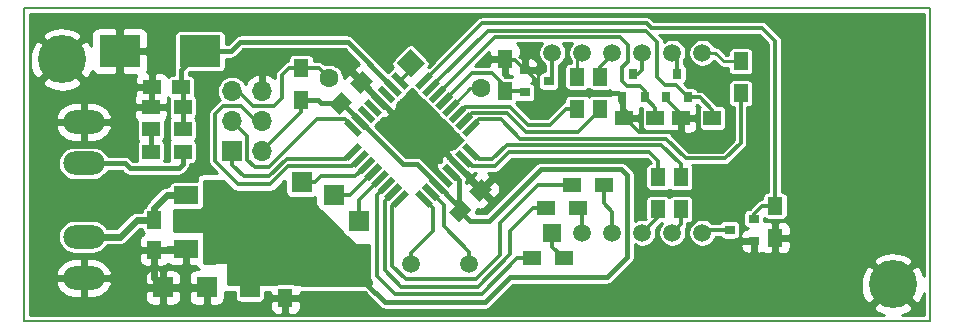
<source format=gbl>
G04 #@! TF.FileFunction,Copper,L2,Bot,Signal*
%FSLAX46Y46*%
G04 Gerber Fmt 4.6, Leading zero omitted, Abs format (unit mm)*
G04 Created by KiCad (PCBNEW 4.0.7) date 11/22/17 14:23:38*
%MOMM*%
%LPD*%
G01*
G04 APERTURE LIST*
%ADD10C,0.100000*%
%ADD11C,0.150000*%
%ADD12R,1.500000X1.500000*%
%ADD13C,1.500000*%
%ADD14R,1.250000X1.500000*%
%ADD15R,1.500000X1.250000*%
%ADD16R,1.700000X1.700000*%
%ADD17O,1.700000X1.700000*%
%ADD18O,3.500120X1.998980*%
%ADD19R,1.300000X1.500000*%
%ADD20R,1.500000X1.300000*%
%ADD21R,2.000000X3.800000*%
%ADD22R,2.000000X1.500000*%
%ADD23R,0.900000X0.800000*%
%ADD24R,0.800000X0.900000*%
%ADD25R,3.500000X2.700000*%
%ADD26C,4.064000*%
%ADD27C,1.600000*%
%ADD28C,0.609600*%
%ADD29C,0.406400*%
%ADD30C,0.304800*%
%ADD31C,0.254000*%
G04 APERTURE END LIST*
D10*
D11*
X18034000Y-22352000D02*
X18542000Y-22352000D01*
X18034000Y-23431500D02*
X18034000Y-22352000D01*
X94742000Y-22352000D02*
X94742000Y-23431500D01*
X18034000Y-48831500D02*
X18034000Y-23431500D01*
X39878000Y-48831500D02*
X18034000Y-48831500D01*
X94742000Y-48831500D02*
X39878000Y-48831500D01*
X94742000Y-47307500D02*
X94742000Y-48831500D01*
X94742000Y-23431500D02*
X94742000Y-47307500D01*
X18542000Y-22352000D02*
X94742000Y-22352000D01*
D12*
X62801500Y-41338500D03*
D13*
X65341500Y-41338500D03*
X67881500Y-41338500D03*
X70421500Y-41338500D03*
X72961500Y-41338500D03*
X75501500Y-41338500D03*
X75501500Y-26098500D03*
X72961500Y-26098500D03*
X70421500Y-26098500D03*
X67881500Y-26098500D03*
X65341500Y-26098500D03*
X62801500Y-26098500D03*
D10*
G36*
X56672243Y-34861036D02*
X56283334Y-35249945D01*
X55151963Y-34118574D01*
X55540872Y-33729665D01*
X56672243Y-34861036D01*
X56672243Y-34861036D01*
G37*
G36*
X56106557Y-35426721D02*
X55717648Y-35815630D01*
X54586277Y-34684259D01*
X54975186Y-34295350D01*
X56106557Y-35426721D01*
X56106557Y-35426721D01*
G37*
G36*
X55540872Y-35992407D02*
X55151963Y-36381316D01*
X54020592Y-35249945D01*
X54409501Y-34861036D01*
X55540872Y-35992407D01*
X55540872Y-35992407D01*
G37*
G36*
X54975187Y-36558092D02*
X54586278Y-36947001D01*
X53454907Y-35815630D01*
X53843816Y-35426721D01*
X54975187Y-36558092D01*
X54975187Y-36558092D01*
G37*
G36*
X54409501Y-37123778D02*
X54020592Y-37512687D01*
X52889221Y-36381316D01*
X53278130Y-35992407D01*
X54409501Y-37123778D01*
X54409501Y-37123778D01*
G37*
G36*
X53843816Y-37689463D02*
X53454907Y-38078372D01*
X52323536Y-36947001D01*
X52712445Y-36558092D01*
X53843816Y-37689463D01*
X53843816Y-37689463D01*
G37*
G36*
X53278130Y-38255148D02*
X52889221Y-38644057D01*
X51757850Y-37512686D01*
X52146759Y-37123777D01*
X53278130Y-38255148D01*
X53278130Y-38255148D01*
G37*
G36*
X52712445Y-38820834D02*
X52323536Y-39209743D01*
X51192165Y-38078372D01*
X51581074Y-37689463D01*
X52712445Y-38820834D01*
X52712445Y-38820834D01*
G37*
G36*
X49530464Y-39209743D02*
X49141555Y-38820834D01*
X50272926Y-37689463D01*
X50661835Y-38078372D01*
X49530464Y-39209743D01*
X49530464Y-39209743D01*
G37*
G36*
X48964779Y-38644057D02*
X48575870Y-38255148D01*
X49707241Y-37123777D01*
X50096150Y-37512686D01*
X48964779Y-38644057D01*
X48964779Y-38644057D01*
G37*
G36*
X48399093Y-38078372D02*
X48010184Y-37689463D01*
X49141555Y-36558092D01*
X49530464Y-36947001D01*
X48399093Y-38078372D01*
X48399093Y-38078372D01*
G37*
G36*
X47833408Y-37512687D02*
X47444499Y-37123778D01*
X48575870Y-35992407D01*
X48964779Y-36381316D01*
X47833408Y-37512687D01*
X47833408Y-37512687D01*
G37*
G36*
X47267722Y-36947001D02*
X46878813Y-36558092D01*
X48010184Y-35426721D01*
X48399093Y-35815630D01*
X47267722Y-36947001D01*
X47267722Y-36947001D01*
G37*
G36*
X46702037Y-36381316D02*
X46313128Y-35992407D01*
X47444499Y-34861036D01*
X47833408Y-35249945D01*
X46702037Y-36381316D01*
X46702037Y-36381316D01*
G37*
G36*
X46136352Y-35815630D02*
X45747443Y-35426721D01*
X46878814Y-34295350D01*
X47267723Y-34684259D01*
X46136352Y-35815630D01*
X46136352Y-35815630D01*
G37*
G36*
X45570666Y-35249945D02*
X45181757Y-34861036D01*
X46313128Y-33729665D01*
X46702037Y-34118574D01*
X45570666Y-35249945D01*
X45570666Y-35249945D01*
G37*
G36*
X46702037Y-32810426D02*
X46313128Y-33199335D01*
X45181757Y-32067964D01*
X45570666Y-31679055D01*
X46702037Y-32810426D01*
X46702037Y-32810426D01*
G37*
G36*
X47267723Y-32244741D02*
X46878814Y-32633650D01*
X45747443Y-31502279D01*
X46136352Y-31113370D01*
X47267723Y-32244741D01*
X47267723Y-32244741D01*
G37*
G36*
X47833408Y-31679055D02*
X47444499Y-32067964D01*
X46313128Y-30936593D01*
X46702037Y-30547684D01*
X47833408Y-31679055D01*
X47833408Y-31679055D01*
G37*
G36*
X48399093Y-31113370D02*
X48010184Y-31502279D01*
X46878813Y-30370908D01*
X47267722Y-29981999D01*
X48399093Y-31113370D01*
X48399093Y-31113370D01*
G37*
G36*
X48964779Y-30547684D02*
X48575870Y-30936593D01*
X47444499Y-29805222D01*
X47833408Y-29416313D01*
X48964779Y-30547684D01*
X48964779Y-30547684D01*
G37*
G36*
X49530464Y-29981999D02*
X49141555Y-30370908D01*
X48010184Y-29239537D01*
X48399093Y-28850628D01*
X49530464Y-29981999D01*
X49530464Y-29981999D01*
G37*
G36*
X50096150Y-29416314D02*
X49707241Y-29805223D01*
X48575870Y-28673852D01*
X48964779Y-28284943D01*
X50096150Y-29416314D01*
X50096150Y-29416314D01*
G37*
G36*
X50661835Y-28850628D02*
X50272926Y-29239537D01*
X49141555Y-28108166D01*
X49530464Y-27719257D01*
X50661835Y-28850628D01*
X50661835Y-28850628D01*
G37*
G36*
X51581074Y-29239537D02*
X51192165Y-28850628D01*
X52323536Y-27719257D01*
X52712445Y-28108166D01*
X51581074Y-29239537D01*
X51581074Y-29239537D01*
G37*
G36*
X52146759Y-29805223D02*
X51757850Y-29416314D01*
X52889221Y-28284943D01*
X53278130Y-28673852D01*
X52146759Y-29805223D01*
X52146759Y-29805223D01*
G37*
G36*
X52712445Y-30370908D02*
X52323536Y-29981999D01*
X53454907Y-28850628D01*
X53843816Y-29239537D01*
X52712445Y-30370908D01*
X52712445Y-30370908D01*
G37*
G36*
X53278130Y-30936593D02*
X52889221Y-30547684D01*
X54020592Y-29416313D01*
X54409501Y-29805222D01*
X53278130Y-30936593D01*
X53278130Y-30936593D01*
G37*
G36*
X53843816Y-31502279D02*
X53454907Y-31113370D01*
X54586278Y-29981999D01*
X54975187Y-30370908D01*
X53843816Y-31502279D01*
X53843816Y-31502279D01*
G37*
G36*
X54409501Y-32067964D02*
X54020592Y-31679055D01*
X55151963Y-30547684D01*
X55540872Y-30936593D01*
X54409501Y-32067964D01*
X54409501Y-32067964D01*
G37*
G36*
X54975186Y-32633650D02*
X54586277Y-32244741D01*
X55717648Y-31113370D01*
X56106557Y-31502279D01*
X54975186Y-32633650D01*
X54975186Y-32633650D01*
G37*
G36*
X55540872Y-33199335D02*
X55151963Y-32810426D01*
X56283334Y-31679055D01*
X56672243Y-32067964D01*
X55540872Y-33199335D01*
X55540872Y-33199335D01*
G37*
D14*
X29083000Y-40279000D03*
X29083000Y-42779000D03*
X40195500Y-44386500D03*
X40195500Y-46886500D03*
D10*
G36*
X44798529Y-31332855D02*
X43914645Y-30448971D01*
X44975305Y-29388311D01*
X45859189Y-30272195D01*
X44798529Y-31332855D01*
X44798529Y-31332855D01*
G37*
G36*
X46566295Y-29565089D02*
X45682411Y-28681205D01*
X46743071Y-27620545D01*
X47626955Y-28504429D01*
X46566295Y-29565089D01*
X46566295Y-29565089D01*
G37*
D15*
X31369000Y-29019500D03*
X28869000Y-29019500D03*
D16*
X35687000Y-34417000D03*
D17*
X38227000Y-34417000D03*
X35687000Y-31877000D03*
X38227000Y-31877000D03*
X35687000Y-29337000D03*
X38227000Y-29337000D03*
D18*
X23114000Y-41683940D03*
X23114000Y-45184060D03*
X23114000Y-31965900D03*
X23114000Y-35466020D03*
D16*
X33528000Y-45974000D03*
X29845000Y-45974000D03*
X37211000Y-45974000D03*
X46418500Y-40322500D03*
X44323000Y-38163500D03*
X41592500Y-37020500D03*
D10*
G36*
X49597918Y-26987500D02*
X50800000Y-25785418D01*
X52002082Y-26987500D01*
X50800000Y-28189582D01*
X49597918Y-26987500D01*
X49597918Y-26987500D01*
G37*
D19*
X41529000Y-30068500D03*
X41529000Y-27368500D03*
D20*
X31496000Y-30670500D03*
X28796000Y-30670500D03*
X31496000Y-32575500D03*
X28796000Y-32575500D03*
X31496000Y-34480500D03*
X28796000Y-34480500D03*
D21*
X38062047Y-40453000D03*
D22*
X31762047Y-40453000D03*
X31762047Y-38153000D03*
X31762047Y-42753000D03*
D13*
X55753000Y-44005500D03*
X50853000Y-44005500D03*
D10*
G36*
X54902612Y-40469272D02*
X54018728Y-39585388D01*
X55079388Y-38524728D01*
X55963272Y-39408612D01*
X54902612Y-40469272D01*
X54902612Y-40469272D01*
G37*
G36*
X56670378Y-38701506D02*
X55786494Y-37817622D01*
X56847154Y-36756962D01*
X57731038Y-37640846D01*
X56670378Y-38701506D01*
X56670378Y-38701506D01*
G37*
D23*
X79851000Y-40134500D03*
X79851000Y-42034500D03*
X77851000Y-41084500D03*
D24*
X74292500Y-29876500D03*
X72392500Y-29876500D03*
X73342500Y-27876500D03*
X70609500Y-29876500D03*
X68709500Y-29876500D03*
X69659500Y-27876500D03*
D23*
X60484000Y-29461500D03*
X60484000Y-27561500D03*
X62484000Y-28511500D03*
D19*
X81661000Y-39052500D03*
X81661000Y-41752500D03*
X64897000Y-28130500D03*
X64897000Y-30830500D03*
X66865500Y-28130500D03*
X66865500Y-30830500D03*
X78740000Y-26827500D03*
X78740000Y-29527500D03*
X73660000Y-39339500D03*
X73660000Y-36639500D03*
X71755000Y-39339500D03*
X71755000Y-36639500D03*
D20*
X67183000Y-37274500D03*
X64483000Y-37274500D03*
X64960500Y-39243000D03*
X62260500Y-39243000D03*
X63754000Y-43497500D03*
X61054000Y-43497500D03*
X76360000Y-31623000D03*
X73660000Y-31623000D03*
X71534000Y-31623000D03*
X68834000Y-31623000D03*
D19*
X58801000Y-29306500D03*
X58801000Y-26606500D03*
D25*
X32956500Y-25971500D03*
X26156500Y-25971500D03*
D26*
X21272500Y-26670000D03*
X91630500Y-45720000D03*
D27*
X43915729Y-28270334D03*
X56747472Y-29094371D03*
D28*
X31762047Y-38153000D02*
X30143348Y-38153000D01*
X30143348Y-38153000D02*
X29083000Y-39213348D01*
X29083000Y-39213348D02*
X29083000Y-40279000D01*
X26197560Y-41683940D02*
X27602500Y-40279000D01*
X27602500Y-40279000D02*
X29083000Y-40279000D01*
X23114000Y-41683940D02*
X26197560Y-41683940D01*
D29*
X44005500Y-25844500D02*
X39052500Y-25844500D01*
X38227000Y-29337000D02*
X38227000Y-26670000D01*
X38227000Y-26670000D02*
X39052500Y-25844500D01*
D30*
X67437000Y-29527500D02*
X62009918Y-29527500D01*
D29*
X68675000Y-29876500D02*
X68326000Y-29527500D01*
X68326000Y-29527500D02*
X67437000Y-29527500D01*
X68709500Y-29876500D02*
X68675000Y-29876500D01*
D30*
X72392500Y-29876500D02*
X72392500Y-30049132D01*
X72392500Y-30049132D02*
X73660000Y-31316632D01*
X73660000Y-31316632D02*
X73660000Y-31623000D01*
X59630542Y-26708042D02*
X60484000Y-27561500D01*
X68934000Y-31623000D02*
X68834000Y-31623000D01*
X70124743Y-32813743D02*
X68934000Y-31623000D01*
X73424057Y-32813743D02*
X70124743Y-32813743D01*
X73660000Y-32577800D02*
X73424057Y-32813743D01*
X73660000Y-32577800D02*
X73895943Y-32813743D01*
X62009918Y-29527500D02*
X61238800Y-28756382D01*
X61238800Y-28756382D02*
X61238800Y-28266300D01*
X61238800Y-28266300D02*
X60534000Y-27561500D01*
X60534000Y-27561500D02*
X60484000Y-27561500D01*
X73660000Y-31623000D02*
X73660000Y-32577800D01*
D28*
X29845000Y-45974000D02*
X33528000Y-45974000D01*
X29083000Y-42779000D02*
X31736047Y-42779000D01*
X31736047Y-42779000D02*
X31762047Y-42753000D01*
X31762047Y-42753000D02*
X31762047Y-44208047D01*
X29083000Y-42779000D02*
X29083000Y-45212000D01*
X29083000Y-45212000D02*
X29845000Y-45974000D01*
X26797000Y-43860720D02*
X26797000Y-43830400D01*
X26797000Y-43830400D02*
X27848400Y-42779000D01*
X27848400Y-42779000D02*
X29083000Y-42779000D01*
X23114000Y-45184060D02*
X25473660Y-45184060D01*
X25473660Y-45184060D02*
X26797000Y-43860720D01*
D29*
X46355000Y-28194000D02*
X44005500Y-25844500D01*
X46355000Y-28194000D02*
X46355000Y-28326814D01*
X46355000Y-28326814D02*
X48204639Y-30176453D01*
D30*
X58801000Y-27114500D02*
X59207458Y-26708042D01*
X59207458Y-26708042D02*
X59630542Y-26708042D01*
D29*
X48204639Y-30176453D02*
X52950441Y-34922255D01*
X52950441Y-34922255D02*
X53014579Y-34922255D01*
X53014579Y-34922255D02*
X52832000Y-35104834D01*
X52832000Y-35104834D02*
X52832000Y-35115500D01*
X53340000Y-34607500D02*
X53767056Y-34607500D01*
X53767056Y-34607500D02*
X54780732Y-35621176D01*
X52832000Y-35115500D02*
X53340000Y-34607500D01*
X52832000Y-35935186D02*
X52832000Y-35115500D01*
X53649361Y-36752547D02*
X52832000Y-35935186D01*
X54780732Y-35621176D02*
X54780732Y-35751200D01*
X54780732Y-35751200D02*
X56758766Y-37729234D01*
D30*
X68709500Y-29876500D02*
X68709500Y-31498500D01*
X68709500Y-31498500D02*
X68834000Y-31623000D01*
X41529000Y-31115000D02*
X41529000Y-30068500D01*
X38227000Y-34417000D02*
X41529000Y-31115000D01*
D29*
X54991000Y-39497000D02*
X55795961Y-40301961D01*
X57454189Y-40301961D02*
X61808689Y-35947461D01*
X55795961Y-40301961D02*
X57454189Y-40301961D01*
X61808689Y-35947461D02*
X68652562Y-35947461D01*
X57093538Y-47238263D02*
X48663234Y-47238263D01*
X68652562Y-35947461D02*
X69150702Y-36445601D01*
X69150702Y-36445601D02*
X69150702Y-43389841D01*
X48663234Y-47238263D02*
X47064954Y-45639983D01*
X69150702Y-43389841D02*
X67428515Y-45112028D01*
X41571383Y-45639983D02*
X41036400Y-45105000D01*
X67428515Y-45112028D02*
X59219773Y-45112028D01*
X59219773Y-45112028D02*
X57093538Y-47238263D01*
X47064954Y-45639983D02*
X41571383Y-45639983D01*
X41036400Y-45105000D02*
X40005000Y-45105000D01*
X41529000Y-30068500D02*
X42936714Y-30068500D01*
X43228797Y-30360583D02*
X44886917Y-30360583D01*
X42936714Y-30068500D02*
X43228797Y-30360583D01*
X44886917Y-30360583D02*
X44994656Y-30360583D01*
X44994656Y-30360583D02*
X46507583Y-31873510D01*
X46507583Y-31873510D02*
X46399844Y-31873510D01*
X54892862Y-36864676D02*
X54215047Y-36186861D01*
X54892862Y-38642638D02*
X54892862Y-36864676D01*
X54817944Y-38717556D02*
X54892862Y-38642638D01*
X54483000Y-38717556D02*
X54817944Y-38717556D01*
D28*
X38062047Y-40453000D02*
X38062047Y-45122953D01*
X31762047Y-40453000D02*
X33371647Y-40453000D01*
X33371647Y-40453000D02*
X38062047Y-40453000D01*
X40005000Y-45105000D02*
X38080000Y-45105000D01*
D29*
X53083676Y-37318232D02*
X51308000Y-35542556D01*
X51308000Y-35542556D02*
X50176629Y-35542556D01*
X50176629Y-35542556D02*
X47143978Y-32509905D01*
X47143978Y-32509905D02*
X46507583Y-31873510D01*
X54483000Y-38717556D02*
X53083676Y-37318232D01*
X54991000Y-39225556D02*
X54483000Y-38717556D01*
X54991000Y-39497000D02*
X54991000Y-39225556D01*
X31369000Y-27559000D02*
X32956500Y-25971500D01*
X31369000Y-29019500D02*
X31369000Y-27559000D01*
X49336010Y-29045083D02*
X45466000Y-25175073D01*
X45466000Y-25175073D02*
X36380385Y-25175073D01*
X36380385Y-25175073D02*
X35583958Y-25971500D01*
X35583958Y-25971500D02*
X32956500Y-25971500D01*
X31496000Y-32575500D02*
X31496000Y-30670500D01*
X31496000Y-30670500D02*
X31496000Y-29146500D01*
X31496000Y-29146500D02*
X31369000Y-29019500D01*
D30*
X45941897Y-34489805D02*
X45373114Y-35058588D01*
X35687000Y-35571800D02*
X35687000Y-34417000D01*
X45373114Y-35058588D02*
X40335848Y-35058588D01*
X40335848Y-35058588D02*
X38818426Y-36576010D01*
X38818426Y-36576010D02*
X36691210Y-36576010D01*
X36691210Y-36576010D02*
X35687000Y-35571800D01*
X35687000Y-31877000D02*
X36962595Y-33152595D01*
X36962595Y-33152595D02*
X36962595Y-35180592D01*
X36962595Y-35180592D02*
X37596003Y-35814000D01*
X37596003Y-35814000D02*
X38798500Y-35814000D01*
X38798500Y-35814000D02*
X42862500Y-31750000D01*
X42862500Y-31750000D02*
X45252702Y-31750000D01*
X45252702Y-31750000D02*
X45305502Y-31802800D01*
X45305502Y-31802800D02*
X45941897Y-32439195D01*
X45941897Y-32439195D02*
X45409628Y-31906926D01*
X46507583Y-35055490D02*
X45871188Y-35691885D01*
X45871188Y-35691885D02*
X40420987Y-35691885D01*
X34244433Y-31287567D02*
X34925000Y-30607000D01*
X40420987Y-35691885D02*
X38902004Y-37210868D01*
X38902004Y-37210868D02*
X36168576Y-37210868D01*
X36468072Y-30607000D02*
X37738072Y-31877000D01*
X36168576Y-37210868D02*
X34244433Y-35286725D01*
X34244433Y-35286725D02*
X34244433Y-31287567D01*
X34925000Y-30607000D02*
X36468072Y-30607000D01*
X37738072Y-31877000D02*
X38227000Y-31877000D01*
X35687000Y-29337000D02*
X36185198Y-29337000D01*
X36185198Y-29337000D02*
X37445047Y-30596849D01*
X37445047Y-30596849D02*
X39253151Y-30596849D01*
X40496098Y-27368500D02*
X41529000Y-27368500D01*
X39253151Y-30596849D02*
X39895316Y-29954684D01*
X39895316Y-29954684D02*
X39895316Y-27969282D01*
X39895316Y-27969282D02*
X40496098Y-27368500D01*
X43115730Y-27470335D02*
X43915729Y-28270334D01*
X41529000Y-27368500D02*
X43013895Y-27368500D01*
X43013895Y-27368500D02*
X43115730Y-27470335D01*
D31*
X55862815Y-29094371D02*
X56747472Y-29094371D01*
X54215047Y-30742139D02*
X55862815Y-29094371D01*
D29*
X31496000Y-34480500D02*
X31496000Y-35536900D01*
X31496000Y-35536900D02*
X31155400Y-35877500D01*
X31155400Y-35877500D02*
X27019902Y-35877500D01*
X27019902Y-35877500D02*
X26602361Y-35459959D01*
X26596300Y-35466020D02*
X23114000Y-35466020D01*
X26602361Y-35459959D02*
X26596300Y-35466020D01*
D30*
X46418500Y-39179500D02*
X46418500Y-40322500D01*
X48204639Y-36752547D02*
X46418500Y-38538686D01*
X46418500Y-38538686D02*
X46418500Y-39179500D01*
X47638953Y-36186861D02*
X45662314Y-38163500D01*
X45662314Y-38163500D02*
X44323000Y-38163500D01*
X41592500Y-37020500D02*
X42747300Y-37020500D01*
X42747300Y-37020500D02*
X43201147Y-36566653D01*
X43201147Y-36566653D02*
X46127791Y-36566653D01*
X46127791Y-36566653D02*
X47073268Y-35621176D01*
X50800000Y-26987500D02*
X50800000Y-27581092D01*
X50800000Y-27581092D02*
X49901695Y-28479397D01*
X51952305Y-28479397D02*
X56841937Y-23589765D01*
X56841937Y-23589765D02*
X70783467Y-23589765D01*
X70783467Y-23589765D02*
X71170579Y-23976877D01*
X71170579Y-23976877D02*
X80555377Y-23976877D01*
X80555377Y-23976877D02*
X81661000Y-25082500D01*
X81661000Y-25082500D02*
X81661000Y-37997700D01*
X81661000Y-37997700D02*
X81661000Y-39052500D01*
X81661000Y-39052500D02*
X80567875Y-39052500D01*
X80567875Y-39052500D02*
X79851000Y-39769375D01*
X79851000Y-39769375D02*
X79851000Y-40134500D01*
X74292500Y-29826500D02*
X73310180Y-28844180D01*
X71666243Y-28168743D02*
X71666243Y-25190977D01*
X74292500Y-29876500D02*
X74292500Y-29826500D01*
X73310180Y-28844180D02*
X72341680Y-28844180D01*
X72341680Y-28844180D02*
X71666243Y-28168743D01*
X71666243Y-25190977D02*
X70693319Y-24218053D01*
X70693319Y-24218053D02*
X57345020Y-24218053D01*
X57345020Y-24218053D02*
X53154385Y-28408688D01*
X53154385Y-28408688D02*
X52517990Y-29045083D01*
X74292500Y-29876500D02*
X75293825Y-29876500D01*
X75293825Y-29876500D02*
X76360000Y-30942675D01*
X76360000Y-30942675D02*
X76360000Y-31623000D01*
X68515151Y-24726064D02*
X69203223Y-25414136D01*
X69203223Y-25414136D02*
X69203223Y-26842695D01*
X68707000Y-27338918D02*
X68707000Y-28521526D01*
X69137101Y-28951627D02*
X70242567Y-28951627D01*
X53083676Y-29610768D02*
X57968380Y-24726064D01*
X57968380Y-24726064D02*
X68515151Y-24726064D01*
X69203223Y-26842695D02*
X68707000Y-27338918D01*
X68707000Y-28521526D02*
X69137101Y-28951627D01*
X70242567Y-28951627D02*
X70609500Y-29318560D01*
X70609500Y-29318560D02*
X70609500Y-29876500D01*
X71534000Y-31623000D02*
X71534000Y-30801000D01*
X71534000Y-30801000D02*
X70609500Y-29876500D01*
X57702477Y-27830246D02*
X55995568Y-27830246D01*
X58701000Y-29306500D02*
X58701000Y-28828769D01*
X58701000Y-28828769D02*
X57702477Y-27830246D01*
X54285756Y-29540058D02*
X53649361Y-30176453D01*
X55995568Y-27830246D02*
X54285756Y-29540058D01*
X58801000Y-29306500D02*
X60329000Y-29306500D01*
X60329000Y-29306500D02*
X60484000Y-29461500D01*
X64897000Y-30830500D02*
X63942200Y-30830500D01*
X59231390Y-30671429D02*
X55417127Y-30671429D01*
X63942200Y-30830500D02*
X62585173Y-32187527D01*
X62585173Y-32187527D02*
X60747488Y-32187527D01*
X60747488Y-32187527D02*
X59231390Y-30671429D01*
X55417127Y-30671429D02*
X54780732Y-31307824D01*
D29*
X28796000Y-34480500D02*
X28796000Y-32575500D01*
D30*
X55346417Y-31873510D02*
X55995521Y-31224406D01*
X55995521Y-31224406D02*
X58949094Y-31224406D01*
X58949094Y-31224406D02*
X60543744Y-32819056D01*
X60543744Y-32819056D02*
X64976944Y-32819056D01*
X64976944Y-32819056D02*
X66865500Y-30930500D01*
X66865500Y-30930500D02*
X66865500Y-30830500D01*
X72423822Y-33371322D02*
X74104500Y-35052000D01*
X60100793Y-33371322D02*
X72423822Y-33371322D01*
X78740000Y-30582300D02*
X78740000Y-29527500D01*
X55912103Y-32439195D02*
X56618882Y-31732416D01*
X56618882Y-31732416D02*
X58461887Y-31732416D01*
X58461887Y-31732416D02*
X60100793Y-33371322D01*
X74104500Y-35052000D02*
X77406500Y-35052000D01*
X77406500Y-35052000D02*
X78740000Y-33718500D01*
X78740000Y-33718500D02*
X78740000Y-30582300D01*
X55753000Y-44005500D02*
X55753000Y-42944840D01*
X55753000Y-42944840D02*
X53594000Y-40785840D01*
X53594000Y-40785840D02*
X53594000Y-38959927D01*
X53594000Y-38959927D02*
X52517990Y-37883917D01*
X50853000Y-44005500D02*
X50853000Y-43011950D01*
X50853000Y-43011950D02*
X52705000Y-41159950D01*
X52705000Y-41159950D02*
X52705000Y-39202298D01*
X52705000Y-39202298D02*
X51952305Y-38449603D01*
X77851000Y-41084500D02*
X75755500Y-41084500D01*
X75755500Y-41084500D02*
X75501500Y-41338500D01*
X75758000Y-41082000D02*
X75501500Y-41338500D01*
X73342500Y-27876500D02*
X73342500Y-26479500D01*
X73342500Y-26479500D02*
X72961500Y-26098500D01*
X69659500Y-27876500D02*
X70089491Y-27876500D01*
X70089491Y-27876500D02*
X70413657Y-27552334D01*
X70413657Y-27552334D02*
X70413657Y-26106343D01*
X70413657Y-26106343D02*
X70421500Y-26098500D01*
X62801500Y-26098500D02*
X62801500Y-28194000D01*
X62801500Y-28194000D02*
X62484000Y-28511500D01*
D31*
X64897000Y-28130500D02*
X64897000Y-26543000D01*
X64897000Y-26543000D02*
X65341500Y-26098500D01*
D30*
X66865500Y-28130500D02*
X66865500Y-27268000D01*
X66865500Y-27268000D02*
X67881500Y-26252000D01*
X67881500Y-26252000D02*
X67881500Y-26098500D01*
D31*
X76581000Y-26098500D02*
X77310000Y-26827500D01*
X77310000Y-26827500D02*
X78740000Y-26827500D01*
X75501500Y-26098500D02*
X76581000Y-26098500D01*
D30*
X73660000Y-39339500D02*
X73660000Y-40640000D01*
X73660000Y-40640000D02*
X72961500Y-41338500D01*
X72961500Y-41338500D02*
X72961500Y-41150398D01*
X58964172Y-33879332D02*
X72042832Y-33879332D01*
X57714824Y-35128680D02*
X58964172Y-33879332D01*
X55912103Y-34489805D02*
X56550978Y-35128680D01*
X56550978Y-35128680D02*
X57714824Y-35128680D01*
X72042832Y-33879332D02*
X73660000Y-35496500D01*
X73660000Y-35496500D02*
X73660000Y-36639500D01*
X73660000Y-36639500D02*
X73660000Y-36539500D01*
X71755000Y-39339500D02*
X71755000Y-40005000D01*
X71755000Y-40005000D02*
X70421500Y-41338500D01*
X70421500Y-41338500D02*
X70421500Y-41308000D01*
X55346417Y-35055490D02*
X55982812Y-35691885D01*
X55982812Y-35691885D02*
X57970615Y-35691885D01*
X57970615Y-35691885D02*
X59156654Y-34505846D01*
X59156654Y-34505846D02*
X71018346Y-34505846D01*
X71018346Y-34505846D02*
X71755000Y-35242500D01*
X71755000Y-35242500D02*
X71755000Y-35584700D01*
X71755000Y-35584700D02*
X71755000Y-36639500D01*
X67881500Y-39560500D02*
X67183000Y-38862000D01*
X67183000Y-38862000D02*
X67183000Y-37274500D01*
X67881500Y-41338500D02*
X67881500Y-39560500D01*
D31*
X67945000Y-41275000D02*
X67881500Y-41338500D01*
D30*
X49265300Y-44121800D02*
X49265300Y-39085998D01*
X49265300Y-39085998D02*
X49901695Y-38449603D01*
X58382362Y-40487138D02*
X61595000Y-37274500D01*
X61595000Y-37274500D02*
X64483000Y-37274500D01*
X58382362Y-43192260D02*
X58382362Y-40487138D01*
X56341757Y-45232865D02*
X50376365Y-45232865D01*
X58382362Y-43192260D02*
X56341757Y-45232865D01*
X50376365Y-45232865D02*
X49265300Y-44121800D01*
X65341500Y-41338500D02*
X65341500Y-39624000D01*
X65341500Y-39624000D02*
X64960500Y-39243000D01*
X48601618Y-44488772D02*
X48601618Y-38618309D01*
X62260500Y-39243000D02*
X61205700Y-39243000D01*
X48601618Y-38618309D02*
X49336010Y-37883917D01*
X61205700Y-39243000D02*
X59245500Y-41203200D01*
X59245500Y-41203200D02*
X59245500Y-43138744D01*
X59245500Y-43138744D02*
X56477766Y-45906478D01*
X56477766Y-45906478D02*
X50019324Y-45906478D01*
X50019324Y-45906478D02*
X48601618Y-44488772D01*
X62801500Y-41338500D02*
X62801500Y-42545000D01*
X62801500Y-42545000D02*
X63754000Y-43497500D01*
X62801500Y-41338500D02*
X62822580Y-41338500D01*
X47942885Y-44975660D02*
X47942885Y-38145671D01*
X48770324Y-37318232D02*
X47942885Y-38145671D01*
X59817000Y-43497500D02*
X61054000Y-43497500D01*
X47942885Y-44975660D02*
X49460834Y-46493609D01*
X49460834Y-46493609D02*
X56820891Y-46493609D01*
X56820891Y-46493609D02*
X59817000Y-43497500D01*
D31*
G36*
X94240000Y-44983008D02*
X94119317Y-44617429D01*
X93929967Y-44263180D01*
X93553823Y-44041336D01*
X91875159Y-45720000D01*
X93553823Y-47398664D01*
X93929967Y-47176820D01*
X94169995Y-46700224D01*
X94240000Y-46447472D01*
X94240000Y-48329500D01*
X92367492Y-48329500D01*
X92733071Y-48208817D01*
X93087320Y-48019467D01*
X93309164Y-47643323D01*
X91630500Y-45964659D01*
X89951836Y-47643323D01*
X90173680Y-48019467D01*
X90650276Y-48259495D01*
X90903028Y-48329500D01*
X18536000Y-48329500D01*
X18536000Y-45615791D01*
X20743483Y-45615791D01*
X20748351Y-45665793D01*
X20873366Y-45971623D01*
X21055643Y-46247187D01*
X21288178Y-46481896D01*
X21562034Y-46666730D01*
X21866687Y-46794586D01*
X22190430Y-46860550D01*
X22941000Y-46860550D01*
X22941000Y-45357060D01*
X23287000Y-45357060D01*
X23287000Y-46860550D01*
X24037570Y-46860550D01*
X24361313Y-46794586D01*
X24665966Y-46666730D01*
X24939822Y-46481896D01*
X25103933Y-46316250D01*
X28318000Y-46316250D01*
X28318000Y-46890678D01*
X28344017Y-47021473D01*
X28395050Y-47144679D01*
X28469140Y-47255562D01*
X28563437Y-47349860D01*
X28674320Y-47423949D01*
X28797526Y-47474983D01*
X28928321Y-47501000D01*
X29502750Y-47501000D01*
X29672000Y-47331750D01*
X29672000Y-46147000D01*
X30018000Y-46147000D01*
X30018000Y-47331750D01*
X30187250Y-47501000D01*
X30761679Y-47501000D01*
X30892474Y-47474983D01*
X31015680Y-47423949D01*
X31126563Y-47349860D01*
X31220860Y-47255562D01*
X31294950Y-47144679D01*
X31345983Y-47021473D01*
X31372000Y-46890678D01*
X31372000Y-46316250D01*
X32001000Y-46316250D01*
X32001000Y-46890678D01*
X32027017Y-47021473D01*
X32078050Y-47144679D01*
X32152140Y-47255562D01*
X32246437Y-47349860D01*
X32357320Y-47423949D01*
X32480526Y-47474983D01*
X32611321Y-47501000D01*
X33185750Y-47501000D01*
X33355000Y-47331750D01*
X33355000Y-46147000D01*
X32170250Y-46147000D01*
X32001000Y-46316250D01*
X31372000Y-46316250D01*
X31202750Y-46147000D01*
X30018000Y-46147000D01*
X29672000Y-46147000D01*
X28487250Y-46147000D01*
X28318000Y-46316250D01*
X25103933Y-46316250D01*
X25172357Y-46247187D01*
X25354634Y-45971623D01*
X25479649Y-45665793D01*
X25484517Y-45615791D01*
X25361849Y-45357060D01*
X23287000Y-45357060D01*
X22941000Y-45357060D01*
X20866151Y-45357060D01*
X20743483Y-45615791D01*
X18536000Y-45615791D01*
X18536000Y-45057322D01*
X28318000Y-45057322D01*
X28318000Y-45631750D01*
X28487250Y-45801000D01*
X29672000Y-45801000D01*
X29672000Y-44616250D01*
X30018000Y-44616250D01*
X30018000Y-45801000D01*
X31202750Y-45801000D01*
X31372000Y-45631750D01*
X31372000Y-45057322D01*
X31345983Y-44926527D01*
X31294950Y-44803321D01*
X31220860Y-44692438D01*
X31126563Y-44598140D01*
X31015680Y-44524051D01*
X30892474Y-44473017D01*
X30761679Y-44447000D01*
X30187250Y-44447000D01*
X30018000Y-44616250D01*
X29672000Y-44616250D01*
X29502750Y-44447000D01*
X28928321Y-44447000D01*
X28797526Y-44473017D01*
X28674320Y-44524051D01*
X28563437Y-44598140D01*
X28469140Y-44692438D01*
X28395050Y-44803321D01*
X28344017Y-44926527D01*
X28318000Y-45057322D01*
X18536000Y-45057322D01*
X18536000Y-44752329D01*
X20743483Y-44752329D01*
X20866151Y-45011060D01*
X22941000Y-45011060D01*
X22941000Y-43507570D01*
X23287000Y-43507570D01*
X23287000Y-45011060D01*
X25361849Y-45011060D01*
X25484517Y-44752329D01*
X25479649Y-44702327D01*
X25354634Y-44396497D01*
X25172357Y-44120933D01*
X24939822Y-43886224D01*
X24665966Y-43701390D01*
X24361313Y-43573534D01*
X24037570Y-43507570D01*
X23287000Y-43507570D01*
X22941000Y-43507570D01*
X22190430Y-43507570D01*
X21866687Y-43573534D01*
X21562034Y-43701390D01*
X21288178Y-43886224D01*
X21055643Y-44120933D01*
X20873366Y-44396497D01*
X20748351Y-44702327D01*
X20743483Y-44752329D01*
X18536000Y-44752329D01*
X18536000Y-43121250D01*
X27781000Y-43121250D01*
X27781000Y-43595679D01*
X27807017Y-43726474D01*
X27858051Y-43849680D01*
X27932140Y-43960563D01*
X28026438Y-44054860D01*
X28137321Y-44128950D01*
X28260527Y-44179983D01*
X28391322Y-44206000D01*
X28740750Y-44206000D01*
X28910000Y-44036750D01*
X28910000Y-42952000D01*
X29256000Y-42952000D01*
X29256000Y-44036750D01*
X29425250Y-44206000D01*
X29774678Y-44206000D01*
X29905473Y-44179983D01*
X30028679Y-44128950D01*
X30139562Y-44054860D01*
X30233860Y-43960563D01*
X30245207Y-43943582D01*
X30330484Y-44028860D01*
X30441367Y-44102949D01*
X30564573Y-44153983D01*
X30695368Y-44180000D01*
X31419797Y-44180000D01*
X31589047Y-44010750D01*
X31589047Y-42926000D01*
X30254297Y-42926000D01*
X30222024Y-42958274D01*
X30215750Y-42952000D01*
X29256000Y-42952000D01*
X28910000Y-42952000D01*
X27950250Y-42952000D01*
X27781000Y-43121250D01*
X18536000Y-43121250D01*
X18536000Y-41673981D01*
X20926441Y-41673981D01*
X20951673Y-41951238D01*
X21030278Y-42218313D01*
X21159260Y-42465033D01*
X21333708Y-42682003D01*
X21546976Y-42860956D01*
X21790942Y-42995077D01*
X22056312Y-43079258D01*
X22332979Y-43110291D01*
X22352896Y-43110430D01*
X23875104Y-43110430D01*
X24152177Y-43083263D01*
X24418697Y-43002796D01*
X24664512Y-42872094D01*
X24880258Y-42696136D01*
X25057718Y-42481623D01*
X25093341Y-42415740D01*
X26197560Y-42415740D01*
X26264838Y-42409143D01*
X26332175Y-42403252D01*
X26335869Y-42402179D01*
X26339701Y-42401803D01*
X26404431Y-42382260D01*
X26469327Y-42363406D01*
X26472743Y-42361635D01*
X26476427Y-42360523D01*
X26536143Y-42328771D01*
X26596126Y-42297679D01*
X26599130Y-42295281D01*
X26602532Y-42293472D01*
X26654929Y-42250738D01*
X26707745Y-42208576D01*
X26713105Y-42203291D01*
X26713211Y-42203204D01*
X26713292Y-42203106D01*
X26715021Y-42201401D01*
X27905622Y-41010800D01*
X28028934Y-41010800D01*
X28028934Y-41029000D01*
X28034356Y-41096998D01*
X28070073Y-41212330D01*
X28136506Y-41313146D01*
X28228287Y-41391371D01*
X28137321Y-41429050D01*
X28026438Y-41503140D01*
X27932140Y-41597437D01*
X27858051Y-41708320D01*
X27807017Y-41831526D01*
X27781000Y-41962321D01*
X27781000Y-42436750D01*
X27950250Y-42606000D01*
X28910000Y-42606000D01*
X28910000Y-42586000D01*
X29256000Y-42586000D01*
X29256000Y-42606000D01*
X30215750Y-42606000D01*
X30248024Y-42573727D01*
X30254297Y-42580000D01*
X31589047Y-42580000D01*
X31589047Y-42560000D01*
X31935047Y-42560000D01*
X31935047Y-42580000D01*
X31955047Y-42580000D01*
X31955047Y-42926000D01*
X31935047Y-42926000D01*
X31935047Y-44010750D01*
X32104297Y-44180000D01*
X32655579Y-44180000D01*
X32662068Y-44211825D01*
X32780546Y-44384235D01*
X32878659Y-44447000D01*
X32611321Y-44447000D01*
X32480526Y-44473017D01*
X32357320Y-44524051D01*
X32246437Y-44598140D01*
X32152140Y-44692438D01*
X32078050Y-44803321D01*
X32027017Y-44926527D01*
X32001000Y-45057322D01*
X32001000Y-45631750D01*
X32170250Y-45801000D01*
X33355000Y-45801000D01*
X33355000Y-45781000D01*
X33701000Y-45781000D01*
X33701000Y-45801000D01*
X33721000Y-45801000D01*
X33721000Y-46147000D01*
X33701000Y-46147000D01*
X33701000Y-47331750D01*
X33870250Y-47501000D01*
X34444679Y-47501000D01*
X34575474Y-47474983D01*
X34698680Y-47423949D01*
X34809563Y-47349860D01*
X34903860Y-47255562D01*
X34977950Y-47144679D01*
X35028983Y-47021473D01*
X35055000Y-46890678D01*
X35055000Y-46336031D01*
X35242500Y-46374000D01*
X35931934Y-46374000D01*
X35931934Y-46824000D01*
X35937356Y-46891998D01*
X35973073Y-47007330D01*
X36039506Y-47108146D01*
X36131395Y-47186463D01*
X36241465Y-47236079D01*
X36361000Y-47253066D01*
X38061000Y-47253066D01*
X38128998Y-47247644D01*
X38190007Y-47228750D01*
X38893500Y-47228750D01*
X38893500Y-47703179D01*
X38919517Y-47833974D01*
X38970551Y-47957180D01*
X39044640Y-48068063D01*
X39138938Y-48162360D01*
X39249821Y-48236450D01*
X39373027Y-48287483D01*
X39503822Y-48313500D01*
X39853250Y-48313500D01*
X40022500Y-48144250D01*
X40022500Y-47059500D01*
X40368500Y-47059500D01*
X40368500Y-48144250D01*
X40537750Y-48313500D01*
X40887178Y-48313500D01*
X41017973Y-48287483D01*
X41141179Y-48236450D01*
X41252062Y-48162360D01*
X41346360Y-48068063D01*
X41420449Y-47957180D01*
X41471483Y-47833974D01*
X41497500Y-47703179D01*
X41497500Y-47228750D01*
X41328250Y-47059500D01*
X40368500Y-47059500D01*
X40022500Y-47059500D01*
X39062750Y-47059500D01*
X38893500Y-47228750D01*
X38190007Y-47228750D01*
X38244330Y-47211927D01*
X38345146Y-47145494D01*
X38423463Y-47053605D01*
X38473079Y-46943535D01*
X38490066Y-46824000D01*
X38490066Y-46374000D01*
X38893500Y-46374000D01*
X38893500Y-46544250D01*
X39062750Y-46713500D01*
X40022500Y-46713500D01*
X40022500Y-46693500D01*
X40368500Y-46693500D01*
X40368500Y-46713500D01*
X41328250Y-46713500D01*
X41497500Y-46544250D01*
X41497500Y-46374000D01*
X46907733Y-46374000D01*
X48217615Y-47683882D01*
X48262594Y-47720828D01*
X48307192Y-47758250D01*
X48310097Y-47759847D01*
X48312656Y-47761949D01*
X48363948Y-47789452D01*
X48414972Y-47817502D01*
X48418130Y-47818504D01*
X48421051Y-47820070D01*
X48476673Y-47837075D01*
X48532208Y-47854692D01*
X48535507Y-47855062D01*
X48538670Y-47856029D01*
X48596453Y-47861898D01*
X48654435Y-47868402D01*
X48660926Y-47868447D01*
X48661034Y-47868458D01*
X48661135Y-47868448D01*
X48663234Y-47868463D01*
X57093538Y-47868463D01*
X57151437Y-47862786D01*
X57209465Y-47857709D01*
X57212648Y-47856784D01*
X57215944Y-47856461D01*
X57271651Y-47839642D01*
X57327574Y-47823395D01*
X57330516Y-47821870D01*
X57333689Y-47820912D01*
X57385085Y-47793584D01*
X57436770Y-47766793D01*
X57439361Y-47764725D01*
X57442285Y-47763170D01*
X57487349Y-47726417D01*
X57532892Y-47690060D01*
X57537512Y-47685504D01*
X57537598Y-47685434D01*
X57537664Y-47685354D01*
X57539157Y-47683882D01*
X59436824Y-45786214D01*
X88909197Y-45786214D01*
X88974404Y-46315841D01*
X89141683Y-46822571D01*
X89331033Y-47176820D01*
X89707177Y-47398664D01*
X91385841Y-45720000D01*
X89707177Y-44041336D01*
X89331033Y-44263180D01*
X89091005Y-44739776D01*
X88948568Y-45254042D01*
X88909197Y-45786214D01*
X59436824Y-45786214D01*
X59480810Y-45742228D01*
X67428515Y-45742228D01*
X67486414Y-45736551D01*
X67544442Y-45731474D01*
X67547625Y-45730549D01*
X67550921Y-45730226D01*
X67606628Y-45713407D01*
X67662551Y-45697160D01*
X67665493Y-45695635D01*
X67668666Y-45694677D01*
X67720062Y-45667349D01*
X67771747Y-45640558D01*
X67774338Y-45638490D01*
X67777262Y-45636935D01*
X67822326Y-45600182D01*
X67867869Y-45563825D01*
X67872489Y-45559269D01*
X67872575Y-45559199D01*
X67872641Y-45559119D01*
X67874134Y-45557647D01*
X69596321Y-43835460D01*
X69628177Y-43796677D01*
X89951836Y-43796677D01*
X91630500Y-45475341D01*
X93309164Y-43796677D01*
X93087320Y-43420533D01*
X92610724Y-43180505D01*
X92096458Y-43038068D01*
X91564286Y-42998697D01*
X91034659Y-43063904D01*
X90527929Y-43231183D01*
X90173680Y-43420533D01*
X89951836Y-43796677D01*
X69628177Y-43796677D01*
X69633267Y-43790481D01*
X69670689Y-43745883D01*
X69672286Y-43742978D01*
X69674388Y-43740419D01*
X69701891Y-43689127D01*
X69729941Y-43638103D01*
X69730943Y-43634945D01*
X69732509Y-43632024D01*
X69749527Y-43576361D01*
X69767131Y-43520867D01*
X69767501Y-43517573D01*
X69768469Y-43514405D01*
X69774343Y-43456573D01*
X69780841Y-43398640D01*
X69780886Y-43392149D01*
X69780897Y-43392041D01*
X69780887Y-43391940D01*
X69780902Y-43389841D01*
X69780902Y-42326692D01*
X69844511Y-42370901D01*
X70056027Y-42463310D01*
X70281464Y-42512875D01*
X70512235Y-42517709D01*
X70739550Y-42477628D01*
X70954751Y-42394157D01*
X71149640Y-42270476D01*
X71316794Y-42111297D01*
X71449847Y-41922683D01*
X71543731Y-41711817D01*
X71594869Y-41486731D01*
X71598550Y-41223089D01*
X71558513Y-41020883D01*
X72060830Y-40518566D01*
X72116479Y-40518566D01*
X72055503Y-40578278D01*
X71925096Y-40768732D01*
X71834166Y-40980889D01*
X71786176Y-41206666D01*
X71782953Y-41437465D01*
X71824621Y-41664495D01*
X71909592Y-41879107D01*
X72034630Y-42073128D01*
X72194972Y-42239168D01*
X72384511Y-42370901D01*
X72596027Y-42463310D01*
X72821464Y-42512875D01*
X73052235Y-42517709D01*
X73279550Y-42477628D01*
X73494751Y-42394157D01*
X73689640Y-42270476D01*
X73856794Y-42111297D01*
X73989847Y-41922683D01*
X74083731Y-41711817D01*
X74134869Y-41486731D01*
X74135556Y-41437465D01*
X74322953Y-41437465D01*
X74364621Y-41664495D01*
X74449592Y-41879107D01*
X74574630Y-42073128D01*
X74734972Y-42239168D01*
X74924511Y-42370901D01*
X75136027Y-42463310D01*
X75361464Y-42512875D01*
X75592235Y-42517709D01*
X75819550Y-42477628D01*
X76034751Y-42394157D01*
X76062179Y-42376750D01*
X78724000Y-42376750D01*
X78724000Y-42501178D01*
X78750017Y-42631973D01*
X78801050Y-42755179D01*
X78875140Y-42866062D01*
X78969437Y-42960360D01*
X79080320Y-43034449D01*
X79203526Y-43085483D01*
X79334321Y-43111500D01*
X79508750Y-43111500D01*
X79678000Y-42942250D01*
X79678000Y-42207500D01*
X78893250Y-42207500D01*
X78724000Y-42376750D01*
X76062179Y-42376750D01*
X76229640Y-42270476D01*
X76396794Y-42111297D01*
X76529847Y-41922683D01*
X76623731Y-41711817D01*
X76634617Y-41663900D01*
X77011856Y-41663900D01*
X77013073Y-41667830D01*
X77079506Y-41768646D01*
X77171395Y-41846963D01*
X77281465Y-41896579D01*
X77401000Y-41913566D01*
X78301000Y-41913566D01*
X78368998Y-41908144D01*
X78484330Y-41872427D01*
X78585146Y-41805994D01*
X78663463Y-41714105D01*
X78713079Y-41604035D01*
X78730066Y-41484500D01*
X78730066Y-40684500D01*
X78724644Y-40616502D01*
X78688927Y-40501170D01*
X78622494Y-40400354D01*
X78530605Y-40322037D01*
X78420535Y-40272421D01*
X78301000Y-40255434D01*
X77401000Y-40255434D01*
X77333002Y-40260856D01*
X77217670Y-40296573D01*
X77116854Y-40363006D01*
X77038537Y-40454895D01*
X77015906Y-40505100D01*
X76332718Y-40505100D01*
X76255378Y-40427218D01*
X76064018Y-40298144D01*
X75851232Y-40208697D01*
X75625125Y-40162284D01*
X75394309Y-40160673D01*
X75167576Y-40203924D01*
X74953562Y-40290391D01*
X74760419Y-40416781D01*
X74595503Y-40578278D01*
X74465096Y-40768732D01*
X74374166Y-40980889D01*
X74326176Y-41206666D01*
X74322953Y-41437465D01*
X74135556Y-41437465D01*
X74138550Y-41223089D01*
X74097513Y-41015835D01*
X74103680Y-41008328D01*
X74138071Y-40967342D01*
X74139540Y-40964670D01*
X74141472Y-40962318D01*
X74166755Y-40915165D01*
X74192547Y-40868250D01*
X74193468Y-40865346D01*
X74194908Y-40862661D01*
X74210553Y-40811488D01*
X74226739Y-40760464D01*
X74227079Y-40757435D01*
X74227969Y-40754523D01*
X74233371Y-40701342D01*
X74239344Y-40648090D01*
X74239385Y-40642128D01*
X74239396Y-40642022D01*
X74239387Y-40641923D01*
X74239400Y-40640000D01*
X74239400Y-40518566D01*
X74310000Y-40518566D01*
X74377998Y-40513144D01*
X74493330Y-40477427D01*
X74594146Y-40410994D01*
X74672463Y-40319105D01*
X74722079Y-40209035D01*
X74739066Y-40089500D01*
X74739066Y-38589500D01*
X74733644Y-38521502D01*
X74697927Y-38406170D01*
X74631494Y-38305354D01*
X74539605Y-38227037D01*
X74429535Y-38177421D01*
X74310000Y-38160434D01*
X73010000Y-38160434D01*
X72942002Y-38165856D01*
X72826670Y-38201573D01*
X72725854Y-38268006D01*
X72707685Y-38289323D01*
X72634605Y-38227037D01*
X72524535Y-38177421D01*
X72405000Y-38160434D01*
X71105000Y-38160434D01*
X71037002Y-38165856D01*
X70921670Y-38201573D01*
X70820854Y-38268006D01*
X70742537Y-38359895D01*
X70692921Y-38469965D01*
X70675934Y-38589500D01*
X70675934Y-40089500D01*
X70681356Y-40157498D01*
X70692187Y-40192471D01*
X70545125Y-40162284D01*
X70314309Y-40160673D01*
X70087576Y-40203924D01*
X69873562Y-40290391D01*
X69780902Y-40351026D01*
X69780902Y-36445601D01*
X69775225Y-36387702D01*
X69770148Y-36329674D01*
X69769223Y-36326491D01*
X69768900Y-36323195D01*
X69752067Y-36267442D01*
X69735833Y-36211565D01*
X69734310Y-36208627D01*
X69733351Y-36205450D01*
X69706004Y-36154019D01*
X69679232Y-36102369D01*
X69677164Y-36099778D01*
X69675609Y-36096854D01*
X69638856Y-36051790D01*
X69602499Y-36006247D01*
X69597947Y-36001631D01*
X69597873Y-36001541D01*
X69597789Y-36001472D01*
X69596320Y-35999982D01*
X69098181Y-35501842D01*
X69053202Y-35464896D01*
X69008604Y-35427474D01*
X69005699Y-35425877D01*
X69003140Y-35423775D01*
X68951848Y-35396272D01*
X68900824Y-35368222D01*
X68897666Y-35367220D01*
X68894745Y-35365654D01*
X68839082Y-35348636D01*
X68783588Y-35331032D01*
X68780294Y-35330662D01*
X68777126Y-35329694D01*
X68719294Y-35323820D01*
X68661361Y-35317322D01*
X68654870Y-35317277D01*
X68654762Y-35317266D01*
X68654661Y-35317276D01*
X68652562Y-35317261D01*
X61808689Y-35317261D01*
X61750790Y-35322938D01*
X61692762Y-35328015D01*
X61689579Y-35328940D01*
X61686283Y-35329263D01*
X61630576Y-35346082D01*
X61574653Y-35362329D01*
X61571711Y-35363854D01*
X61568538Y-35364812D01*
X61517182Y-35392119D01*
X61465457Y-35418930D01*
X61462863Y-35421001D01*
X61459942Y-35422554D01*
X61414906Y-35459285D01*
X61369335Y-35495664D01*
X61364715Y-35500220D01*
X61364629Y-35500290D01*
X61364563Y-35500370D01*
X61363070Y-35501842D01*
X57193151Y-39671761D01*
X56300969Y-39671761D01*
X56310915Y-39660091D01*
X56367212Y-39553284D01*
X56391524Y-39435021D01*
X56381938Y-39314810D01*
X56472903Y-39352489D01*
X56603699Y-39378505D01*
X56737056Y-39378506D01*
X56867851Y-39352489D01*
X56991057Y-39301456D01*
X57101940Y-39227366D01*
X57437412Y-38891894D01*
X57437412Y-38652539D01*
X56758766Y-37973893D01*
X56744624Y-37988035D01*
X56499965Y-37743376D01*
X56514107Y-37729234D01*
X57003425Y-37729234D01*
X57682071Y-38407880D01*
X57921426Y-38407880D01*
X58256898Y-38072408D01*
X58330988Y-37961525D01*
X58382021Y-37838319D01*
X58408038Y-37707524D01*
X58408037Y-37574167D01*
X58382021Y-37443371D01*
X58330987Y-37320166D01*
X58256898Y-37209283D01*
X58009815Y-36962200D01*
X57770459Y-36962200D01*
X57003425Y-37729234D01*
X56514107Y-37729234D01*
X55835461Y-37050588D01*
X55596106Y-37050588D01*
X55523062Y-37123632D01*
X55523062Y-36947576D01*
X55583526Y-36907176D01*
X55608224Y-36882478D01*
X55608224Y-36643122D01*
X55372272Y-36407170D01*
X55351095Y-36351232D01*
X55278582Y-36254697D01*
X54147211Y-35123326D01*
X54095295Y-35079078D01*
X53988488Y-35022781D01*
X53987726Y-35022624D01*
X53758786Y-34793684D01*
X53519430Y-34793684D01*
X53494732Y-34818382D01*
X53420643Y-34929265D01*
X53369609Y-35052471D01*
X53343593Y-35183266D01*
X53343592Y-35315407D01*
X53211451Y-35315408D01*
X53080656Y-35341424D01*
X52957450Y-35392458D01*
X52846567Y-35466547D01*
X52821869Y-35491245D01*
X52821869Y-35730601D01*
X53057823Y-35966555D01*
X53078999Y-36022490D01*
X53151512Y-36119025D01*
X53853669Y-36821182D01*
X53717997Y-36956854D01*
X53015840Y-36254697D01*
X52963924Y-36210449D01*
X52857117Y-36154152D01*
X52856355Y-36153995D01*
X52627415Y-35925055D01*
X52581737Y-35925055D01*
X51753619Y-35096937D01*
X51708640Y-35059991D01*
X51664042Y-35022569D01*
X51661137Y-35020972D01*
X51658578Y-35018870D01*
X51607286Y-34991367D01*
X51556262Y-34963317D01*
X51553104Y-34962315D01*
X51550183Y-34960749D01*
X51494520Y-34943731D01*
X51439026Y-34926127D01*
X51435732Y-34925757D01*
X51432564Y-34924789D01*
X51374732Y-34918915D01*
X51316799Y-34912417D01*
X51310308Y-34912372D01*
X51310200Y-34912361D01*
X51310099Y-34912371D01*
X51308000Y-34912356D01*
X50437667Y-34912356D01*
X47822282Y-32296971D01*
X48136803Y-31982450D01*
X48181051Y-31930534D01*
X48206548Y-31882160D01*
X48217044Y-31878187D01*
X48313579Y-31805674D01*
X48506246Y-31613007D01*
X48509192Y-31613593D01*
X48642549Y-31613592D01*
X48773344Y-31587576D01*
X48896550Y-31536542D01*
X49007433Y-31462453D01*
X49032131Y-31437755D01*
X49032131Y-31198399D01*
X48796177Y-30962445D01*
X48775001Y-30906510D01*
X48702488Y-30809975D01*
X47571117Y-29678604D01*
X47519201Y-29634356D01*
X47412394Y-29578059D01*
X47411635Y-29577903D01*
X47182693Y-29348961D01*
X47166168Y-29348961D01*
X46654683Y-28837476D01*
X46640541Y-28851618D01*
X46395882Y-28606959D01*
X46410024Y-28592817D01*
X45731378Y-27914171D01*
X45492023Y-27914171D01*
X45156551Y-28249643D01*
X45141067Y-28272816D01*
X45142782Y-28150020D01*
X45096044Y-27913976D01*
X45004348Y-27691505D01*
X44871187Y-27491082D01*
X44701633Y-27320340D01*
X44502144Y-27185783D01*
X44280318Y-27092536D01*
X44044606Y-27044151D01*
X43803985Y-27042471D01*
X43567620Y-27087560D01*
X43556745Y-27091954D01*
X43525428Y-27060637D01*
X43525422Y-27060632D01*
X43423593Y-26958802D01*
X43382223Y-26924820D01*
X43341237Y-26890429D01*
X43338565Y-26888960D01*
X43336213Y-26887028D01*
X43289060Y-26861745D01*
X43242145Y-26835953D01*
X43239241Y-26835032D01*
X43236556Y-26833592D01*
X43185383Y-26817947D01*
X43134359Y-26801761D01*
X43131330Y-26801421D01*
X43128418Y-26800531D01*
X43075237Y-26795129D01*
X43021985Y-26789156D01*
X43016023Y-26789115D01*
X43015917Y-26789104D01*
X43015818Y-26789113D01*
X43013895Y-26789100D01*
X42608066Y-26789100D01*
X42608066Y-26618500D01*
X42602644Y-26550502D01*
X42566927Y-26435170D01*
X42500494Y-26334354D01*
X42408605Y-26256037D01*
X42298535Y-26206421D01*
X42179000Y-26189434D01*
X40879000Y-26189434D01*
X40811002Y-26194856D01*
X40695670Y-26230573D01*
X40594854Y-26297006D01*
X40516537Y-26388895D01*
X40466921Y-26498965D01*
X40449934Y-26618500D01*
X40449934Y-26793627D01*
X40442860Y-26794320D01*
X40389516Y-26798987D01*
X40386586Y-26799838D01*
X40383559Y-26800135D01*
X40332387Y-26815585D01*
X40280927Y-26830535D01*
X40278220Y-26831938D01*
X40275306Y-26832818D01*
X40228072Y-26857932D01*
X40180534Y-26882574D01*
X40178153Y-26884475D01*
X40175463Y-26885905D01*
X40134039Y-26919690D01*
X40092160Y-26953121D01*
X40087913Y-26957310D01*
X40087833Y-26957375D01*
X40087772Y-26957449D01*
X40086400Y-26958802D01*
X39485618Y-27559584D01*
X39451636Y-27600954D01*
X39417245Y-27641940D01*
X39415776Y-27644612D01*
X39413844Y-27646964D01*
X39388561Y-27694117D01*
X39362769Y-27741032D01*
X39361848Y-27743936D01*
X39360408Y-27746621D01*
X39344763Y-27797794D01*
X39328577Y-27848818D01*
X39328237Y-27851847D01*
X39327347Y-27854759D01*
X39321945Y-27907940D01*
X39315972Y-27961192D01*
X39315931Y-27967154D01*
X39315920Y-27967260D01*
X39315929Y-27967359D01*
X39315916Y-27969282D01*
X39315916Y-28275530D01*
X39167229Y-28133788D01*
X38914428Y-27973478D01*
X38635209Y-27865567D01*
X38400000Y-27989075D01*
X38400000Y-29164000D01*
X38420000Y-29164000D01*
X38420000Y-29510000D01*
X38400000Y-29510000D01*
X38400000Y-29530000D01*
X38054000Y-29530000D01*
X38054000Y-29510000D01*
X38034000Y-29510000D01*
X38034000Y-29164000D01*
X38054000Y-29164000D01*
X38054000Y-27989075D01*
X37818791Y-27865567D01*
X37539572Y-27973478D01*
X37286771Y-28133788D01*
X37070102Y-28340337D01*
X36897892Y-28585187D01*
X36822872Y-28754721D01*
X36761727Y-28637762D01*
X36605561Y-28443530D01*
X36414642Y-28283330D01*
X36196243Y-28163264D01*
X35958682Y-28087906D01*
X35711009Y-28060124D01*
X35693179Y-28060000D01*
X35680821Y-28060000D01*
X35432784Y-28084320D01*
X35194194Y-28156355D01*
X34974140Y-28273360D01*
X34781003Y-28430878D01*
X34622140Y-28622911D01*
X34503602Y-28842143D01*
X34429903Y-29080223D01*
X34403852Y-29328085D01*
X34426440Y-29576286D01*
X34496807Y-29815373D01*
X34612273Y-30036238D01*
X34659563Y-30095056D01*
X34656974Y-30096432D01*
X34609436Y-30121074D01*
X34607055Y-30122975D01*
X34604365Y-30124405D01*
X34562941Y-30158190D01*
X34521062Y-30191621D01*
X34516815Y-30195810D01*
X34516735Y-30195875D01*
X34516674Y-30195949D01*
X34515302Y-30197302D01*
X33834735Y-30877869D01*
X33800753Y-30919239D01*
X33766362Y-30960225D01*
X33764893Y-30962897D01*
X33762961Y-30965249D01*
X33737687Y-31012385D01*
X33711886Y-31059317D01*
X33710965Y-31062221D01*
X33709525Y-31064906D01*
X33693880Y-31116079D01*
X33677694Y-31167103D01*
X33677354Y-31170132D01*
X33676464Y-31173044D01*
X33671062Y-31226225D01*
X33665089Y-31279477D01*
X33665048Y-31285439D01*
X33665037Y-31285545D01*
X33665046Y-31285644D01*
X33665033Y-31287567D01*
X33665033Y-35286725D01*
X33670254Y-35339967D01*
X33674920Y-35393306D01*
X33675771Y-35396235D01*
X33676068Y-35399264D01*
X33691525Y-35450462D01*
X33706468Y-35501895D01*
X33707871Y-35504601D01*
X33708751Y-35507517D01*
X33733875Y-35554769D01*
X33758507Y-35602289D01*
X33760408Y-35604670D01*
X33761838Y-35607360D01*
X33795623Y-35648784D01*
X33829054Y-35690663D01*
X33833243Y-35694910D01*
X33833308Y-35694990D01*
X33833382Y-35695051D01*
X33834735Y-35696423D01*
X34441312Y-36303000D01*
X33210500Y-36303000D01*
X33018958Y-36339041D01*
X32843038Y-36452242D01*
X32725020Y-36624967D01*
X32683500Y-36830000D01*
X32683500Y-36973934D01*
X30762047Y-36973934D01*
X30694049Y-36979356D01*
X30578717Y-37015073D01*
X30477901Y-37081506D01*
X30399584Y-37173395D01*
X30349968Y-37283465D01*
X30332981Y-37403000D01*
X30332981Y-37421200D01*
X30143348Y-37421200D01*
X30076070Y-37427797D01*
X30008733Y-37433688D01*
X30005039Y-37434761D01*
X30001207Y-37435137D01*
X29936464Y-37454684D01*
X29871582Y-37473534D01*
X29868167Y-37475304D01*
X29864481Y-37476417D01*
X29804746Y-37508178D01*
X29744782Y-37539261D01*
X29741778Y-37541659D01*
X29738376Y-37543468D01*
X29685979Y-37586202D01*
X29633163Y-37628364D01*
X29627808Y-37633646D01*
X29627697Y-37633736D01*
X29627612Y-37633838D01*
X29625888Y-37635539D01*
X28565539Y-38695887D01*
X28522619Y-38748139D01*
X28479182Y-38799905D01*
X28477329Y-38803276D01*
X28474885Y-38806251D01*
X28442928Y-38865851D01*
X28410377Y-38925061D01*
X28409214Y-38928728D01*
X28407395Y-38932120D01*
X28387616Y-38996812D01*
X28367192Y-39061198D01*
X28366764Y-39065017D01*
X28365637Y-39068702D01*
X28361002Y-39114337D01*
X28274670Y-39141073D01*
X28173854Y-39207506D01*
X28095537Y-39299395D01*
X28045921Y-39409465D01*
X28028934Y-39529000D01*
X28028934Y-39547200D01*
X27602500Y-39547200D01*
X27535227Y-39553796D01*
X27467884Y-39559688D01*
X27464189Y-39560761D01*
X27460359Y-39561137D01*
X27395641Y-39580676D01*
X27330733Y-39599534D01*
X27327317Y-39601305D01*
X27323633Y-39602417D01*
X27263937Y-39634158D01*
X27203933Y-39665261D01*
X27200927Y-39667661D01*
X27197528Y-39669468D01*
X27145153Y-39712184D01*
X27092315Y-39754364D01*
X27086955Y-39759649D01*
X27086849Y-39759736D01*
X27086768Y-39759834D01*
X27085039Y-39761539D01*
X25894438Y-40952140D01*
X25094510Y-40952140D01*
X25068740Y-40902847D01*
X24894292Y-40685877D01*
X24681024Y-40506924D01*
X24437058Y-40372803D01*
X24171688Y-40288622D01*
X23895021Y-40257589D01*
X23875104Y-40257450D01*
X22352896Y-40257450D01*
X22075823Y-40284617D01*
X21809303Y-40365084D01*
X21563488Y-40495786D01*
X21347742Y-40671744D01*
X21170282Y-40886257D01*
X21037867Y-41131153D01*
X20955542Y-41397104D01*
X20926441Y-41673981D01*
X18536000Y-41673981D01*
X18536000Y-35456061D01*
X20926441Y-35456061D01*
X20951673Y-35733318D01*
X21030278Y-36000393D01*
X21159260Y-36247113D01*
X21333708Y-36464083D01*
X21546976Y-36643036D01*
X21790942Y-36777157D01*
X22056312Y-36861338D01*
X22332979Y-36892371D01*
X22352896Y-36892510D01*
X23875104Y-36892510D01*
X24152177Y-36865343D01*
X24418697Y-36784876D01*
X24664512Y-36654174D01*
X24880258Y-36478216D01*
X25057718Y-36263703D01*
X25148276Y-36096220D01*
X26347384Y-36096220D01*
X26574283Y-36323119D01*
X26619262Y-36360065D01*
X26663860Y-36397487D01*
X26666765Y-36399084D01*
X26669324Y-36401186D01*
X26720616Y-36428689D01*
X26771640Y-36456739D01*
X26774798Y-36457741D01*
X26777719Y-36459307D01*
X26833382Y-36476325D01*
X26888876Y-36493929D01*
X26892170Y-36494299D01*
X26895338Y-36495267D01*
X26953170Y-36501141D01*
X27011103Y-36507639D01*
X27017594Y-36507684D01*
X27017702Y-36507695D01*
X27017803Y-36507685D01*
X27019902Y-36507700D01*
X31155400Y-36507700D01*
X31213299Y-36502023D01*
X31271327Y-36496946D01*
X31274510Y-36496021D01*
X31277806Y-36495698D01*
X31333513Y-36478879D01*
X31389436Y-36462632D01*
X31392378Y-36461107D01*
X31395551Y-36460149D01*
X31446947Y-36432821D01*
X31498632Y-36406030D01*
X31501223Y-36403962D01*
X31504147Y-36402407D01*
X31549211Y-36365654D01*
X31594754Y-36329297D01*
X31599374Y-36324741D01*
X31599460Y-36324671D01*
X31599526Y-36324591D01*
X31601019Y-36323119D01*
X31941619Y-35982519D01*
X31978565Y-35937540D01*
X32015987Y-35892942D01*
X32017584Y-35890037D01*
X32019686Y-35887478D01*
X32047189Y-35836186D01*
X32075239Y-35785162D01*
X32076241Y-35782004D01*
X32077807Y-35779083D01*
X32094825Y-35723420D01*
X32112429Y-35667926D01*
X32112799Y-35664632D01*
X32113767Y-35661464D01*
X32119641Y-35603632D01*
X32124584Y-35559566D01*
X32246000Y-35559566D01*
X32313998Y-35554144D01*
X32429330Y-35518427D01*
X32530146Y-35451994D01*
X32608463Y-35360105D01*
X32658079Y-35250035D01*
X32675066Y-35130500D01*
X32675066Y-33830500D01*
X32669644Y-33762502D01*
X32633927Y-33647170D01*
X32567494Y-33546354D01*
X32546177Y-33528185D01*
X32608463Y-33455105D01*
X32658079Y-33345035D01*
X32675066Y-33225500D01*
X32675066Y-31925500D01*
X32669644Y-31857502D01*
X32633927Y-31742170D01*
X32567494Y-31641354D01*
X32546177Y-31623185D01*
X32608463Y-31550105D01*
X32658079Y-31440035D01*
X32675066Y-31320500D01*
X32675066Y-30020500D01*
X32669644Y-29952502D01*
X32633927Y-29837170D01*
X32567494Y-29736354D01*
X32538522Y-29711661D01*
X32548066Y-29644500D01*
X32548066Y-28394500D01*
X32542644Y-28326502D01*
X32506927Y-28211170D01*
X32440494Y-28110354D01*
X32348605Y-28032037D01*
X32238535Y-27982421D01*
X32119000Y-27965434D01*
X31999200Y-27965434D01*
X31999200Y-27820038D01*
X32068672Y-27750566D01*
X34706500Y-27750566D01*
X34774498Y-27745144D01*
X34889830Y-27709427D01*
X34990646Y-27642994D01*
X35068963Y-27551105D01*
X35118579Y-27441035D01*
X35135566Y-27321500D01*
X35135566Y-26601700D01*
X35583958Y-26601700D01*
X35641857Y-26596023D01*
X35699885Y-26590946D01*
X35703068Y-26590021D01*
X35706364Y-26589698D01*
X35762071Y-26572879D01*
X35817994Y-26556632D01*
X35820936Y-26555107D01*
X35824109Y-26554149D01*
X35875505Y-26526821D01*
X35927190Y-26500030D01*
X35929781Y-26497962D01*
X35932705Y-26496407D01*
X35977769Y-26459654D01*
X36023312Y-26423297D01*
X36027932Y-26418741D01*
X36028018Y-26418671D01*
X36028084Y-26418591D01*
X36029577Y-26417119D01*
X36641423Y-25805273D01*
X45204962Y-25805273D01*
X46421129Y-27021439D01*
X46311509Y-27094685D01*
X45976037Y-27430157D01*
X45976037Y-27669512D01*
X46654683Y-28348158D01*
X46668825Y-28334016D01*
X46913484Y-28578675D01*
X46899342Y-28592817D01*
X47377147Y-29070622D01*
X47377147Y-29154507D01*
X47613099Y-29390459D01*
X47634276Y-29446397D01*
X47706789Y-29542932D01*
X48838160Y-30674303D01*
X48890076Y-30718551D01*
X48996883Y-30774848D01*
X48997645Y-30775005D01*
X49226585Y-31003945D01*
X49465941Y-31003945D01*
X49490639Y-30979247D01*
X49564728Y-30868364D01*
X49615762Y-30745158D01*
X49641778Y-30614363D01*
X49641779Y-30481006D01*
X49641193Y-30478060D01*
X49833859Y-30285394D01*
X49878107Y-30233478D01*
X49903604Y-30185105D01*
X49914101Y-30181131D01*
X50010636Y-30108618D01*
X50399545Y-29719709D01*
X50443793Y-29667793D01*
X50469291Y-29619418D01*
X50479786Y-29615445D01*
X50576321Y-29542932D01*
X50927000Y-29192253D01*
X51277679Y-29542932D01*
X51329595Y-29587180D01*
X51377968Y-29612677D01*
X51381942Y-29623174D01*
X51454455Y-29719709D01*
X51843364Y-30108618D01*
X51895280Y-30152866D01*
X51943655Y-30178364D01*
X51947628Y-30188859D01*
X52020141Y-30285394D01*
X52409050Y-30674303D01*
X52460966Y-30718551D01*
X52509340Y-30744048D01*
X52513313Y-30754544D01*
X52585826Y-30851079D01*
X52974735Y-31239988D01*
X53026651Y-31284236D01*
X53075025Y-31309734D01*
X53078999Y-31320230D01*
X53151512Y-31416765D01*
X53540421Y-31805674D01*
X53592337Y-31849922D01*
X53640711Y-31875419D01*
X53644684Y-31885915D01*
X53717197Y-31982450D01*
X54106106Y-32371359D01*
X54158022Y-32415607D01*
X54206395Y-32441104D01*
X54210369Y-32451601D01*
X54282882Y-32548136D01*
X54671791Y-32937045D01*
X54723707Y-32981293D01*
X54772082Y-33006791D01*
X54776055Y-33017286D01*
X54848568Y-33113821D01*
X55199247Y-33464500D01*
X54848568Y-33815179D01*
X54804320Y-33867095D01*
X54778823Y-33915468D01*
X54768326Y-33919442D01*
X54671791Y-33991955D01*
X54479124Y-34184622D01*
X54476179Y-34184036D01*
X54342822Y-34184037D01*
X54212027Y-34210053D01*
X54088821Y-34261087D01*
X53977938Y-34335176D01*
X53953240Y-34359874D01*
X53953240Y-34599230D01*
X54189193Y-34835182D01*
X54210369Y-34891119D01*
X54282882Y-34987654D01*
X55414253Y-36119025D01*
X55466169Y-36163273D01*
X55572976Y-36219570D01*
X55573737Y-36219726D01*
X55802678Y-36448668D01*
X56042034Y-36448668D01*
X56066732Y-36423970D01*
X56140821Y-36313087D01*
X56158136Y-36271285D01*
X56375409Y-36271285D01*
X56080120Y-36566574D01*
X56080120Y-36805929D01*
X56758766Y-37484575D01*
X57525800Y-36717541D01*
X57525800Y-36478185D01*
X57318900Y-36271285D01*
X57970615Y-36271285D01*
X58023857Y-36266064D01*
X58077196Y-36261398D01*
X58080125Y-36260547D01*
X58083154Y-36260250D01*
X58134352Y-36244793D01*
X58185785Y-36229850D01*
X58188491Y-36228447D01*
X58191407Y-36227567D01*
X58238659Y-36202443D01*
X58286179Y-36177811D01*
X58288560Y-36175910D01*
X58291250Y-36174480D01*
X58332674Y-36140695D01*
X58374553Y-36107264D01*
X58378800Y-36103075D01*
X58378880Y-36103010D01*
X58378941Y-36102936D01*
X58380313Y-36101583D01*
X59396649Y-35085246D01*
X70778350Y-35085246D01*
X71153538Y-35460434D01*
X71105000Y-35460434D01*
X71037002Y-35465856D01*
X70921670Y-35501573D01*
X70820854Y-35568006D01*
X70742537Y-35659895D01*
X70692921Y-35769965D01*
X70675934Y-35889500D01*
X70675934Y-37389500D01*
X70681356Y-37457498D01*
X70717073Y-37572830D01*
X70783506Y-37673646D01*
X70875395Y-37751963D01*
X70985465Y-37801579D01*
X71105000Y-37818566D01*
X72405000Y-37818566D01*
X72472998Y-37813144D01*
X72588330Y-37777427D01*
X72689146Y-37710994D01*
X72707315Y-37689677D01*
X72780395Y-37751963D01*
X72890465Y-37801579D01*
X73010000Y-37818566D01*
X74310000Y-37818566D01*
X74377998Y-37813144D01*
X74493330Y-37777427D01*
X74594146Y-37710994D01*
X74672463Y-37619105D01*
X74722079Y-37509035D01*
X74739066Y-37389500D01*
X74739066Y-35889500D01*
X74733644Y-35821502D01*
X74697927Y-35706170D01*
X74648657Y-35631400D01*
X77406500Y-35631400D01*
X77459742Y-35626179D01*
X77513081Y-35621513D01*
X77516010Y-35620662D01*
X77519039Y-35620365D01*
X77570237Y-35604908D01*
X77621670Y-35589965D01*
X77624376Y-35588562D01*
X77627292Y-35587682D01*
X77674544Y-35562558D01*
X77722064Y-35537926D01*
X77724445Y-35536025D01*
X77727135Y-35534595D01*
X77768559Y-35500810D01*
X77810438Y-35467379D01*
X77814685Y-35463190D01*
X77814765Y-35463125D01*
X77814826Y-35463051D01*
X77816198Y-35461698D01*
X79149698Y-34128198D01*
X79183680Y-34086828D01*
X79218071Y-34045842D01*
X79219540Y-34043170D01*
X79221472Y-34040818D01*
X79246755Y-33993665D01*
X79272547Y-33946750D01*
X79273468Y-33943846D01*
X79274908Y-33941161D01*
X79290566Y-33889947D01*
X79306739Y-33838964D01*
X79307078Y-33835940D01*
X79307970Y-33833023D01*
X79313376Y-33779792D01*
X79319344Y-33726590D01*
X79319385Y-33720628D01*
X79319396Y-33720522D01*
X79319387Y-33720423D01*
X79319400Y-33718500D01*
X79319400Y-30706566D01*
X79390000Y-30706566D01*
X79457998Y-30701144D01*
X79573330Y-30665427D01*
X79674146Y-30598994D01*
X79752463Y-30507105D01*
X79802079Y-30397035D01*
X79819066Y-30277500D01*
X79819066Y-28777500D01*
X79813644Y-28709502D01*
X79777927Y-28594170D01*
X79711494Y-28493354D01*
X79619605Y-28415037D01*
X79509535Y-28365421D01*
X79390000Y-28348434D01*
X78090000Y-28348434D01*
X78022002Y-28353856D01*
X77906670Y-28389573D01*
X77805854Y-28456006D01*
X77727537Y-28547895D01*
X77677921Y-28657965D01*
X77660934Y-28777500D01*
X77660934Y-30277500D01*
X77666356Y-30345498D01*
X77702073Y-30460830D01*
X77768506Y-30561646D01*
X77860395Y-30639963D01*
X77970465Y-30689579D01*
X78090000Y-30706566D01*
X78160600Y-30706566D01*
X78160600Y-33478504D01*
X77166504Y-34472600D01*
X74344495Y-34472600D01*
X72833520Y-32961624D01*
X72811715Y-32943713D01*
X72843321Y-32950000D01*
X73317750Y-32950000D01*
X73487000Y-32780750D01*
X73487000Y-31796000D01*
X73833000Y-31796000D01*
X73833000Y-32780750D01*
X74002250Y-32950000D01*
X74476679Y-32950000D01*
X74607474Y-32923983D01*
X74730680Y-32872949D01*
X74841563Y-32798860D01*
X74935860Y-32704562D01*
X75009950Y-32593679D01*
X75060983Y-32470473D01*
X75087000Y-32339678D01*
X75087000Y-31965250D01*
X74917750Y-31796000D01*
X73833000Y-31796000D01*
X73487000Y-31796000D01*
X73467000Y-31796000D01*
X73467000Y-31450000D01*
X73487000Y-31450000D01*
X73487000Y-31430000D01*
X73833000Y-31430000D01*
X73833000Y-31450000D01*
X74917750Y-31450000D01*
X75087000Y-31280750D01*
X75087000Y-30906322D01*
X75060983Y-30775527D01*
X75009950Y-30652321D01*
X74993694Y-30627992D01*
X75054963Y-30556105D01*
X75085745Y-30487816D01*
X75290691Y-30692762D01*
X75247537Y-30743395D01*
X75197921Y-30853465D01*
X75180934Y-30973000D01*
X75180934Y-32273000D01*
X75186356Y-32340998D01*
X75222073Y-32456330D01*
X75288506Y-32557146D01*
X75380395Y-32635463D01*
X75490465Y-32685079D01*
X75610000Y-32702066D01*
X77110000Y-32702066D01*
X77177998Y-32696644D01*
X77293330Y-32660927D01*
X77394146Y-32594494D01*
X77472463Y-32502605D01*
X77522079Y-32392535D01*
X77539066Y-32273000D01*
X77539066Y-30973000D01*
X77533644Y-30905002D01*
X77497927Y-30789670D01*
X77431494Y-30688854D01*
X77339605Y-30610537D01*
X77229535Y-30560921D01*
X77110000Y-30543934D01*
X76779527Y-30543934D01*
X76775378Y-30538737D01*
X76771191Y-30534492D01*
X76771125Y-30534410D01*
X76771050Y-30534348D01*
X76769698Y-30532977D01*
X75703523Y-29466802D01*
X75662153Y-29432820D01*
X75621167Y-29398429D01*
X75618495Y-29396960D01*
X75616143Y-29395028D01*
X75568990Y-29369745D01*
X75522075Y-29343953D01*
X75519171Y-29343032D01*
X75516486Y-29341592D01*
X75465313Y-29325947D01*
X75414289Y-29309761D01*
X75411260Y-29309421D01*
X75408348Y-29308531D01*
X75355167Y-29303129D01*
X75301915Y-29297156D01*
X75295953Y-29297115D01*
X75295847Y-29297104D01*
X75295748Y-29297113D01*
X75293825Y-29297100D01*
X75097129Y-29297100D01*
X75080427Y-29243170D01*
X75013994Y-29142354D01*
X74922105Y-29064037D01*
X74812035Y-29014421D01*
X74692500Y-28997434D01*
X74282829Y-28997434D01*
X73970432Y-28685036D01*
X74026646Y-28647994D01*
X74104963Y-28556105D01*
X74154579Y-28446035D01*
X74171566Y-28326500D01*
X74171566Y-27426500D01*
X74166144Y-27358502D01*
X74130427Y-27243170D01*
X74063994Y-27142354D01*
X73972105Y-27064037D01*
X73921900Y-27041406D01*
X73921900Y-26779004D01*
X73989847Y-26682683D01*
X74083731Y-26471817D01*
X74134869Y-26246731D01*
X74135556Y-26197465D01*
X74322953Y-26197465D01*
X74364621Y-26424495D01*
X74449592Y-26639107D01*
X74574630Y-26833128D01*
X74734972Y-26999168D01*
X74924511Y-27130901D01*
X75136027Y-27223310D01*
X75361464Y-27272875D01*
X75592235Y-27277709D01*
X75819550Y-27237628D01*
X76034751Y-27154157D01*
X76229640Y-27030476D01*
X76396794Y-26871297D01*
X76468572Y-26769546D01*
X76918263Y-27219237D01*
X76957797Y-27251711D01*
X76997008Y-27284613D01*
X76999562Y-27286017D01*
X77001813Y-27287866D01*
X77046931Y-27312058D01*
X77091756Y-27336701D01*
X77094530Y-27337581D01*
X77097100Y-27338959D01*
X77146044Y-27353922D01*
X77194817Y-27369394D01*
X77197714Y-27369719D01*
X77200498Y-27370570D01*
X77251361Y-27375736D01*
X77302265Y-27381446D01*
X77307966Y-27381486D01*
X77308066Y-27381496D01*
X77308160Y-27381487D01*
X77310000Y-27381500D01*
X77660934Y-27381500D01*
X77660934Y-27577500D01*
X77666356Y-27645498D01*
X77702073Y-27760830D01*
X77768506Y-27861646D01*
X77860395Y-27939963D01*
X77970465Y-27989579D01*
X78090000Y-28006566D01*
X79390000Y-28006566D01*
X79457998Y-28001144D01*
X79573330Y-27965427D01*
X79674146Y-27898994D01*
X79752463Y-27807105D01*
X79802079Y-27697035D01*
X79819066Y-27577500D01*
X79819066Y-26077500D01*
X79813644Y-26009502D01*
X79777927Y-25894170D01*
X79711494Y-25793354D01*
X79619605Y-25715037D01*
X79509535Y-25665421D01*
X79390000Y-25648434D01*
X78090000Y-25648434D01*
X78022002Y-25653856D01*
X77906670Y-25689573D01*
X77805854Y-25756006D01*
X77727537Y-25847895D01*
X77677921Y-25957965D01*
X77660934Y-26077500D01*
X77660934Y-26273500D01*
X77539474Y-26273500D01*
X76972737Y-25706763D01*
X76933208Y-25674293D01*
X76893992Y-25641387D01*
X76891437Y-25639982D01*
X76889188Y-25638135D01*
X76844087Y-25613951D01*
X76799244Y-25589299D01*
X76796470Y-25588419D01*
X76793900Y-25587041D01*
X76744956Y-25572078D01*
X76696183Y-25556606D01*
X76693286Y-25556281D01*
X76690502Y-25555430D01*
X76639639Y-25550264D01*
X76588735Y-25544554D01*
X76583034Y-25544514D01*
X76582934Y-25544504D01*
X76582840Y-25544513D01*
X76581000Y-25544500D01*
X76546270Y-25544500D01*
X76545758Y-25543258D01*
X76418023Y-25351002D01*
X76255378Y-25187218D01*
X76064018Y-25058144D01*
X75851232Y-24968697D01*
X75625125Y-24922284D01*
X75394309Y-24920673D01*
X75167576Y-24963924D01*
X74953562Y-25050391D01*
X74760419Y-25176781D01*
X74595503Y-25338278D01*
X74465096Y-25528732D01*
X74374166Y-25740889D01*
X74326176Y-25966666D01*
X74322953Y-26197465D01*
X74135556Y-26197465D01*
X74138550Y-25983089D01*
X74093717Y-25756664D01*
X74005758Y-25543258D01*
X73878023Y-25351002D01*
X73715378Y-25187218D01*
X73524018Y-25058144D01*
X73311232Y-24968697D01*
X73085125Y-24922284D01*
X72854309Y-24920673D01*
X72627576Y-24963924D01*
X72413562Y-25050391D01*
X72242814Y-25162126D01*
X72240423Y-25137739D01*
X72235756Y-25084395D01*
X72234905Y-25081465D01*
X72234608Y-25078438D01*
X72219145Y-25027220D01*
X72204207Y-24975806D01*
X72202806Y-24973103D01*
X72201925Y-24970185D01*
X72176792Y-24922916D01*
X72152169Y-24875413D01*
X72150268Y-24873032D01*
X72148838Y-24870342D01*
X72115028Y-24828888D01*
X72081621Y-24787039D01*
X72077438Y-24782798D01*
X72077368Y-24782712D01*
X72077288Y-24782646D01*
X72075940Y-24781279D01*
X71850938Y-24556277D01*
X80315381Y-24556277D01*
X81081600Y-25322496D01*
X81081600Y-37873434D01*
X81011000Y-37873434D01*
X80943002Y-37878856D01*
X80827670Y-37914573D01*
X80726854Y-37981006D01*
X80648537Y-38072895D01*
X80598921Y-38182965D01*
X80581934Y-38302500D01*
X80581934Y-38473100D01*
X80567875Y-38473100D01*
X80514637Y-38478320D01*
X80461293Y-38482987D01*
X80458363Y-38483838D01*
X80455336Y-38484135D01*
X80404118Y-38499598D01*
X80352704Y-38514536D01*
X80350001Y-38515937D01*
X80347083Y-38516818D01*
X80299814Y-38541951D01*
X80252311Y-38566574D01*
X80249930Y-38568475D01*
X80247240Y-38569905D01*
X80205786Y-38603715D01*
X80163937Y-38637122D01*
X80159696Y-38641305D01*
X80159610Y-38641375D01*
X80159544Y-38641455D01*
X80158177Y-38642803D01*
X79495545Y-39305434D01*
X79401000Y-39305434D01*
X79333002Y-39310856D01*
X79217670Y-39346573D01*
X79116854Y-39413006D01*
X79038537Y-39504895D01*
X78988921Y-39614965D01*
X78971934Y-39734500D01*
X78971934Y-40534500D01*
X78977356Y-40602498D01*
X79013073Y-40717830D01*
X79079506Y-40818646D01*
X79171395Y-40896963D01*
X79281465Y-40946579D01*
X79358314Y-40957500D01*
X79334321Y-40957500D01*
X79203526Y-40983517D01*
X79080320Y-41034551D01*
X78969437Y-41108640D01*
X78875140Y-41202938D01*
X78801050Y-41313821D01*
X78750017Y-41437027D01*
X78724000Y-41567822D01*
X78724000Y-41692250D01*
X78893250Y-41861500D01*
X79678000Y-41861500D01*
X79678000Y-41841500D01*
X80024000Y-41841500D01*
X80024000Y-41861500D01*
X80044000Y-41861500D01*
X80044000Y-42207500D01*
X80024000Y-42207500D01*
X80024000Y-42942250D01*
X80193250Y-43111500D01*
X80367679Y-43111500D01*
X80498474Y-43085483D01*
X80601229Y-43042920D01*
X80690321Y-43102450D01*
X80813527Y-43153483D01*
X80944322Y-43179500D01*
X81318750Y-43179500D01*
X81488000Y-43010250D01*
X81488000Y-41925500D01*
X81834000Y-41925500D01*
X81834000Y-43010250D01*
X82003250Y-43179500D01*
X82377678Y-43179500D01*
X82508473Y-43153483D01*
X82631679Y-43102450D01*
X82742562Y-43028360D01*
X82836860Y-42934063D01*
X82910949Y-42823180D01*
X82961983Y-42699974D01*
X82988000Y-42569179D01*
X82988000Y-42094750D01*
X82818750Y-41925500D01*
X81834000Y-41925500D01*
X81488000Y-41925500D01*
X81468000Y-41925500D01*
X81468000Y-41579500D01*
X81488000Y-41579500D01*
X81488000Y-40494750D01*
X81834000Y-40494750D01*
X81834000Y-41579500D01*
X82818750Y-41579500D01*
X82988000Y-41410250D01*
X82988000Y-40935821D01*
X82961983Y-40805026D01*
X82910949Y-40681820D01*
X82836860Y-40570937D01*
X82742562Y-40476640D01*
X82631679Y-40402550D01*
X82508473Y-40351517D01*
X82377678Y-40325500D01*
X82003250Y-40325500D01*
X81834000Y-40494750D01*
X81488000Y-40494750D01*
X81318750Y-40325500D01*
X80944322Y-40325500D01*
X80813527Y-40351517D01*
X80730066Y-40386087D01*
X80730066Y-40121215D01*
X80781395Y-40164963D01*
X80891465Y-40214579D01*
X81011000Y-40231566D01*
X82311000Y-40231566D01*
X82378998Y-40226144D01*
X82494330Y-40190427D01*
X82595146Y-40123994D01*
X82673463Y-40032105D01*
X82723079Y-39922035D01*
X82740066Y-39802500D01*
X82740066Y-38302500D01*
X82734644Y-38234502D01*
X82698927Y-38119170D01*
X82632494Y-38018354D01*
X82540605Y-37940037D01*
X82430535Y-37890421D01*
X82311000Y-37873434D01*
X82240400Y-37873434D01*
X82240400Y-25082500D01*
X82235180Y-25029262D01*
X82230513Y-24975918D01*
X82229662Y-24972988D01*
X82229365Y-24969961D01*
X82213915Y-24918789D01*
X82198965Y-24867329D01*
X82197562Y-24864622D01*
X82196682Y-24861708D01*
X82171568Y-24814474D01*
X82146926Y-24766936D01*
X82145025Y-24764555D01*
X82143595Y-24761865D01*
X82109810Y-24720441D01*
X82076379Y-24678562D01*
X82072190Y-24674315D01*
X82072125Y-24674235D01*
X82072051Y-24674174D01*
X82070698Y-24672802D01*
X80965075Y-23567179D01*
X80923705Y-23533197D01*
X80882719Y-23498806D01*
X80880047Y-23497337D01*
X80877695Y-23495405D01*
X80830542Y-23470122D01*
X80783627Y-23444330D01*
X80780723Y-23443409D01*
X80778038Y-23441969D01*
X80726865Y-23426324D01*
X80675841Y-23410138D01*
X80672812Y-23409798D01*
X80669900Y-23408908D01*
X80616719Y-23403506D01*
X80563467Y-23397533D01*
X80557505Y-23397492D01*
X80557399Y-23397481D01*
X80557300Y-23397490D01*
X80555377Y-23397477D01*
X71410575Y-23397477D01*
X71193165Y-23180067D01*
X71151795Y-23146085D01*
X71110809Y-23111694D01*
X71108137Y-23110225D01*
X71105785Y-23108293D01*
X71058632Y-23083010D01*
X71011717Y-23057218D01*
X71008813Y-23056297D01*
X71006128Y-23054857D01*
X70954955Y-23039212D01*
X70903931Y-23023026D01*
X70900902Y-23022686D01*
X70897990Y-23021796D01*
X70844809Y-23016394D01*
X70791557Y-23010421D01*
X70785595Y-23010380D01*
X70785489Y-23010369D01*
X70785390Y-23010378D01*
X70783467Y-23010365D01*
X56841937Y-23010365D01*
X56788695Y-23015586D01*
X56735356Y-23020252D01*
X56732427Y-23021103D01*
X56729398Y-23021400D01*
X56678200Y-23036857D01*
X56626767Y-23051800D01*
X56624061Y-23053203D01*
X56621145Y-23054083D01*
X56573893Y-23079207D01*
X56526373Y-23103839D01*
X56523992Y-23105740D01*
X56521302Y-23107170D01*
X56479854Y-23140975D01*
X56438000Y-23174386D01*
X56433754Y-23178574D01*
X56433672Y-23178640D01*
X56433610Y-23178715D01*
X56432239Y-23180067D01*
X52318819Y-27293487D01*
X52301504Y-27294868D01*
X52305477Y-27290895D01*
X52349725Y-27238979D01*
X52406022Y-27132172D01*
X52430334Y-27013909D01*
X52420737Y-26893555D01*
X52377990Y-26780640D01*
X52305477Y-26684105D01*
X51103395Y-25482023D01*
X51051479Y-25437775D01*
X50944672Y-25381478D01*
X50826409Y-25357166D01*
X50706055Y-25366763D01*
X50593140Y-25409510D01*
X50496605Y-25482023D01*
X49294523Y-26684105D01*
X49250275Y-26736021D01*
X49193978Y-26842828D01*
X49169666Y-26961091D01*
X49179263Y-27081445D01*
X49222010Y-27194360D01*
X49294523Y-27290895D01*
X49340558Y-27336930D01*
X49323604Y-27343349D01*
X49227069Y-27415862D01*
X48912548Y-27730383D01*
X45911619Y-24729454D01*
X45866640Y-24692508D01*
X45822042Y-24655086D01*
X45819137Y-24653489D01*
X45816578Y-24651387D01*
X45765286Y-24623884D01*
X45714262Y-24595834D01*
X45711104Y-24594832D01*
X45708183Y-24593266D01*
X45652520Y-24576248D01*
X45597026Y-24558644D01*
X45593732Y-24558274D01*
X45590564Y-24557306D01*
X45532732Y-24551432D01*
X45474799Y-24544934D01*
X45468308Y-24544889D01*
X45468200Y-24544878D01*
X45468099Y-24544888D01*
X45466000Y-24544873D01*
X36380385Y-24544873D01*
X36322483Y-24550550D01*
X36264458Y-24555627D01*
X36261275Y-24556552D01*
X36257979Y-24556875D01*
X36202272Y-24573694D01*
X36146349Y-24589941D01*
X36143407Y-24591466D01*
X36140234Y-24592424D01*
X36088878Y-24619731D01*
X36037153Y-24646542D01*
X36034559Y-24648613D01*
X36031638Y-24650166D01*
X35986602Y-24686897D01*
X35941031Y-24723276D01*
X35936411Y-24727832D01*
X35936325Y-24727902D01*
X35936259Y-24727982D01*
X35934766Y-24729454D01*
X35322920Y-25341300D01*
X35135566Y-25341300D01*
X35135566Y-24621500D01*
X35130144Y-24553502D01*
X35094427Y-24438170D01*
X35027994Y-24337354D01*
X34936105Y-24259037D01*
X34826035Y-24209421D01*
X34706500Y-24192434D01*
X31206500Y-24192434D01*
X31138502Y-24197856D01*
X31023170Y-24233573D01*
X30922354Y-24300006D01*
X30844037Y-24391895D01*
X30794421Y-24501965D01*
X30777434Y-24621500D01*
X30777434Y-27321500D01*
X30779157Y-27343103D01*
X30770175Y-27372480D01*
X30752571Y-27427974D01*
X30752201Y-27431268D01*
X30751233Y-27434436D01*
X30745359Y-27492268D01*
X30738861Y-27550201D01*
X30738816Y-27556692D01*
X30738805Y-27556800D01*
X30738815Y-27556901D01*
X30738800Y-27559000D01*
X30738800Y-27965434D01*
X30619000Y-27965434D01*
X30551002Y-27970856D01*
X30435670Y-28006573D01*
X30334854Y-28073006D01*
X30256629Y-28164787D01*
X30218950Y-28073821D01*
X30144860Y-27962938D01*
X30050563Y-27868640D01*
X29939680Y-27794551D01*
X29816474Y-27743517D01*
X29685679Y-27717500D01*
X29211250Y-27717500D01*
X29042000Y-27886750D01*
X29042000Y-28846500D01*
X29062000Y-28846500D01*
X29062000Y-29192500D01*
X29042000Y-29192500D01*
X29042000Y-29439750D01*
X28969000Y-29512750D01*
X28969000Y-30497500D01*
X30053750Y-30497500D01*
X30223000Y-30328250D01*
X30223000Y-29955401D01*
X30258562Y-29869546D01*
X30297506Y-29928646D01*
X30326478Y-29953339D01*
X30316934Y-30020500D01*
X30316934Y-31320500D01*
X30322356Y-31388498D01*
X30358073Y-31503830D01*
X30424506Y-31604646D01*
X30445823Y-31622815D01*
X30383537Y-31695895D01*
X30333921Y-31805965D01*
X30316934Y-31925500D01*
X30316934Y-33225500D01*
X30322356Y-33293498D01*
X30358073Y-33408830D01*
X30424506Y-33509646D01*
X30445823Y-33527815D01*
X30383537Y-33600895D01*
X30333921Y-33710965D01*
X30316934Y-33830500D01*
X30316934Y-35130500D01*
X30322356Y-35198498D01*
X30337469Y-35247300D01*
X29958468Y-35247300D01*
X29975066Y-35130500D01*
X29975066Y-33830500D01*
X29969644Y-33762502D01*
X29933927Y-33647170D01*
X29867494Y-33546354D01*
X29846177Y-33528185D01*
X29908463Y-33455105D01*
X29958079Y-33345035D01*
X29975066Y-33225500D01*
X29975066Y-31925500D01*
X29969644Y-31857502D01*
X29968143Y-31852654D01*
X29977563Y-31846360D01*
X30071860Y-31752062D01*
X30145950Y-31641179D01*
X30196983Y-31517973D01*
X30223000Y-31387178D01*
X30223000Y-31012750D01*
X30053750Y-30843500D01*
X28969000Y-30843500D01*
X28969000Y-30863500D01*
X28623000Y-30863500D01*
X28623000Y-30843500D01*
X27538250Y-30843500D01*
X27369000Y-31012750D01*
X27369000Y-31387178D01*
X27395017Y-31517973D01*
X27446050Y-31641179D01*
X27520140Y-31752062D01*
X27614437Y-31846360D01*
X27626989Y-31854747D01*
X27616934Y-31925500D01*
X27616934Y-33225500D01*
X27622356Y-33293498D01*
X27658073Y-33408830D01*
X27724506Y-33509646D01*
X27745823Y-33527815D01*
X27683537Y-33600895D01*
X27633921Y-33710965D01*
X27616934Y-33830500D01*
X27616934Y-35130500D01*
X27622356Y-35198498D01*
X27637469Y-35247300D01*
X27280940Y-35247300D01*
X27047980Y-35014340D01*
X27002167Y-34976709D01*
X26956586Y-34938733D01*
X26954647Y-34937676D01*
X26952939Y-34936273D01*
X26900671Y-34908247D01*
X26848600Y-34879857D01*
X26846491Y-34879196D01*
X26844544Y-34878152D01*
X26787810Y-34860807D01*
X26731235Y-34843077D01*
X26729040Y-34842838D01*
X26726925Y-34842192D01*
X26668023Y-34836210D01*
X26608961Y-34829793D01*
X26606751Y-34829986D01*
X26604561Y-34829764D01*
X26545677Y-34835330D01*
X26540074Y-34835820D01*
X25147625Y-34835820D01*
X25068740Y-34684927D01*
X24894292Y-34467957D01*
X24681024Y-34289004D01*
X24437058Y-34154883D01*
X24171688Y-34070702D01*
X23895021Y-34039669D01*
X23875104Y-34039530D01*
X22352896Y-34039530D01*
X22075823Y-34066697D01*
X21809303Y-34147164D01*
X21563488Y-34277866D01*
X21347742Y-34453824D01*
X21170282Y-34668337D01*
X21037867Y-34913233D01*
X20955542Y-35179184D01*
X20926441Y-35456061D01*
X18536000Y-35456061D01*
X18536000Y-32397631D01*
X20743483Y-32397631D01*
X20748351Y-32447633D01*
X20873366Y-32753463D01*
X21055643Y-33029027D01*
X21288178Y-33263736D01*
X21562034Y-33448570D01*
X21866687Y-33576426D01*
X22190430Y-33642390D01*
X22941000Y-33642390D01*
X22941000Y-32138900D01*
X23287000Y-32138900D01*
X23287000Y-33642390D01*
X24037570Y-33642390D01*
X24361313Y-33576426D01*
X24665966Y-33448570D01*
X24939822Y-33263736D01*
X25172357Y-33029027D01*
X25354634Y-32753463D01*
X25479649Y-32447633D01*
X25484517Y-32397631D01*
X25361849Y-32138900D01*
X23287000Y-32138900D01*
X22941000Y-32138900D01*
X20866151Y-32138900D01*
X20743483Y-32397631D01*
X18536000Y-32397631D01*
X18536000Y-31534169D01*
X20743483Y-31534169D01*
X20866151Y-31792900D01*
X22941000Y-31792900D01*
X22941000Y-30289410D01*
X23287000Y-30289410D01*
X23287000Y-31792900D01*
X25361849Y-31792900D01*
X25484517Y-31534169D01*
X25479649Y-31484167D01*
X25354634Y-31178337D01*
X25172357Y-30902773D01*
X24939822Y-30668064D01*
X24665966Y-30483230D01*
X24361313Y-30355374D01*
X24037570Y-30289410D01*
X23287000Y-30289410D01*
X22941000Y-30289410D01*
X22190430Y-30289410D01*
X21866687Y-30355374D01*
X21562034Y-30483230D01*
X21288178Y-30668064D01*
X21055643Y-30902773D01*
X20873366Y-31178337D01*
X20748351Y-31484167D01*
X20743483Y-31534169D01*
X18536000Y-31534169D01*
X18536000Y-29953822D01*
X27369000Y-29953822D01*
X27369000Y-30328250D01*
X27538250Y-30497500D01*
X28623000Y-30497500D01*
X28623000Y-30225250D01*
X28696000Y-30152250D01*
X28696000Y-29192500D01*
X27611250Y-29192500D01*
X27442000Y-29361750D01*
X27442000Y-29709599D01*
X27395017Y-29823027D01*
X27369000Y-29953822D01*
X18536000Y-29953822D01*
X18536000Y-28593323D01*
X19593836Y-28593323D01*
X19815680Y-28969467D01*
X20292276Y-29209495D01*
X20806542Y-29351932D01*
X21338714Y-29391303D01*
X21868341Y-29326096D01*
X22375071Y-29158817D01*
X22729320Y-28969467D01*
X22951164Y-28593323D01*
X21272500Y-26914659D01*
X19593836Y-28593323D01*
X18536000Y-28593323D01*
X18536000Y-26736214D01*
X18551197Y-26736214D01*
X18616404Y-27265841D01*
X18783683Y-27772571D01*
X18973033Y-28126820D01*
X19349177Y-28348664D01*
X21027841Y-26670000D01*
X21517159Y-26670000D01*
X23195823Y-28348664D01*
X23571967Y-28126820D01*
X23811965Y-27650283D01*
X23880640Y-27753062D01*
X23974937Y-27847360D01*
X24085820Y-27921449D01*
X24209026Y-27972483D01*
X24339821Y-27998500D01*
X25814250Y-27998500D01*
X25983500Y-27829250D01*
X25983500Y-26144500D01*
X26329500Y-26144500D01*
X26329500Y-27829250D01*
X26498750Y-27998500D01*
X27569378Y-27998500D01*
X27519050Y-28073821D01*
X27468017Y-28197027D01*
X27442000Y-28327822D01*
X27442000Y-28677250D01*
X27611250Y-28846500D01*
X28696000Y-28846500D01*
X28696000Y-27886750D01*
X28526750Y-27717500D01*
X28456122Y-27717500D01*
X28506450Y-27642179D01*
X28557483Y-27518973D01*
X28583500Y-27388178D01*
X28583500Y-26313750D01*
X28414250Y-26144500D01*
X26329500Y-26144500D01*
X25983500Y-26144500D01*
X25963500Y-26144500D01*
X25963500Y-25798500D01*
X25983500Y-25798500D01*
X25983500Y-24113750D01*
X26329500Y-24113750D01*
X26329500Y-25798500D01*
X28414250Y-25798500D01*
X28583500Y-25629250D01*
X28583500Y-24554822D01*
X28557483Y-24424027D01*
X28506450Y-24300821D01*
X28432360Y-24189938D01*
X28338063Y-24095640D01*
X28227180Y-24021551D01*
X28103974Y-23970517D01*
X27973179Y-23944500D01*
X26498750Y-23944500D01*
X26329500Y-24113750D01*
X25983500Y-24113750D01*
X25814250Y-23944500D01*
X24339821Y-23944500D01*
X24209026Y-23970517D01*
X24085820Y-24021551D01*
X23974937Y-24095640D01*
X23880640Y-24189938D01*
X23806550Y-24300821D01*
X23755517Y-24424027D01*
X23729500Y-24554822D01*
X23729500Y-25507904D01*
X23571967Y-25213180D01*
X23195823Y-24991336D01*
X21517159Y-26670000D01*
X21027841Y-26670000D01*
X19349177Y-24991336D01*
X18973033Y-25213180D01*
X18733005Y-25689776D01*
X18590568Y-26204042D01*
X18551197Y-26736214D01*
X18536000Y-26736214D01*
X18536000Y-24746677D01*
X19593836Y-24746677D01*
X21272500Y-26425341D01*
X22951164Y-24746677D01*
X22729320Y-24370533D01*
X22252724Y-24130505D01*
X21738458Y-23988068D01*
X21206286Y-23948697D01*
X20676659Y-24013904D01*
X20169929Y-24181183D01*
X19815680Y-24370533D01*
X19593836Y-24746677D01*
X18536000Y-24746677D01*
X18536000Y-22854000D01*
X94240000Y-22854000D01*
X94240000Y-44983008D01*
X94240000Y-44983008D01*
G37*
X94240000Y-44983008D02*
X94119317Y-44617429D01*
X93929967Y-44263180D01*
X93553823Y-44041336D01*
X91875159Y-45720000D01*
X93553823Y-47398664D01*
X93929967Y-47176820D01*
X94169995Y-46700224D01*
X94240000Y-46447472D01*
X94240000Y-48329500D01*
X92367492Y-48329500D01*
X92733071Y-48208817D01*
X93087320Y-48019467D01*
X93309164Y-47643323D01*
X91630500Y-45964659D01*
X89951836Y-47643323D01*
X90173680Y-48019467D01*
X90650276Y-48259495D01*
X90903028Y-48329500D01*
X18536000Y-48329500D01*
X18536000Y-45615791D01*
X20743483Y-45615791D01*
X20748351Y-45665793D01*
X20873366Y-45971623D01*
X21055643Y-46247187D01*
X21288178Y-46481896D01*
X21562034Y-46666730D01*
X21866687Y-46794586D01*
X22190430Y-46860550D01*
X22941000Y-46860550D01*
X22941000Y-45357060D01*
X23287000Y-45357060D01*
X23287000Y-46860550D01*
X24037570Y-46860550D01*
X24361313Y-46794586D01*
X24665966Y-46666730D01*
X24939822Y-46481896D01*
X25103933Y-46316250D01*
X28318000Y-46316250D01*
X28318000Y-46890678D01*
X28344017Y-47021473D01*
X28395050Y-47144679D01*
X28469140Y-47255562D01*
X28563437Y-47349860D01*
X28674320Y-47423949D01*
X28797526Y-47474983D01*
X28928321Y-47501000D01*
X29502750Y-47501000D01*
X29672000Y-47331750D01*
X29672000Y-46147000D01*
X30018000Y-46147000D01*
X30018000Y-47331750D01*
X30187250Y-47501000D01*
X30761679Y-47501000D01*
X30892474Y-47474983D01*
X31015680Y-47423949D01*
X31126563Y-47349860D01*
X31220860Y-47255562D01*
X31294950Y-47144679D01*
X31345983Y-47021473D01*
X31372000Y-46890678D01*
X31372000Y-46316250D01*
X32001000Y-46316250D01*
X32001000Y-46890678D01*
X32027017Y-47021473D01*
X32078050Y-47144679D01*
X32152140Y-47255562D01*
X32246437Y-47349860D01*
X32357320Y-47423949D01*
X32480526Y-47474983D01*
X32611321Y-47501000D01*
X33185750Y-47501000D01*
X33355000Y-47331750D01*
X33355000Y-46147000D01*
X32170250Y-46147000D01*
X32001000Y-46316250D01*
X31372000Y-46316250D01*
X31202750Y-46147000D01*
X30018000Y-46147000D01*
X29672000Y-46147000D01*
X28487250Y-46147000D01*
X28318000Y-46316250D01*
X25103933Y-46316250D01*
X25172357Y-46247187D01*
X25354634Y-45971623D01*
X25479649Y-45665793D01*
X25484517Y-45615791D01*
X25361849Y-45357060D01*
X23287000Y-45357060D01*
X22941000Y-45357060D01*
X20866151Y-45357060D01*
X20743483Y-45615791D01*
X18536000Y-45615791D01*
X18536000Y-45057322D01*
X28318000Y-45057322D01*
X28318000Y-45631750D01*
X28487250Y-45801000D01*
X29672000Y-45801000D01*
X29672000Y-44616250D01*
X30018000Y-44616250D01*
X30018000Y-45801000D01*
X31202750Y-45801000D01*
X31372000Y-45631750D01*
X31372000Y-45057322D01*
X31345983Y-44926527D01*
X31294950Y-44803321D01*
X31220860Y-44692438D01*
X31126563Y-44598140D01*
X31015680Y-44524051D01*
X30892474Y-44473017D01*
X30761679Y-44447000D01*
X30187250Y-44447000D01*
X30018000Y-44616250D01*
X29672000Y-44616250D01*
X29502750Y-44447000D01*
X28928321Y-44447000D01*
X28797526Y-44473017D01*
X28674320Y-44524051D01*
X28563437Y-44598140D01*
X28469140Y-44692438D01*
X28395050Y-44803321D01*
X28344017Y-44926527D01*
X28318000Y-45057322D01*
X18536000Y-45057322D01*
X18536000Y-44752329D01*
X20743483Y-44752329D01*
X20866151Y-45011060D01*
X22941000Y-45011060D01*
X22941000Y-43507570D01*
X23287000Y-43507570D01*
X23287000Y-45011060D01*
X25361849Y-45011060D01*
X25484517Y-44752329D01*
X25479649Y-44702327D01*
X25354634Y-44396497D01*
X25172357Y-44120933D01*
X24939822Y-43886224D01*
X24665966Y-43701390D01*
X24361313Y-43573534D01*
X24037570Y-43507570D01*
X23287000Y-43507570D01*
X22941000Y-43507570D01*
X22190430Y-43507570D01*
X21866687Y-43573534D01*
X21562034Y-43701390D01*
X21288178Y-43886224D01*
X21055643Y-44120933D01*
X20873366Y-44396497D01*
X20748351Y-44702327D01*
X20743483Y-44752329D01*
X18536000Y-44752329D01*
X18536000Y-43121250D01*
X27781000Y-43121250D01*
X27781000Y-43595679D01*
X27807017Y-43726474D01*
X27858051Y-43849680D01*
X27932140Y-43960563D01*
X28026438Y-44054860D01*
X28137321Y-44128950D01*
X28260527Y-44179983D01*
X28391322Y-44206000D01*
X28740750Y-44206000D01*
X28910000Y-44036750D01*
X28910000Y-42952000D01*
X29256000Y-42952000D01*
X29256000Y-44036750D01*
X29425250Y-44206000D01*
X29774678Y-44206000D01*
X29905473Y-44179983D01*
X30028679Y-44128950D01*
X30139562Y-44054860D01*
X30233860Y-43960563D01*
X30245207Y-43943582D01*
X30330484Y-44028860D01*
X30441367Y-44102949D01*
X30564573Y-44153983D01*
X30695368Y-44180000D01*
X31419797Y-44180000D01*
X31589047Y-44010750D01*
X31589047Y-42926000D01*
X30254297Y-42926000D01*
X30222024Y-42958274D01*
X30215750Y-42952000D01*
X29256000Y-42952000D01*
X28910000Y-42952000D01*
X27950250Y-42952000D01*
X27781000Y-43121250D01*
X18536000Y-43121250D01*
X18536000Y-41673981D01*
X20926441Y-41673981D01*
X20951673Y-41951238D01*
X21030278Y-42218313D01*
X21159260Y-42465033D01*
X21333708Y-42682003D01*
X21546976Y-42860956D01*
X21790942Y-42995077D01*
X22056312Y-43079258D01*
X22332979Y-43110291D01*
X22352896Y-43110430D01*
X23875104Y-43110430D01*
X24152177Y-43083263D01*
X24418697Y-43002796D01*
X24664512Y-42872094D01*
X24880258Y-42696136D01*
X25057718Y-42481623D01*
X25093341Y-42415740D01*
X26197560Y-42415740D01*
X26264838Y-42409143D01*
X26332175Y-42403252D01*
X26335869Y-42402179D01*
X26339701Y-42401803D01*
X26404431Y-42382260D01*
X26469327Y-42363406D01*
X26472743Y-42361635D01*
X26476427Y-42360523D01*
X26536143Y-42328771D01*
X26596126Y-42297679D01*
X26599130Y-42295281D01*
X26602532Y-42293472D01*
X26654929Y-42250738D01*
X26707745Y-42208576D01*
X26713105Y-42203291D01*
X26713211Y-42203204D01*
X26713292Y-42203106D01*
X26715021Y-42201401D01*
X27905622Y-41010800D01*
X28028934Y-41010800D01*
X28028934Y-41029000D01*
X28034356Y-41096998D01*
X28070073Y-41212330D01*
X28136506Y-41313146D01*
X28228287Y-41391371D01*
X28137321Y-41429050D01*
X28026438Y-41503140D01*
X27932140Y-41597437D01*
X27858051Y-41708320D01*
X27807017Y-41831526D01*
X27781000Y-41962321D01*
X27781000Y-42436750D01*
X27950250Y-42606000D01*
X28910000Y-42606000D01*
X28910000Y-42586000D01*
X29256000Y-42586000D01*
X29256000Y-42606000D01*
X30215750Y-42606000D01*
X30248024Y-42573727D01*
X30254297Y-42580000D01*
X31589047Y-42580000D01*
X31589047Y-42560000D01*
X31935047Y-42560000D01*
X31935047Y-42580000D01*
X31955047Y-42580000D01*
X31955047Y-42926000D01*
X31935047Y-42926000D01*
X31935047Y-44010750D01*
X32104297Y-44180000D01*
X32655579Y-44180000D01*
X32662068Y-44211825D01*
X32780546Y-44384235D01*
X32878659Y-44447000D01*
X32611321Y-44447000D01*
X32480526Y-44473017D01*
X32357320Y-44524051D01*
X32246437Y-44598140D01*
X32152140Y-44692438D01*
X32078050Y-44803321D01*
X32027017Y-44926527D01*
X32001000Y-45057322D01*
X32001000Y-45631750D01*
X32170250Y-45801000D01*
X33355000Y-45801000D01*
X33355000Y-45781000D01*
X33701000Y-45781000D01*
X33701000Y-45801000D01*
X33721000Y-45801000D01*
X33721000Y-46147000D01*
X33701000Y-46147000D01*
X33701000Y-47331750D01*
X33870250Y-47501000D01*
X34444679Y-47501000D01*
X34575474Y-47474983D01*
X34698680Y-47423949D01*
X34809563Y-47349860D01*
X34903860Y-47255562D01*
X34977950Y-47144679D01*
X35028983Y-47021473D01*
X35055000Y-46890678D01*
X35055000Y-46336031D01*
X35242500Y-46374000D01*
X35931934Y-46374000D01*
X35931934Y-46824000D01*
X35937356Y-46891998D01*
X35973073Y-47007330D01*
X36039506Y-47108146D01*
X36131395Y-47186463D01*
X36241465Y-47236079D01*
X36361000Y-47253066D01*
X38061000Y-47253066D01*
X38128998Y-47247644D01*
X38190007Y-47228750D01*
X38893500Y-47228750D01*
X38893500Y-47703179D01*
X38919517Y-47833974D01*
X38970551Y-47957180D01*
X39044640Y-48068063D01*
X39138938Y-48162360D01*
X39249821Y-48236450D01*
X39373027Y-48287483D01*
X39503822Y-48313500D01*
X39853250Y-48313500D01*
X40022500Y-48144250D01*
X40022500Y-47059500D01*
X40368500Y-47059500D01*
X40368500Y-48144250D01*
X40537750Y-48313500D01*
X40887178Y-48313500D01*
X41017973Y-48287483D01*
X41141179Y-48236450D01*
X41252062Y-48162360D01*
X41346360Y-48068063D01*
X41420449Y-47957180D01*
X41471483Y-47833974D01*
X41497500Y-47703179D01*
X41497500Y-47228750D01*
X41328250Y-47059500D01*
X40368500Y-47059500D01*
X40022500Y-47059500D01*
X39062750Y-47059500D01*
X38893500Y-47228750D01*
X38190007Y-47228750D01*
X38244330Y-47211927D01*
X38345146Y-47145494D01*
X38423463Y-47053605D01*
X38473079Y-46943535D01*
X38490066Y-46824000D01*
X38490066Y-46374000D01*
X38893500Y-46374000D01*
X38893500Y-46544250D01*
X39062750Y-46713500D01*
X40022500Y-46713500D01*
X40022500Y-46693500D01*
X40368500Y-46693500D01*
X40368500Y-46713500D01*
X41328250Y-46713500D01*
X41497500Y-46544250D01*
X41497500Y-46374000D01*
X46907733Y-46374000D01*
X48217615Y-47683882D01*
X48262594Y-47720828D01*
X48307192Y-47758250D01*
X48310097Y-47759847D01*
X48312656Y-47761949D01*
X48363948Y-47789452D01*
X48414972Y-47817502D01*
X48418130Y-47818504D01*
X48421051Y-47820070D01*
X48476673Y-47837075D01*
X48532208Y-47854692D01*
X48535507Y-47855062D01*
X48538670Y-47856029D01*
X48596453Y-47861898D01*
X48654435Y-47868402D01*
X48660926Y-47868447D01*
X48661034Y-47868458D01*
X48661135Y-47868448D01*
X48663234Y-47868463D01*
X57093538Y-47868463D01*
X57151437Y-47862786D01*
X57209465Y-47857709D01*
X57212648Y-47856784D01*
X57215944Y-47856461D01*
X57271651Y-47839642D01*
X57327574Y-47823395D01*
X57330516Y-47821870D01*
X57333689Y-47820912D01*
X57385085Y-47793584D01*
X57436770Y-47766793D01*
X57439361Y-47764725D01*
X57442285Y-47763170D01*
X57487349Y-47726417D01*
X57532892Y-47690060D01*
X57537512Y-47685504D01*
X57537598Y-47685434D01*
X57537664Y-47685354D01*
X57539157Y-47683882D01*
X59436824Y-45786214D01*
X88909197Y-45786214D01*
X88974404Y-46315841D01*
X89141683Y-46822571D01*
X89331033Y-47176820D01*
X89707177Y-47398664D01*
X91385841Y-45720000D01*
X89707177Y-44041336D01*
X89331033Y-44263180D01*
X89091005Y-44739776D01*
X88948568Y-45254042D01*
X88909197Y-45786214D01*
X59436824Y-45786214D01*
X59480810Y-45742228D01*
X67428515Y-45742228D01*
X67486414Y-45736551D01*
X67544442Y-45731474D01*
X67547625Y-45730549D01*
X67550921Y-45730226D01*
X67606628Y-45713407D01*
X67662551Y-45697160D01*
X67665493Y-45695635D01*
X67668666Y-45694677D01*
X67720062Y-45667349D01*
X67771747Y-45640558D01*
X67774338Y-45638490D01*
X67777262Y-45636935D01*
X67822326Y-45600182D01*
X67867869Y-45563825D01*
X67872489Y-45559269D01*
X67872575Y-45559199D01*
X67872641Y-45559119D01*
X67874134Y-45557647D01*
X69596321Y-43835460D01*
X69628177Y-43796677D01*
X89951836Y-43796677D01*
X91630500Y-45475341D01*
X93309164Y-43796677D01*
X93087320Y-43420533D01*
X92610724Y-43180505D01*
X92096458Y-43038068D01*
X91564286Y-42998697D01*
X91034659Y-43063904D01*
X90527929Y-43231183D01*
X90173680Y-43420533D01*
X89951836Y-43796677D01*
X69628177Y-43796677D01*
X69633267Y-43790481D01*
X69670689Y-43745883D01*
X69672286Y-43742978D01*
X69674388Y-43740419D01*
X69701891Y-43689127D01*
X69729941Y-43638103D01*
X69730943Y-43634945D01*
X69732509Y-43632024D01*
X69749527Y-43576361D01*
X69767131Y-43520867D01*
X69767501Y-43517573D01*
X69768469Y-43514405D01*
X69774343Y-43456573D01*
X69780841Y-43398640D01*
X69780886Y-43392149D01*
X69780897Y-43392041D01*
X69780887Y-43391940D01*
X69780902Y-43389841D01*
X69780902Y-42326692D01*
X69844511Y-42370901D01*
X70056027Y-42463310D01*
X70281464Y-42512875D01*
X70512235Y-42517709D01*
X70739550Y-42477628D01*
X70954751Y-42394157D01*
X71149640Y-42270476D01*
X71316794Y-42111297D01*
X71449847Y-41922683D01*
X71543731Y-41711817D01*
X71594869Y-41486731D01*
X71598550Y-41223089D01*
X71558513Y-41020883D01*
X72060830Y-40518566D01*
X72116479Y-40518566D01*
X72055503Y-40578278D01*
X71925096Y-40768732D01*
X71834166Y-40980889D01*
X71786176Y-41206666D01*
X71782953Y-41437465D01*
X71824621Y-41664495D01*
X71909592Y-41879107D01*
X72034630Y-42073128D01*
X72194972Y-42239168D01*
X72384511Y-42370901D01*
X72596027Y-42463310D01*
X72821464Y-42512875D01*
X73052235Y-42517709D01*
X73279550Y-42477628D01*
X73494751Y-42394157D01*
X73689640Y-42270476D01*
X73856794Y-42111297D01*
X73989847Y-41922683D01*
X74083731Y-41711817D01*
X74134869Y-41486731D01*
X74135556Y-41437465D01*
X74322953Y-41437465D01*
X74364621Y-41664495D01*
X74449592Y-41879107D01*
X74574630Y-42073128D01*
X74734972Y-42239168D01*
X74924511Y-42370901D01*
X75136027Y-42463310D01*
X75361464Y-42512875D01*
X75592235Y-42517709D01*
X75819550Y-42477628D01*
X76034751Y-42394157D01*
X76062179Y-42376750D01*
X78724000Y-42376750D01*
X78724000Y-42501178D01*
X78750017Y-42631973D01*
X78801050Y-42755179D01*
X78875140Y-42866062D01*
X78969437Y-42960360D01*
X79080320Y-43034449D01*
X79203526Y-43085483D01*
X79334321Y-43111500D01*
X79508750Y-43111500D01*
X79678000Y-42942250D01*
X79678000Y-42207500D01*
X78893250Y-42207500D01*
X78724000Y-42376750D01*
X76062179Y-42376750D01*
X76229640Y-42270476D01*
X76396794Y-42111297D01*
X76529847Y-41922683D01*
X76623731Y-41711817D01*
X76634617Y-41663900D01*
X77011856Y-41663900D01*
X77013073Y-41667830D01*
X77079506Y-41768646D01*
X77171395Y-41846963D01*
X77281465Y-41896579D01*
X77401000Y-41913566D01*
X78301000Y-41913566D01*
X78368998Y-41908144D01*
X78484330Y-41872427D01*
X78585146Y-41805994D01*
X78663463Y-41714105D01*
X78713079Y-41604035D01*
X78730066Y-41484500D01*
X78730066Y-40684500D01*
X78724644Y-40616502D01*
X78688927Y-40501170D01*
X78622494Y-40400354D01*
X78530605Y-40322037D01*
X78420535Y-40272421D01*
X78301000Y-40255434D01*
X77401000Y-40255434D01*
X77333002Y-40260856D01*
X77217670Y-40296573D01*
X77116854Y-40363006D01*
X77038537Y-40454895D01*
X77015906Y-40505100D01*
X76332718Y-40505100D01*
X76255378Y-40427218D01*
X76064018Y-40298144D01*
X75851232Y-40208697D01*
X75625125Y-40162284D01*
X75394309Y-40160673D01*
X75167576Y-40203924D01*
X74953562Y-40290391D01*
X74760419Y-40416781D01*
X74595503Y-40578278D01*
X74465096Y-40768732D01*
X74374166Y-40980889D01*
X74326176Y-41206666D01*
X74322953Y-41437465D01*
X74135556Y-41437465D01*
X74138550Y-41223089D01*
X74097513Y-41015835D01*
X74103680Y-41008328D01*
X74138071Y-40967342D01*
X74139540Y-40964670D01*
X74141472Y-40962318D01*
X74166755Y-40915165D01*
X74192547Y-40868250D01*
X74193468Y-40865346D01*
X74194908Y-40862661D01*
X74210553Y-40811488D01*
X74226739Y-40760464D01*
X74227079Y-40757435D01*
X74227969Y-40754523D01*
X74233371Y-40701342D01*
X74239344Y-40648090D01*
X74239385Y-40642128D01*
X74239396Y-40642022D01*
X74239387Y-40641923D01*
X74239400Y-40640000D01*
X74239400Y-40518566D01*
X74310000Y-40518566D01*
X74377998Y-40513144D01*
X74493330Y-40477427D01*
X74594146Y-40410994D01*
X74672463Y-40319105D01*
X74722079Y-40209035D01*
X74739066Y-40089500D01*
X74739066Y-38589500D01*
X74733644Y-38521502D01*
X74697927Y-38406170D01*
X74631494Y-38305354D01*
X74539605Y-38227037D01*
X74429535Y-38177421D01*
X74310000Y-38160434D01*
X73010000Y-38160434D01*
X72942002Y-38165856D01*
X72826670Y-38201573D01*
X72725854Y-38268006D01*
X72707685Y-38289323D01*
X72634605Y-38227037D01*
X72524535Y-38177421D01*
X72405000Y-38160434D01*
X71105000Y-38160434D01*
X71037002Y-38165856D01*
X70921670Y-38201573D01*
X70820854Y-38268006D01*
X70742537Y-38359895D01*
X70692921Y-38469965D01*
X70675934Y-38589500D01*
X70675934Y-40089500D01*
X70681356Y-40157498D01*
X70692187Y-40192471D01*
X70545125Y-40162284D01*
X70314309Y-40160673D01*
X70087576Y-40203924D01*
X69873562Y-40290391D01*
X69780902Y-40351026D01*
X69780902Y-36445601D01*
X69775225Y-36387702D01*
X69770148Y-36329674D01*
X69769223Y-36326491D01*
X69768900Y-36323195D01*
X69752067Y-36267442D01*
X69735833Y-36211565D01*
X69734310Y-36208627D01*
X69733351Y-36205450D01*
X69706004Y-36154019D01*
X69679232Y-36102369D01*
X69677164Y-36099778D01*
X69675609Y-36096854D01*
X69638856Y-36051790D01*
X69602499Y-36006247D01*
X69597947Y-36001631D01*
X69597873Y-36001541D01*
X69597789Y-36001472D01*
X69596320Y-35999982D01*
X69098181Y-35501842D01*
X69053202Y-35464896D01*
X69008604Y-35427474D01*
X69005699Y-35425877D01*
X69003140Y-35423775D01*
X68951848Y-35396272D01*
X68900824Y-35368222D01*
X68897666Y-35367220D01*
X68894745Y-35365654D01*
X68839082Y-35348636D01*
X68783588Y-35331032D01*
X68780294Y-35330662D01*
X68777126Y-35329694D01*
X68719294Y-35323820D01*
X68661361Y-35317322D01*
X68654870Y-35317277D01*
X68654762Y-35317266D01*
X68654661Y-35317276D01*
X68652562Y-35317261D01*
X61808689Y-35317261D01*
X61750790Y-35322938D01*
X61692762Y-35328015D01*
X61689579Y-35328940D01*
X61686283Y-35329263D01*
X61630576Y-35346082D01*
X61574653Y-35362329D01*
X61571711Y-35363854D01*
X61568538Y-35364812D01*
X61517182Y-35392119D01*
X61465457Y-35418930D01*
X61462863Y-35421001D01*
X61459942Y-35422554D01*
X61414906Y-35459285D01*
X61369335Y-35495664D01*
X61364715Y-35500220D01*
X61364629Y-35500290D01*
X61364563Y-35500370D01*
X61363070Y-35501842D01*
X57193151Y-39671761D01*
X56300969Y-39671761D01*
X56310915Y-39660091D01*
X56367212Y-39553284D01*
X56391524Y-39435021D01*
X56381938Y-39314810D01*
X56472903Y-39352489D01*
X56603699Y-39378505D01*
X56737056Y-39378506D01*
X56867851Y-39352489D01*
X56991057Y-39301456D01*
X57101940Y-39227366D01*
X57437412Y-38891894D01*
X57437412Y-38652539D01*
X56758766Y-37973893D01*
X56744624Y-37988035D01*
X56499965Y-37743376D01*
X56514107Y-37729234D01*
X57003425Y-37729234D01*
X57682071Y-38407880D01*
X57921426Y-38407880D01*
X58256898Y-38072408D01*
X58330988Y-37961525D01*
X58382021Y-37838319D01*
X58408038Y-37707524D01*
X58408037Y-37574167D01*
X58382021Y-37443371D01*
X58330987Y-37320166D01*
X58256898Y-37209283D01*
X58009815Y-36962200D01*
X57770459Y-36962200D01*
X57003425Y-37729234D01*
X56514107Y-37729234D01*
X55835461Y-37050588D01*
X55596106Y-37050588D01*
X55523062Y-37123632D01*
X55523062Y-36947576D01*
X55583526Y-36907176D01*
X55608224Y-36882478D01*
X55608224Y-36643122D01*
X55372272Y-36407170D01*
X55351095Y-36351232D01*
X55278582Y-36254697D01*
X54147211Y-35123326D01*
X54095295Y-35079078D01*
X53988488Y-35022781D01*
X53987726Y-35022624D01*
X53758786Y-34793684D01*
X53519430Y-34793684D01*
X53494732Y-34818382D01*
X53420643Y-34929265D01*
X53369609Y-35052471D01*
X53343593Y-35183266D01*
X53343592Y-35315407D01*
X53211451Y-35315408D01*
X53080656Y-35341424D01*
X52957450Y-35392458D01*
X52846567Y-35466547D01*
X52821869Y-35491245D01*
X52821869Y-35730601D01*
X53057823Y-35966555D01*
X53078999Y-36022490D01*
X53151512Y-36119025D01*
X53853669Y-36821182D01*
X53717997Y-36956854D01*
X53015840Y-36254697D01*
X52963924Y-36210449D01*
X52857117Y-36154152D01*
X52856355Y-36153995D01*
X52627415Y-35925055D01*
X52581737Y-35925055D01*
X51753619Y-35096937D01*
X51708640Y-35059991D01*
X51664042Y-35022569D01*
X51661137Y-35020972D01*
X51658578Y-35018870D01*
X51607286Y-34991367D01*
X51556262Y-34963317D01*
X51553104Y-34962315D01*
X51550183Y-34960749D01*
X51494520Y-34943731D01*
X51439026Y-34926127D01*
X51435732Y-34925757D01*
X51432564Y-34924789D01*
X51374732Y-34918915D01*
X51316799Y-34912417D01*
X51310308Y-34912372D01*
X51310200Y-34912361D01*
X51310099Y-34912371D01*
X51308000Y-34912356D01*
X50437667Y-34912356D01*
X47822282Y-32296971D01*
X48136803Y-31982450D01*
X48181051Y-31930534D01*
X48206548Y-31882160D01*
X48217044Y-31878187D01*
X48313579Y-31805674D01*
X48506246Y-31613007D01*
X48509192Y-31613593D01*
X48642549Y-31613592D01*
X48773344Y-31587576D01*
X48896550Y-31536542D01*
X49007433Y-31462453D01*
X49032131Y-31437755D01*
X49032131Y-31198399D01*
X48796177Y-30962445D01*
X48775001Y-30906510D01*
X48702488Y-30809975D01*
X47571117Y-29678604D01*
X47519201Y-29634356D01*
X47412394Y-29578059D01*
X47411635Y-29577903D01*
X47182693Y-29348961D01*
X47166168Y-29348961D01*
X46654683Y-28837476D01*
X46640541Y-28851618D01*
X46395882Y-28606959D01*
X46410024Y-28592817D01*
X45731378Y-27914171D01*
X45492023Y-27914171D01*
X45156551Y-28249643D01*
X45141067Y-28272816D01*
X45142782Y-28150020D01*
X45096044Y-27913976D01*
X45004348Y-27691505D01*
X44871187Y-27491082D01*
X44701633Y-27320340D01*
X44502144Y-27185783D01*
X44280318Y-27092536D01*
X44044606Y-27044151D01*
X43803985Y-27042471D01*
X43567620Y-27087560D01*
X43556745Y-27091954D01*
X43525428Y-27060637D01*
X43525422Y-27060632D01*
X43423593Y-26958802D01*
X43382223Y-26924820D01*
X43341237Y-26890429D01*
X43338565Y-26888960D01*
X43336213Y-26887028D01*
X43289060Y-26861745D01*
X43242145Y-26835953D01*
X43239241Y-26835032D01*
X43236556Y-26833592D01*
X43185383Y-26817947D01*
X43134359Y-26801761D01*
X43131330Y-26801421D01*
X43128418Y-26800531D01*
X43075237Y-26795129D01*
X43021985Y-26789156D01*
X43016023Y-26789115D01*
X43015917Y-26789104D01*
X43015818Y-26789113D01*
X43013895Y-26789100D01*
X42608066Y-26789100D01*
X42608066Y-26618500D01*
X42602644Y-26550502D01*
X42566927Y-26435170D01*
X42500494Y-26334354D01*
X42408605Y-26256037D01*
X42298535Y-26206421D01*
X42179000Y-26189434D01*
X40879000Y-26189434D01*
X40811002Y-26194856D01*
X40695670Y-26230573D01*
X40594854Y-26297006D01*
X40516537Y-26388895D01*
X40466921Y-26498965D01*
X40449934Y-26618500D01*
X40449934Y-26793627D01*
X40442860Y-26794320D01*
X40389516Y-26798987D01*
X40386586Y-26799838D01*
X40383559Y-26800135D01*
X40332387Y-26815585D01*
X40280927Y-26830535D01*
X40278220Y-26831938D01*
X40275306Y-26832818D01*
X40228072Y-26857932D01*
X40180534Y-26882574D01*
X40178153Y-26884475D01*
X40175463Y-26885905D01*
X40134039Y-26919690D01*
X40092160Y-26953121D01*
X40087913Y-26957310D01*
X40087833Y-26957375D01*
X40087772Y-26957449D01*
X40086400Y-26958802D01*
X39485618Y-27559584D01*
X39451636Y-27600954D01*
X39417245Y-27641940D01*
X39415776Y-27644612D01*
X39413844Y-27646964D01*
X39388561Y-27694117D01*
X39362769Y-27741032D01*
X39361848Y-27743936D01*
X39360408Y-27746621D01*
X39344763Y-27797794D01*
X39328577Y-27848818D01*
X39328237Y-27851847D01*
X39327347Y-27854759D01*
X39321945Y-27907940D01*
X39315972Y-27961192D01*
X39315931Y-27967154D01*
X39315920Y-27967260D01*
X39315929Y-27967359D01*
X39315916Y-27969282D01*
X39315916Y-28275530D01*
X39167229Y-28133788D01*
X38914428Y-27973478D01*
X38635209Y-27865567D01*
X38400000Y-27989075D01*
X38400000Y-29164000D01*
X38420000Y-29164000D01*
X38420000Y-29510000D01*
X38400000Y-29510000D01*
X38400000Y-29530000D01*
X38054000Y-29530000D01*
X38054000Y-29510000D01*
X38034000Y-29510000D01*
X38034000Y-29164000D01*
X38054000Y-29164000D01*
X38054000Y-27989075D01*
X37818791Y-27865567D01*
X37539572Y-27973478D01*
X37286771Y-28133788D01*
X37070102Y-28340337D01*
X36897892Y-28585187D01*
X36822872Y-28754721D01*
X36761727Y-28637762D01*
X36605561Y-28443530D01*
X36414642Y-28283330D01*
X36196243Y-28163264D01*
X35958682Y-28087906D01*
X35711009Y-28060124D01*
X35693179Y-28060000D01*
X35680821Y-28060000D01*
X35432784Y-28084320D01*
X35194194Y-28156355D01*
X34974140Y-28273360D01*
X34781003Y-28430878D01*
X34622140Y-28622911D01*
X34503602Y-28842143D01*
X34429903Y-29080223D01*
X34403852Y-29328085D01*
X34426440Y-29576286D01*
X34496807Y-29815373D01*
X34612273Y-30036238D01*
X34659563Y-30095056D01*
X34656974Y-30096432D01*
X34609436Y-30121074D01*
X34607055Y-30122975D01*
X34604365Y-30124405D01*
X34562941Y-30158190D01*
X34521062Y-30191621D01*
X34516815Y-30195810D01*
X34516735Y-30195875D01*
X34516674Y-30195949D01*
X34515302Y-30197302D01*
X33834735Y-30877869D01*
X33800753Y-30919239D01*
X33766362Y-30960225D01*
X33764893Y-30962897D01*
X33762961Y-30965249D01*
X33737687Y-31012385D01*
X33711886Y-31059317D01*
X33710965Y-31062221D01*
X33709525Y-31064906D01*
X33693880Y-31116079D01*
X33677694Y-31167103D01*
X33677354Y-31170132D01*
X33676464Y-31173044D01*
X33671062Y-31226225D01*
X33665089Y-31279477D01*
X33665048Y-31285439D01*
X33665037Y-31285545D01*
X33665046Y-31285644D01*
X33665033Y-31287567D01*
X33665033Y-35286725D01*
X33670254Y-35339967D01*
X33674920Y-35393306D01*
X33675771Y-35396235D01*
X33676068Y-35399264D01*
X33691525Y-35450462D01*
X33706468Y-35501895D01*
X33707871Y-35504601D01*
X33708751Y-35507517D01*
X33733875Y-35554769D01*
X33758507Y-35602289D01*
X33760408Y-35604670D01*
X33761838Y-35607360D01*
X33795623Y-35648784D01*
X33829054Y-35690663D01*
X33833243Y-35694910D01*
X33833308Y-35694990D01*
X33833382Y-35695051D01*
X33834735Y-35696423D01*
X34441312Y-36303000D01*
X33210500Y-36303000D01*
X33018958Y-36339041D01*
X32843038Y-36452242D01*
X32725020Y-36624967D01*
X32683500Y-36830000D01*
X32683500Y-36973934D01*
X30762047Y-36973934D01*
X30694049Y-36979356D01*
X30578717Y-37015073D01*
X30477901Y-37081506D01*
X30399584Y-37173395D01*
X30349968Y-37283465D01*
X30332981Y-37403000D01*
X30332981Y-37421200D01*
X30143348Y-37421200D01*
X30076070Y-37427797D01*
X30008733Y-37433688D01*
X30005039Y-37434761D01*
X30001207Y-37435137D01*
X29936464Y-37454684D01*
X29871582Y-37473534D01*
X29868167Y-37475304D01*
X29864481Y-37476417D01*
X29804746Y-37508178D01*
X29744782Y-37539261D01*
X29741778Y-37541659D01*
X29738376Y-37543468D01*
X29685979Y-37586202D01*
X29633163Y-37628364D01*
X29627808Y-37633646D01*
X29627697Y-37633736D01*
X29627612Y-37633838D01*
X29625888Y-37635539D01*
X28565539Y-38695887D01*
X28522619Y-38748139D01*
X28479182Y-38799905D01*
X28477329Y-38803276D01*
X28474885Y-38806251D01*
X28442928Y-38865851D01*
X28410377Y-38925061D01*
X28409214Y-38928728D01*
X28407395Y-38932120D01*
X28387616Y-38996812D01*
X28367192Y-39061198D01*
X28366764Y-39065017D01*
X28365637Y-39068702D01*
X28361002Y-39114337D01*
X28274670Y-39141073D01*
X28173854Y-39207506D01*
X28095537Y-39299395D01*
X28045921Y-39409465D01*
X28028934Y-39529000D01*
X28028934Y-39547200D01*
X27602500Y-39547200D01*
X27535227Y-39553796D01*
X27467884Y-39559688D01*
X27464189Y-39560761D01*
X27460359Y-39561137D01*
X27395641Y-39580676D01*
X27330733Y-39599534D01*
X27327317Y-39601305D01*
X27323633Y-39602417D01*
X27263937Y-39634158D01*
X27203933Y-39665261D01*
X27200927Y-39667661D01*
X27197528Y-39669468D01*
X27145153Y-39712184D01*
X27092315Y-39754364D01*
X27086955Y-39759649D01*
X27086849Y-39759736D01*
X27086768Y-39759834D01*
X27085039Y-39761539D01*
X25894438Y-40952140D01*
X25094510Y-40952140D01*
X25068740Y-40902847D01*
X24894292Y-40685877D01*
X24681024Y-40506924D01*
X24437058Y-40372803D01*
X24171688Y-40288622D01*
X23895021Y-40257589D01*
X23875104Y-40257450D01*
X22352896Y-40257450D01*
X22075823Y-40284617D01*
X21809303Y-40365084D01*
X21563488Y-40495786D01*
X21347742Y-40671744D01*
X21170282Y-40886257D01*
X21037867Y-41131153D01*
X20955542Y-41397104D01*
X20926441Y-41673981D01*
X18536000Y-41673981D01*
X18536000Y-35456061D01*
X20926441Y-35456061D01*
X20951673Y-35733318D01*
X21030278Y-36000393D01*
X21159260Y-36247113D01*
X21333708Y-36464083D01*
X21546976Y-36643036D01*
X21790942Y-36777157D01*
X22056312Y-36861338D01*
X22332979Y-36892371D01*
X22352896Y-36892510D01*
X23875104Y-36892510D01*
X24152177Y-36865343D01*
X24418697Y-36784876D01*
X24664512Y-36654174D01*
X24880258Y-36478216D01*
X25057718Y-36263703D01*
X25148276Y-36096220D01*
X26347384Y-36096220D01*
X26574283Y-36323119D01*
X26619262Y-36360065D01*
X26663860Y-36397487D01*
X26666765Y-36399084D01*
X26669324Y-36401186D01*
X26720616Y-36428689D01*
X26771640Y-36456739D01*
X26774798Y-36457741D01*
X26777719Y-36459307D01*
X26833382Y-36476325D01*
X26888876Y-36493929D01*
X26892170Y-36494299D01*
X26895338Y-36495267D01*
X26953170Y-36501141D01*
X27011103Y-36507639D01*
X27017594Y-36507684D01*
X27017702Y-36507695D01*
X27017803Y-36507685D01*
X27019902Y-36507700D01*
X31155400Y-36507700D01*
X31213299Y-36502023D01*
X31271327Y-36496946D01*
X31274510Y-36496021D01*
X31277806Y-36495698D01*
X31333513Y-36478879D01*
X31389436Y-36462632D01*
X31392378Y-36461107D01*
X31395551Y-36460149D01*
X31446947Y-36432821D01*
X31498632Y-36406030D01*
X31501223Y-36403962D01*
X31504147Y-36402407D01*
X31549211Y-36365654D01*
X31594754Y-36329297D01*
X31599374Y-36324741D01*
X31599460Y-36324671D01*
X31599526Y-36324591D01*
X31601019Y-36323119D01*
X31941619Y-35982519D01*
X31978565Y-35937540D01*
X32015987Y-35892942D01*
X32017584Y-35890037D01*
X32019686Y-35887478D01*
X32047189Y-35836186D01*
X32075239Y-35785162D01*
X32076241Y-35782004D01*
X32077807Y-35779083D01*
X32094825Y-35723420D01*
X32112429Y-35667926D01*
X32112799Y-35664632D01*
X32113767Y-35661464D01*
X32119641Y-35603632D01*
X32124584Y-35559566D01*
X32246000Y-35559566D01*
X32313998Y-35554144D01*
X32429330Y-35518427D01*
X32530146Y-35451994D01*
X32608463Y-35360105D01*
X32658079Y-35250035D01*
X32675066Y-35130500D01*
X32675066Y-33830500D01*
X32669644Y-33762502D01*
X32633927Y-33647170D01*
X32567494Y-33546354D01*
X32546177Y-33528185D01*
X32608463Y-33455105D01*
X32658079Y-33345035D01*
X32675066Y-33225500D01*
X32675066Y-31925500D01*
X32669644Y-31857502D01*
X32633927Y-31742170D01*
X32567494Y-31641354D01*
X32546177Y-31623185D01*
X32608463Y-31550105D01*
X32658079Y-31440035D01*
X32675066Y-31320500D01*
X32675066Y-30020500D01*
X32669644Y-29952502D01*
X32633927Y-29837170D01*
X32567494Y-29736354D01*
X32538522Y-29711661D01*
X32548066Y-29644500D01*
X32548066Y-28394500D01*
X32542644Y-28326502D01*
X32506927Y-28211170D01*
X32440494Y-28110354D01*
X32348605Y-28032037D01*
X32238535Y-27982421D01*
X32119000Y-27965434D01*
X31999200Y-27965434D01*
X31999200Y-27820038D01*
X32068672Y-27750566D01*
X34706500Y-27750566D01*
X34774498Y-27745144D01*
X34889830Y-27709427D01*
X34990646Y-27642994D01*
X35068963Y-27551105D01*
X35118579Y-27441035D01*
X35135566Y-27321500D01*
X35135566Y-26601700D01*
X35583958Y-26601700D01*
X35641857Y-26596023D01*
X35699885Y-26590946D01*
X35703068Y-26590021D01*
X35706364Y-26589698D01*
X35762071Y-26572879D01*
X35817994Y-26556632D01*
X35820936Y-26555107D01*
X35824109Y-26554149D01*
X35875505Y-26526821D01*
X35927190Y-26500030D01*
X35929781Y-26497962D01*
X35932705Y-26496407D01*
X35977769Y-26459654D01*
X36023312Y-26423297D01*
X36027932Y-26418741D01*
X36028018Y-26418671D01*
X36028084Y-26418591D01*
X36029577Y-26417119D01*
X36641423Y-25805273D01*
X45204962Y-25805273D01*
X46421129Y-27021439D01*
X46311509Y-27094685D01*
X45976037Y-27430157D01*
X45976037Y-27669512D01*
X46654683Y-28348158D01*
X46668825Y-28334016D01*
X46913484Y-28578675D01*
X46899342Y-28592817D01*
X47377147Y-29070622D01*
X47377147Y-29154507D01*
X47613099Y-29390459D01*
X47634276Y-29446397D01*
X47706789Y-29542932D01*
X48838160Y-30674303D01*
X48890076Y-30718551D01*
X48996883Y-30774848D01*
X48997645Y-30775005D01*
X49226585Y-31003945D01*
X49465941Y-31003945D01*
X49490639Y-30979247D01*
X49564728Y-30868364D01*
X49615762Y-30745158D01*
X49641778Y-30614363D01*
X49641779Y-30481006D01*
X49641193Y-30478060D01*
X49833859Y-30285394D01*
X49878107Y-30233478D01*
X49903604Y-30185105D01*
X49914101Y-30181131D01*
X50010636Y-30108618D01*
X50399545Y-29719709D01*
X50443793Y-29667793D01*
X50469291Y-29619418D01*
X50479786Y-29615445D01*
X50576321Y-29542932D01*
X50927000Y-29192253D01*
X51277679Y-29542932D01*
X51329595Y-29587180D01*
X51377968Y-29612677D01*
X51381942Y-29623174D01*
X51454455Y-29719709D01*
X51843364Y-30108618D01*
X51895280Y-30152866D01*
X51943655Y-30178364D01*
X51947628Y-30188859D01*
X52020141Y-30285394D01*
X52409050Y-30674303D01*
X52460966Y-30718551D01*
X52509340Y-30744048D01*
X52513313Y-30754544D01*
X52585826Y-30851079D01*
X52974735Y-31239988D01*
X53026651Y-31284236D01*
X53075025Y-31309734D01*
X53078999Y-31320230D01*
X53151512Y-31416765D01*
X53540421Y-31805674D01*
X53592337Y-31849922D01*
X53640711Y-31875419D01*
X53644684Y-31885915D01*
X53717197Y-31982450D01*
X54106106Y-32371359D01*
X54158022Y-32415607D01*
X54206395Y-32441104D01*
X54210369Y-32451601D01*
X54282882Y-32548136D01*
X54671791Y-32937045D01*
X54723707Y-32981293D01*
X54772082Y-33006791D01*
X54776055Y-33017286D01*
X54848568Y-33113821D01*
X55199247Y-33464500D01*
X54848568Y-33815179D01*
X54804320Y-33867095D01*
X54778823Y-33915468D01*
X54768326Y-33919442D01*
X54671791Y-33991955D01*
X54479124Y-34184622D01*
X54476179Y-34184036D01*
X54342822Y-34184037D01*
X54212027Y-34210053D01*
X54088821Y-34261087D01*
X53977938Y-34335176D01*
X53953240Y-34359874D01*
X53953240Y-34599230D01*
X54189193Y-34835182D01*
X54210369Y-34891119D01*
X54282882Y-34987654D01*
X55414253Y-36119025D01*
X55466169Y-36163273D01*
X55572976Y-36219570D01*
X55573737Y-36219726D01*
X55802678Y-36448668D01*
X56042034Y-36448668D01*
X56066732Y-36423970D01*
X56140821Y-36313087D01*
X56158136Y-36271285D01*
X56375409Y-36271285D01*
X56080120Y-36566574D01*
X56080120Y-36805929D01*
X56758766Y-37484575D01*
X57525800Y-36717541D01*
X57525800Y-36478185D01*
X57318900Y-36271285D01*
X57970615Y-36271285D01*
X58023857Y-36266064D01*
X58077196Y-36261398D01*
X58080125Y-36260547D01*
X58083154Y-36260250D01*
X58134352Y-36244793D01*
X58185785Y-36229850D01*
X58188491Y-36228447D01*
X58191407Y-36227567D01*
X58238659Y-36202443D01*
X58286179Y-36177811D01*
X58288560Y-36175910D01*
X58291250Y-36174480D01*
X58332674Y-36140695D01*
X58374553Y-36107264D01*
X58378800Y-36103075D01*
X58378880Y-36103010D01*
X58378941Y-36102936D01*
X58380313Y-36101583D01*
X59396649Y-35085246D01*
X70778350Y-35085246D01*
X71153538Y-35460434D01*
X71105000Y-35460434D01*
X71037002Y-35465856D01*
X70921670Y-35501573D01*
X70820854Y-35568006D01*
X70742537Y-35659895D01*
X70692921Y-35769965D01*
X70675934Y-35889500D01*
X70675934Y-37389500D01*
X70681356Y-37457498D01*
X70717073Y-37572830D01*
X70783506Y-37673646D01*
X70875395Y-37751963D01*
X70985465Y-37801579D01*
X71105000Y-37818566D01*
X72405000Y-37818566D01*
X72472998Y-37813144D01*
X72588330Y-37777427D01*
X72689146Y-37710994D01*
X72707315Y-37689677D01*
X72780395Y-37751963D01*
X72890465Y-37801579D01*
X73010000Y-37818566D01*
X74310000Y-37818566D01*
X74377998Y-37813144D01*
X74493330Y-37777427D01*
X74594146Y-37710994D01*
X74672463Y-37619105D01*
X74722079Y-37509035D01*
X74739066Y-37389500D01*
X74739066Y-35889500D01*
X74733644Y-35821502D01*
X74697927Y-35706170D01*
X74648657Y-35631400D01*
X77406500Y-35631400D01*
X77459742Y-35626179D01*
X77513081Y-35621513D01*
X77516010Y-35620662D01*
X77519039Y-35620365D01*
X77570237Y-35604908D01*
X77621670Y-35589965D01*
X77624376Y-35588562D01*
X77627292Y-35587682D01*
X77674544Y-35562558D01*
X77722064Y-35537926D01*
X77724445Y-35536025D01*
X77727135Y-35534595D01*
X77768559Y-35500810D01*
X77810438Y-35467379D01*
X77814685Y-35463190D01*
X77814765Y-35463125D01*
X77814826Y-35463051D01*
X77816198Y-35461698D01*
X79149698Y-34128198D01*
X79183680Y-34086828D01*
X79218071Y-34045842D01*
X79219540Y-34043170D01*
X79221472Y-34040818D01*
X79246755Y-33993665D01*
X79272547Y-33946750D01*
X79273468Y-33943846D01*
X79274908Y-33941161D01*
X79290566Y-33889947D01*
X79306739Y-33838964D01*
X79307078Y-33835940D01*
X79307970Y-33833023D01*
X79313376Y-33779792D01*
X79319344Y-33726590D01*
X79319385Y-33720628D01*
X79319396Y-33720522D01*
X79319387Y-33720423D01*
X79319400Y-33718500D01*
X79319400Y-30706566D01*
X79390000Y-30706566D01*
X79457998Y-30701144D01*
X79573330Y-30665427D01*
X79674146Y-30598994D01*
X79752463Y-30507105D01*
X79802079Y-30397035D01*
X79819066Y-30277500D01*
X79819066Y-28777500D01*
X79813644Y-28709502D01*
X79777927Y-28594170D01*
X79711494Y-28493354D01*
X79619605Y-28415037D01*
X79509535Y-28365421D01*
X79390000Y-28348434D01*
X78090000Y-28348434D01*
X78022002Y-28353856D01*
X77906670Y-28389573D01*
X77805854Y-28456006D01*
X77727537Y-28547895D01*
X77677921Y-28657965D01*
X77660934Y-28777500D01*
X77660934Y-30277500D01*
X77666356Y-30345498D01*
X77702073Y-30460830D01*
X77768506Y-30561646D01*
X77860395Y-30639963D01*
X77970465Y-30689579D01*
X78090000Y-30706566D01*
X78160600Y-30706566D01*
X78160600Y-33478504D01*
X77166504Y-34472600D01*
X74344495Y-34472600D01*
X72833520Y-32961624D01*
X72811715Y-32943713D01*
X72843321Y-32950000D01*
X73317750Y-32950000D01*
X73487000Y-32780750D01*
X73487000Y-31796000D01*
X73833000Y-31796000D01*
X73833000Y-32780750D01*
X74002250Y-32950000D01*
X74476679Y-32950000D01*
X74607474Y-32923983D01*
X74730680Y-32872949D01*
X74841563Y-32798860D01*
X74935860Y-32704562D01*
X75009950Y-32593679D01*
X75060983Y-32470473D01*
X75087000Y-32339678D01*
X75087000Y-31965250D01*
X74917750Y-31796000D01*
X73833000Y-31796000D01*
X73487000Y-31796000D01*
X73467000Y-31796000D01*
X73467000Y-31450000D01*
X73487000Y-31450000D01*
X73487000Y-31430000D01*
X73833000Y-31430000D01*
X73833000Y-31450000D01*
X74917750Y-31450000D01*
X75087000Y-31280750D01*
X75087000Y-30906322D01*
X75060983Y-30775527D01*
X75009950Y-30652321D01*
X74993694Y-30627992D01*
X75054963Y-30556105D01*
X75085745Y-30487816D01*
X75290691Y-30692762D01*
X75247537Y-30743395D01*
X75197921Y-30853465D01*
X75180934Y-30973000D01*
X75180934Y-32273000D01*
X75186356Y-32340998D01*
X75222073Y-32456330D01*
X75288506Y-32557146D01*
X75380395Y-32635463D01*
X75490465Y-32685079D01*
X75610000Y-32702066D01*
X77110000Y-32702066D01*
X77177998Y-32696644D01*
X77293330Y-32660927D01*
X77394146Y-32594494D01*
X77472463Y-32502605D01*
X77522079Y-32392535D01*
X77539066Y-32273000D01*
X77539066Y-30973000D01*
X77533644Y-30905002D01*
X77497927Y-30789670D01*
X77431494Y-30688854D01*
X77339605Y-30610537D01*
X77229535Y-30560921D01*
X77110000Y-30543934D01*
X76779527Y-30543934D01*
X76775378Y-30538737D01*
X76771191Y-30534492D01*
X76771125Y-30534410D01*
X76771050Y-30534348D01*
X76769698Y-30532977D01*
X75703523Y-29466802D01*
X75662153Y-29432820D01*
X75621167Y-29398429D01*
X75618495Y-29396960D01*
X75616143Y-29395028D01*
X75568990Y-29369745D01*
X75522075Y-29343953D01*
X75519171Y-29343032D01*
X75516486Y-29341592D01*
X75465313Y-29325947D01*
X75414289Y-29309761D01*
X75411260Y-29309421D01*
X75408348Y-29308531D01*
X75355167Y-29303129D01*
X75301915Y-29297156D01*
X75295953Y-29297115D01*
X75295847Y-29297104D01*
X75295748Y-29297113D01*
X75293825Y-29297100D01*
X75097129Y-29297100D01*
X75080427Y-29243170D01*
X75013994Y-29142354D01*
X74922105Y-29064037D01*
X74812035Y-29014421D01*
X74692500Y-28997434D01*
X74282829Y-28997434D01*
X73970432Y-28685036D01*
X74026646Y-28647994D01*
X74104963Y-28556105D01*
X74154579Y-28446035D01*
X74171566Y-28326500D01*
X74171566Y-27426500D01*
X74166144Y-27358502D01*
X74130427Y-27243170D01*
X74063994Y-27142354D01*
X73972105Y-27064037D01*
X73921900Y-27041406D01*
X73921900Y-26779004D01*
X73989847Y-26682683D01*
X74083731Y-26471817D01*
X74134869Y-26246731D01*
X74135556Y-26197465D01*
X74322953Y-26197465D01*
X74364621Y-26424495D01*
X74449592Y-26639107D01*
X74574630Y-26833128D01*
X74734972Y-26999168D01*
X74924511Y-27130901D01*
X75136027Y-27223310D01*
X75361464Y-27272875D01*
X75592235Y-27277709D01*
X75819550Y-27237628D01*
X76034751Y-27154157D01*
X76229640Y-27030476D01*
X76396794Y-26871297D01*
X76468572Y-26769546D01*
X76918263Y-27219237D01*
X76957797Y-27251711D01*
X76997008Y-27284613D01*
X76999562Y-27286017D01*
X77001813Y-27287866D01*
X77046931Y-27312058D01*
X77091756Y-27336701D01*
X77094530Y-27337581D01*
X77097100Y-27338959D01*
X77146044Y-27353922D01*
X77194817Y-27369394D01*
X77197714Y-27369719D01*
X77200498Y-27370570D01*
X77251361Y-27375736D01*
X77302265Y-27381446D01*
X77307966Y-27381486D01*
X77308066Y-27381496D01*
X77308160Y-27381487D01*
X77310000Y-27381500D01*
X77660934Y-27381500D01*
X77660934Y-27577500D01*
X77666356Y-27645498D01*
X77702073Y-27760830D01*
X77768506Y-27861646D01*
X77860395Y-27939963D01*
X77970465Y-27989579D01*
X78090000Y-28006566D01*
X79390000Y-28006566D01*
X79457998Y-28001144D01*
X79573330Y-27965427D01*
X79674146Y-27898994D01*
X79752463Y-27807105D01*
X79802079Y-27697035D01*
X79819066Y-27577500D01*
X79819066Y-26077500D01*
X79813644Y-26009502D01*
X79777927Y-25894170D01*
X79711494Y-25793354D01*
X79619605Y-25715037D01*
X79509535Y-25665421D01*
X79390000Y-25648434D01*
X78090000Y-25648434D01*
X78022002Y-25653856D01*
X77906670Y-25689573D01*
X77805854Y-25756006D01*
X77727537Y-25847895D01*
X77677921Y-25957965D01*
X77660934Y-26077500D01*
X77660934Y-26273500D01*
X77539474Y-26273500D01*
X76972737Y-25706763D01*
X76933208Y-25674293D01*
X76893992Y-25641387D01*
X76891437Y-25639982D01*
X76889188Y-25638135D01*
X76844087Y-25613951D01*
X76799244Y-25589299D01*
X76796470Y-25588419D01*
X76793900Y-25587041D01*
X76744956Y-25572078D01*
X76696183Y-25556606D01*
X76693286Y-25556281D01*
X76690502Y-25555430D01*
X76639639Y-25550264D01*
X76588735Y-25544554D01*
X76583034Y-25544514D01*
X76582934Y-25544504D01*
X76582840Y-25544513D01*
X76581000Y-25544500D01*
X76546270Y-25544500D01*
X76545758Y-25543258D01*
X76418023Y-25351002D01*
X76255378Y-25187218D01*
X76064018Y-25058144D01*
X75851232Y-24968697D01*
X75625125Y-24922284D01*
X75394309Y-24920673D01*
X75167576Y-24963924D01*
X74953562Y-25050391D01*
X74760419Y-25176781D01*
X74595503Y-25338278D01*
X74465096Y-25528732D01*
X74374166Y-25740889D01*
X74326176Y-25966666D01*
X74322953Y-26197465D01*
X74135556Y-26197465D01*
X74138550Y-25983089D01*
X74093717Y-25756664D01*
X74005758Y-25543258D01*
X73878023Y-25351002D01*
X73715378Y-25187218D01*
X73524018Y-25058144D01*
X73311232Y-24968697D01*
X73085125Y-24922284D01*
X72854309Y-24920673D01*
X72627576Y-24963924D01*
X72413562Y-25050391D01*
X72242814Y-25162126D01*
X72240423Y-25137739D01*
X72235756Y-25084395D01*
X72234905Y-25081465D01*
X72234608Y-25078438D01*
X72219145Y-25027220D01*
X72204207Y-24975806D01*
X72202806Y-24973103D01*
X72201925Y-24970185D01*
X72176792Y-24922916D01*
X72152169Y-24875413D01*
X72150268Y-24873032D01*
X72148838Y-24870342D01*
X72115028Y-24828888D01*
X72081621Y-24787039D01*
X72077438Y-24782798D01*
X72077368Y-24782712D01*
X72077288Y-24782646D01*
X72075940Y-24781279D01*
X71850938Y-24556277D01*
X80315381Y-24556277D01*
X81081600Y-25322496D01*
X81081600Y-37873434D01*
X81011000Y-37873434D01*
X80943002Y-37878856D01*
X80827670Y-37914573D01*
X80726854Y-37981006D01*
X80648537Y-38072895D01*
X80598921Y-38182965D01*
X80581934Y-38302500D01*
X80581934Y-38473100D01*
X80567875Y-38473100D01*
X80514637Y-38478320D01*
X80461293Y-38482987D01*
X80458363Y-38483838D01*
X80455336Y-38484135D01*
X80404118Y-38499598D01*
X80352704Y-38514536D01*
X80350001Y-38515937D01*
X80347083Y-38516818D01*
X80299814Y-38541951D01*
X80252311Y-38566574D01*
X80249930Y-38568475D01*
X80247240Y-38569905D01*
X80205786Y-38603715D01*
X80163937Y-38637122D01*
X80159696Y-38641305D01*
X80159610Y-38641375D01*
X80159544Y-38641455D01*
X80158177Y-38642803D01*
X79495545Y-39305434D01*
X79401000Y-39305434D01*
X79333002Y-39310856D01*
X79217670Y-39346573D01*
X79116854Y-39413006D01*
X79038537Y-39504895D01*
X78988921Y-39614965D01*
X78971934Y-39734500D01*
X78971934Y-40534500D01*
X78977356Y-40602498D01*
X79013073Y-40717830D01*
X79079506Y-40818646D01*
X79171395Y-40896963D01*
X79281465Y-40946579D01*
X79358314Y-40957500D01*
X79334321Y-40957500D01*
X79203526Y-40983517D01*
X79080320Y-41034551D01*
X78969437Y-41108640D01*
X78875140Y-41202938D01*
X78801050Y-41313821D01*
X78750017Y-41437027D01*
X78724000Y-41567822D01*
X78724000Y-41692250D01*
X78893250Y-41861500D01*
X79678000Y-41861500D01*
X79678000Y-41841500D01*
X80024000Y-41841500D01*
X80024000Y-41861500D01*
X80044000Y-41861500D01*
X80044000Y-42207500D01*
X80024000Y-42207500D01*
X80024000Y-42942250D01*
X80193250Y-43111500D01*
X80367679Y-43111500D01*
X80498474Y-43085483D01*
X80601229Y-43042920D01*
X80690321Y-43102450D01*
X80813527Y-43153483D01*
X80944322Y-43179500D01*
X81318750Y-43179500D01*
X81488000Y-43010250D01*
X81488000Y-41925500D01*
X81834000Y-41925500D01*
X81834000Y-43010250D01*
X82003250Y-43179500D01*
X82377678Y-43179500D01*
X82508473Y-43153483D01*
X82631679Y-43102450D01*
X82742562Y-43028360D01*
X82836860Y-42934063D01*
X82910949Y-42823180D01*
X82961983Y-42699974D01*
X82988000Y-42569179D01*
X82988000Y-42094750D01*
X82818750Y-41925500D01*
X81834000Y-41925500D01*
X81488000Y-41925500D01*
X81468000Y-41925500D01*
X81468000Y-41579500D01*
X81488000Y-41579500D01*
X81488000Y-40494750D01*
X81834000Y-40494750D01*
X81834000Y-41579500D01*
X82818750Y-41579500D01*
X82988000Y-41410250D01*
X82988000Y-40935821D01*
X82961983Y-40805026D01*
X82910949Y-40681820D01*
X82836860Y-40570937D01*
X82742562Y-40476640D01*
X82631679Y-40402550D01*
X82508473Y-40351517D01*
X82377678Y-40325500D01*
X82003250Y-40325500D01*
X81834000Y-40494750D01*
X81488000Y-40494750D01*
X81318750Y-40325500D01*
X80944322Y-40325500D01*
X80813527Y-40351517D01*
X80730066Y-40386087D01*
X80730066Y-40121215D01*
X80781395Y-40164963D01*
X80891465Y-40214579D01*
X81011000Y-40231566D01*
X82311000Y-40231566D01*
X82378998Y-40226144D01*
X82494330Y-40190427D01*
X82595146Y-40123994D01*
X82673463Y-40032105D01*
X82723079Y-39922035D01*
X82740066Y-39802500D01*
X82740066Y-38302500D01*
X82734644Y-38234502D01*
X82698927Y-38119170D01*
X82632494Y-38018354D01*
X82540605Y-37940037D01*
X82430535Y-37890421D01*
X82311000Y-37873434D01*
X82240400Y-37873434D01*
X82240400Y-25082500D01*
X82235180Y-25029262D01*
X82230513Y-24975918D01*
X82229662Y-24972988D01*
X82229365Y-24969961D01*
X82213915Y-24918789D01*
X82198965Y-24867329D01*
X82197562Y-24864622D01*
X82196682Y-24861708D01*
X82171568Y-24814474D01*
X82146926Y-24766936D01*
X82145025Y-24764555D01*
X82143595Y-24761865D01*
X82109810Y-24720441D01*
X82076379Y-24678562D01*
X82072190Y-24674315D01*
X82072125Y-24674235D01*
X82072051Y-24674174D01*
X82070698Y-24672802D01*
X80965075Y-23567179D01*
X80923705Y-23533197D01*
X80882719Y-23498806D01*
X80880047Y-23497337D01*
X80877695Y-23495405D01*
X80830542Y-23470122D01*
X80783627Y-23444330D01*
X80780723Y-23443409D01*
X80778038Y-23441969D01*
X80726865Y-23426324D01*
X80675841Y-23410138D01*
X80672812Y-23409798D01*
X80669900Y-23408908D01*
X80616719Y-23403506D01*
X80563467Y-23397533D01*
X80557505Y-23397492D01*
X80557399Y-23397481D01*
X80557300Y-23397490D01*
X80555377Y-23397477D01*
X71410575Y-23397477D01*
X71193165Y-23180067D01*
X71151795Y-23146085D01*
X71110809Y-23111694D01*
X71108137Y-23110225D01*
X71105785Y-23108293D01*
X71058632Y-23083010D01*
X71011717Y-23057218D01*
X71008813Y-23056297D01*
X71006128Y-23054857D01*
X70954955Y-23039212D01*
X70903931Y-23023026D01*
X70900902Y-23022686D01*
X70897990Y-23021796D01*
X70844809Y-23016394D01*
X70791557Y-23010421D01*
X70785595Y-23010380D01*
X70785489Y-23010369D01*
X70785390Y-23010378D01*
X70783467Y-23010365D01*
X56841937Y-23010365D01*
X56788695Y-23015586D01*
X56735356Y-23020252D01*
X56732427Y-23021103D01*
X56729398Y-23021400D01*
X56678200Y-23036857D01*
X56626767Y-23051800D01*
X56624061Y-23053203D01*
X56621145Y-23054083D01*
X56573893Y-23079207D01*
X56526373Y-23103839D01*
X56523992Y-23105740D01*
X56521302Y-23107170D01*
X56479854Y-23140975D01*
X56438000Y-23174386D01*
X56433754Y-23178574D01*
X56433672Y-23178640D01*
X56433610Y-23178715D01*
X56432239Y-23180067D01*
X52318819Y-27293487D01*
X52301504Y-27294868D01*
X52305477Y-27290895D01*
X52349725Y-27238979D01*
X52406022Y-27132172D01*
X52430334Y-27013909D01*
X52420737Y-26893555D01*
X52377990Y-26780640D01*
X52305477Y-26684105D01*
X51103395Y-25482023D01*
X51051479Y-25437775D01*
X50944672Y-25381478D01*
X50826409Y-25357166D01*
X50706055Y-25366763D01*
X50593140Y-25409510D01*
X50496605Y-25482023D01*
X49294523Y-26684105D01*
X49250275Y-26736021D01*
X49193978Y-26842828D01*
X49169666Y-26961091D01*
X49179263Y-27081445D01*
X49222010Y-27194360D01*
X49294523Y-27290895D01*
X49340558Y-27336930D01*
X49323604Y-27343349D01*
X49227069Y-27415862D01*
X48912548Y-27730383D01*
X45911619Y-24729454D01*
X45866640Y-24692508D01*
X45822042Y-24655086D01*
X45819137Y-24653489D01*
X45816578Y-24651387D01*
X45765286Y-24623884D01*
X45714262Y-24595834D01*
X45711104Y-24594832D01*
X45708183Y-24593266D01*
X45652520Y-24576248D01*
X45597026Y-24558644D01*
X45593732Y-24558274D01*
X45590564Y-24557306D01*
X45532732Y-24551432D01*
X45474799Y-24544934D01*
X45468308Y-24544889D01*
X45468200Y-24544878D01*
X45468099Y-24544888D01*
X45466000Y-24544873D01*
X36380385Y-24544873D01*
X36322483Y-24550550D01*
X36264458Y-24555627D01*
X36261275Y-24556552D01*
X36257979Y-24556875D01*
X36202272Y-24573694D01*
X36146349Y-24589941D01*
X36143407Y-24591466D01*
X36140234Y-24592424D01*
X36088878Y-24619731D01*
X36037153Y-24646542D01*
X36034559Y-24648613D01*
X36031638Y-24650166D01*
X35986602Y-24686897D01*
X35941031Y-24723276D01*
X35936411Y-24727832D01*
X35936325Y-24727902D01*
X35936259Y-24727982D01*
X35934766Y-24729454D01*
X35322920Y-25341300D01*
X35135566Y-25341300D01*
X35135566Y-24621500D01*
X35130144Y-24553502D01*
X35094427Y-24438170D01*
X35027994Y-24337354D01*
X34936105Y-24259037D01*
X34826035Y-24209421D01*
X34706500Y-24192434D01*
X31206500Y-24192434D01*
X31138502Y-24197856D01*
X31023170Y-24233573D01*
X30922354Y-24300006D01*
X30844037Y-24391895D01*
X30794421Y-24501965D01*
X30777434Y-24621500D01*
X30777434Y-27321500D01*
X30779157Y-27343103D01*
X30770175Y-27372480D01*
X30752571Y-27427974D01*
X30752201Y-27431268D01*
X30751233Y-27434436D01*
X30745359Y-27492268D01*
X30738861Y-27550201D01*
X30738816Y-27556692D01*
X30738805Y-27556800D01*
X30738815Y-27556901D01*
X30738800Y-27559000D01*
X30738800Y-27965434D01*
X30619000Y-27965434D01*
X30551002Y-27970856D01*
X30435670Y-28006573D01*
X30334854Y-28073006D01*
X30256629Y-28164787D01*
X30218950Y-28073821D01*
X30144860Y-27962938D01*
X30050563Y-27868640D01*
X29939680Y-27794551D01*
X29816474Y-27743517D01*
X29685679Y-27717500D01*
X29211250Y-27717500D01*
X29042000Y-27886750D01*
X29042000Y-28846500D01*
X29062000Y-28846500D01*
X29062000Y-29192500D01*
X29042000Y-29192500D01*
X29042000Y-29439750D01*
X28969000Y-29512750D01*
X28969000Y-30497500D01*
X30053750Y-30497500D01*
X30223000Y-30328250D01*
X30223000Y-29955401D01*
X30258562Y-29869546D01*
X30297506Y-29928646D01*
X30326478Y-29953339D01*
X30316934Y-30020500D01*
X30316934Y-31320500D01*
X30322356Y-31388498D01*
X30358073Y-31503830D01*
X30424506Y-31604646D01*
X30445823Y-31622815D01*
X30383537Y-31695895D01*
X30333921Y-31805965D01*
X30316934Y-31925500D01*
X30316934Y-33225500D01*
X30322356Y-33293498D01*
X30358073Y-33408830D01*
X30424506Y-33509646D01*
X30445823Y-33527815D01*
X30383537Y-33600895D01*
X30333921Y-33710965D01*
X30316934Y-33830500D01*
X30316934Y-35130500D01*
X30322356Y-35198498D01*
X30337469Y-35247300D01*
X29958468Y-35247300D01*
X29975066Y-35130500D01*
X29975066Y-33830500D01*
X29969644Y-33762502D01*
X29933927Y-33647170D01*
X29867494Y-33546354D01*
X29846177Y-33528185D01*
X29908463Y-33455105D01*
X29958079Y-33345035D01*
X29975066Y-33225500D01*
X29975066Y-31925500D01*
X29969644Y-31857502D01*
X29968143Y-31852654D01*
X29977563Y-31846360D01*
X30071860Y-31752062D01*
X30145950Y-31641179D01*
X30196983Y-31517973D01*
X30223000Y-31387178D01*
X30223000Y-31012750D01*
X30053750Y-30843500D01*
X28969000Y-30843500D01*
X28969000Y-30863500D01*
X28623000Y-30863500D01*
X28623000Y-30843500D01*
X27538250Y-30843500D01*
X27369000Y-31012750D01*
X27369000Y-31387178D01*
X27395017Y-31517973D01*
X27446050Y-31641179D01*
X27520140Y-31752062D01*
X27614437Y-31846360D01*
X27626989Y-31854747D01*
X27616934Y-31925500D01*
X27616934Y-33225500D01*
X27622356Y-33293498D01*
X27658073Y-33408830D01*
X27724506Y-33509646D01*
X27745823Y-33527815D01*
X27683537Y-33600895D01*
X27633921Y-33710965D01*
X27616934Y-33830500D01*
X27616934Y-35130500D01*
X27622356Y-35198498D01*
X27637469Y-35247300D01*
X27280940Y-35247300D01*
X27047980Y-35014340D01*
X27002167Y-34976709D01*
X26956586Y-34938733D01*
X26954647Y-34937676D01*
X26952939Y-34936273D01*
X26900671Y-34908247D01*
X26848600Y-34879857D01*
X26846491Y-34879196D01*
X26844544Y-34878152D01*
X26787810Y-34860807D01*
X26731235Y-34843077D01*
X26729040Y-34842838D01*
X26726925Y-34842192D01*
X26668023Y-34836210D01*
X26608961Y-34829793D01*
X26606751Y-34829986D01*
X26604561Y-34829764D01*
X26545677Y-34835330D01*
X26540074Y-34835820D01*
X25147625Y-34835820D01*
X25068740Y-34684927D01*
X24894292Y-34467957D01*
X24681024Y-34289004D01*
X24437058Y-34154883D01*
X24171688Y-34070702D01*
X23895021Y-34039669D01*
X23875104Y-34039530D01*
X22352896Y-34039530D01*
X22075823Y-34066697D01*
X21809303Y-34147164D01*
X21563488Y-34277866D01*
X21347742Y-34453824D01*
X21170282Y-34668337D01*
X21037867Y-34913233D01*
X20955542Y-35179184D01*
X20926441Y-35456061D01*
X18536000Y-35456061D01*
X18536000Y-32397631D01*
X20743483Y-32397631D01*
X20748351Y-32447633D01*
X20873366Y-32753463D01*
X21055643Y-33029027D01*
X21288178Y-33263736D01*
X21562034Y-33448570D01*
X21866687Y-33576426D01*
X22190430Y-33642390D01*
X22941000Y-33642390D01*
X22941000Y-32138900D01*
X23287000Y-32138900D01*
X23287000Y-33642390D01*
X24037570Y-33642390D01*
X24361313Y-33576426D01*
X24665966Y-33448570D01*
X24939822Y-33263736D01*
X25172357Y-33029027D01*
X25354634Y-32753463D01*
X25479649Y-32447633D01*
X25484517Y-32397631D01*
X25361849Y-32138900D01*
X23287000Y-32138900D01*
X22941000Y-32138900D01*
X20866151Y-32138900D01*
X20743483Y-32397631D01*
X18536000Y-32397631D01*
X18536000Y-31534169D01*
X20743483Y-31534169D01*
X20866151Y-31792900D01*
X22941000Y-31792900D01*
X22941000Y-30289410D01*
X23287000Y-30289410D01*
X23287000Y-31792900D01*
X25361849Y-31792900D01*
X25484517Y-31534169D01*
X25479649Y-31484167D01*
X25354634Y-31178337D01*
X25172357Y-30902773D01*
X24939822Y-30668064D01*
X24665966Y-30483230D01*
X24361313Y-30355374D01*
X24037570Y-30289410D01*
X23287000Y-30289410D01*
X22941000Y-30289410D01*
X22190430Y-30289410D01*
X21866687Y-30355374D01*
X21562034Y-30483230D01*
X21288178Y-30668064D01*
X21055643Y-30902773D01*
X20873366Y-31178337D01*
X20748351Y-31484167D01*
X20743483Y-31534169D01*
X18536000Y-31534169D01*
X18536000Y-29953822D01*
X27369000Y-29953822D01*
X27369000Y-30328250D01*
X27538250Y-30497500D01*
X28623000Y-30497500D01*
X28623000Y-30225250D01*
X28696000Y-30152250D01*
X28696000Y-29192500D01*
X27611250Y-29192500D01*
X27442000Y-29361750D01*
X27442000Y-29709599D01*
X27395017Y-29823027D01*
X27369000Y-29953822D01*
X18536000Y-29953822D01*
X18536000Y-28593323D01*
X19593836Y-28593323D01*
X19815680Y-28969467D01*
X20292276Y-29209495D01*
X20806542Y-29351932D01*
X21338714Y-29391303D01*
X21868341Y-29326096D01*
X22375071Y-29158817D01*
X22729320Y-28969467D01*
X22951164Y-28593323D01*
X21272500Y-26914659D01*
X19593836Y-28593323D01*
X18536000Y-28593323D01*
X18536000Y-26736214D01*
X18551197Y-26736214D01*
X18616404Y-27265841D01*
X18783683Y-27772571D01*
X18973033Y-28126820D01*
X19349177Y-28348664D01*
X21027841Y-26670000D01*
X21517159Y-26670000D01*
X23195823Y-28348664D01*
X23571967Y-28126820D01*
X23811965Y-27650283D01*
X23880640Y-27753062D01*
X23974937Y-27847360D01*
X24085820Y-27921449D01*
X24209026Y-27972483D01*
X24339821Y-27998500D01*
X25814250Y-27998500D01*
X25983500Y-27829250D01*
X25983500Y-26144500D01*
X26329500Y-26144500D01*
X26329500Y-27829250D01*
X26498750Y-27998500D01*
X27569378Y-27998500D01*
X27519050Y-28073821D01*
X27468017Y-28197027D01*
X27442000Y-28327822D01*
X27442000Y-28677250D01*
X27611250Y-28846500D01*
X28696000Y-28846500D01*
X28696000Y-27886750D01*
X28526750Y-27717500D01*
X28456122Y-27717500D01*
X28506450Y-27642179D01*
X28557483Y-27518973D01*
X28583500Y-27388178D01*
X28583500Y-26313750D01*
X28414250Y-26144500D01*
X26329500Y-26144500D01*
X25983500Y-26144500D01*
X25963500Y-26144500D01*
X25963500Y-25798500D01*
X25983500Y-25798500D01*
X25983500Y-24113750D01*
X26329500Y-24113750D01*
X26329500Y-25798500D01*
X28414250Y-25798500D01*
X28583500Y-25629250D01*
X28583500Y-24554822D01*
X28557483Y-24424027D01*
X28506450Y-24300821D01*
X28432360Y-24189938D01*
X28338063Y-24095640D01*
X28227180Y-24021551D01*
X28103974Y-23970517D01*
X27973179Y-23944500D01*
X26498750Y-23944500D01*
X26329500Y-24113750D01*
X25983500Y-24113750D01*
X25814250Y-23944500D01*
X24339821Y-23944500D01*
X24209026Y-23970517D01*
X24085820Y-24021551D01*
X23974937Y-24095640D01*
X23880640Y-24189938D01*
X23806550Y-24300821D01*
X23755517Y-24424027D01*
X23729500Y-24554822D01*
X23729500Y-25507904D01*
X23571967Y-25213180D01*
X23195823Y-24991336D01*
X21517159Y-26670000D01*
X21027841Y-26670000D01*
X19349177Y-24991336D01*
X18973033Y-25213180D01*
X18733005Y-25689776D01*
X18590568Y-26204042D01*
X18551197Y-26736214D01*
X18536000Y-26736214D01*
X18536000Y-24746677D01*
X19593836Y-24746677D01*
X21272500Y-26425341D01*
X22951164Y-24746677D01*
X22729320Y-24370533D01*
X22252724Y-24130505D01*
X21738458Y-23988068D01*
X21206286Y-23948697D01*
X20676659Y-24013904D01*
X20169929Y-24181183D01*
X19815680Y-24370533D01*
X19593836Y-24746677D01*
X18536000Y-24746677D01*
X18536000Y-22854000D01*
X94240000Y-22854000D01*
X94240000Y-44983008D01*
G36*
X68882500Y-29703500D02*
X68902500Y-29703500D01*
X68902500Y-30049500D01*
X68882500Y-30049500D01*
X68882500Y-30834250D01*
X69007000Y-30958750D01*
X69007000Y-31450000D01*
X70091750Y-31450000D01*
X70261000Y-31280750D01*
X70261000Y-30906322D01*
X70234983Y-30775527D01*
X70226715Y-30755566D01*
X70416051Y-30755566D01*
X70371921Y-30853465D01*
X70354934Y-30973000D01*
X70354934Y-32273000D01*
X70360356Y-32340998D01*
X70396073Y-32456330D01*
X70462506Y-32557146D01*
X70554395Y-32635463D01*
X70664465Y-32685079D01*
X70784000Y-32702066D01*
X72284000Y-32702066D01*
X72351998Y-32696644D01*
X72374246Y-32689754D01*
X72384140Y-32704562D01*
X72476564Y-32796987D01*
X72431912Y-32791978D01*
X72425950Y-32791937D01*
X72425844Y-32791926D01*
X72425745Y-32791935D01*
X72423822Y-32791922D01*
X70022501Y-32791922D01*
X70109860Y-32704562D01*
X70183950Y-32593679D01*
X70234983Y-32470473D01*
X70261000Y-32339678D01*
X70261000Y-31965250D01*
X70091750Y-31796000D01*
X69007000Y-31796000D01*
X69007000Y-31816000D01*
X68661000Y-31816000D01*
X68661000Y-31796000D01*
X68641000Y-31796000D01*
X68641000Y-31450000D01*
X68661000Y-31450000D01*
X68661000Y-30465250D01*
X68536500Y-30340750D01*
X68536500Y-30049500D01*
X68516500Y-30049500D01*
X68516500Y-29703500D01*
X68536500Y-29703500D01*
X68536500Y-29683500D01*
X68882500Y-29683500D01*
X68882500Y-29703500D01*
X68882500Y-29703500D01*
G37*
X68882500Y-29703500D02*
X68902500Y-29703500D01*
X68902500Y-30049500D01*
X68882500Y-30049500D01*
X68882500Y-30834250D01*
X69007000Y-30958750D01*
X69007000Y-31450000D01*
X70091750Y-31450000D01*
X70261000Y-31280750D01*
X70261000Y-30906322D01*
X70234983Y-30775527D01*
X70226715Y-30755566D01*
X70416051Y-30755566D01*
X70371921Y-30853465D01*
X70354934Y-30973000D01*
X70354934Y-32273000D01*
X70360356Y-32340998D01*
X70396073Y-32456330D01*
X70462506Y-32557146D01*
X70554395Y-32635463D01*
X70664465Y-32685079D01*
X70784000Y-32702066D01*
X72284000Y-32702066D01*
X72351998Y-32696644D01*
X72374246Y-32689754D01*
X72384140Y-32704562D01*
X72476564Y-32796987D01*
X72431912Y-32791978D01*
X72425950Y-32791937D01*
X72425844Y-32791926D01*
X72425745Y-32791935D01*
X72423822Y-32791922D01*
X70022501Y-32791922D01*
X70109860Y-32704562D01*
X70183950Y-32593679D01*
X70234983Y-32470473D01*
X70261000Y-32339678D01*
X70261000Y-31965250D01*
X70091750Y-31796000D01*
X69007000Y-31796000D01*
X69007000Y-31816000D01*
X68661000Y-31816000D01*
X68661000Y-31796000D01*
X68641000Y-31796000D01*
X68641000Y-31450000D01*
X68661000Y-31450000D01*
X68661000Y-30465250D01*
X68536500Y-30340750D01*
X68536500Y-30049500D01*
X68516500Y-30049500D01*
X68516500Y-29703500D01*
X68536500Y-29703500D01*
X68536500Y-29683500D01*
X68882500Y-29683500D01*
X68882500Y-29703500D01*
G36*
X61895503Y-25338278D02*
X61765096Y-25528732D01*
X61674166Y-25740889D01*
X61626176Y-25966666D01*
X61622953Y-26197465D01*
X61664621Y-26424495D01*
X61749592Y-26639107D01*
X61874630Y-26833128D01*
X62034972Y-26999168D01*
X62222100Y-27129225D01*
X62222100Y-27682434D01*
X62034000Y-27682434D01*
X61966002Y-27687856D01*
X61850670Y-27723573D01*
X61749854Y-27790006D01*
X61671537Y-27881895D01*
X61621921Y-27991965D01*
X61604934Y-28111500D01*
X61604934Y-28911500D01*
X61610356Y-28979498D01*
X61646073Y-29094830D01*
X61712506Y-29195646D01*
X61804395Y-29273963D01*
X61914465Y-29323579D01*
X62034000Y-29340566D01*
X62934000Y-29340566D01*
X63001998Y-29335144D01*
X63117330Y-29299427D01*
X63218146Y-29232994D01*
X63296463Y-29141105D01*
X63346079Y-29031035D01*
X63363066Y-28911500D01*
X63363066Y-28330771D01*
X63368239Y-28314464D01*
X63368578Y-28311440D01*
X63369470Y-28308523D01*
X63374876Y-28255292D01*
X63380844Y-28202090D01*
X63380885Y-28196128D01*
X63380896Y-28196022D01*
X63380887Y-28195923D01*
X63380900Y-28194000D01*
X63380900Y-27124870D01*
X63529640Y-27030476D01*
X63696794Y-26871297D01*
X63829847Y-26682683D01*
X63923731Y-26471817D01*
X63974869Y-26246731D01*
X63978550Y-25983089D01*
X63933717Y-25756664D01*
X63845758Y-25543258D01*
X63718023Y-25351002D01*
X63672802Y-25305464D01*
X64469012Y-25305464D01*
X64435503Y-25338278D01*
X64305096Y-25528732D01*
X64214166Y-25740889D01*
X64166176Y-25966666D01*
X64162953Y-26197465D01*
X64204621Y-26424495D01*
X64289592Y-26639107D01*
X64343000Y-26721980D01*
X64343000Y-26951434D01*
X64247000Y-26951434D01*
X64179002Y-26956856D01*
X64063670Y-26992573D01*
X63962854Y-27059006D01*
X63884537Y-27150895D01*
X63834921Y-27260965D01*
X63817934Y-27380500D01*
X63817934Y-28880500D01*
X63823356Y-28948498D01*
X63859073Y-29063830D01*
X63925506Y-29164646D01*
X64017395Y-29242963D01*
X64127465Y-29292579D01*
X64247000Y-29309566D01*
X65547000Y-29309566D01*
X65614998Y-29304144D01*
X65730330Y-29268427D01*
X65831146Y-29201994D01*
X65880477Y-29144114D01*
X65894006Y-29164646D01*
X65985895Y-29242963D01*
X66095965Y-29292579D01*
X66215500Y-29309566D01*
X67515500Y-29309566D01*
X67583498Y-29304144D01*
X67647519Y-29284318D01*
X67632500Y-29359821D01*
X67632500Y-29534250D01*
X67801748Y-29703498D01*
X67712851Y-29703498D01*
X67635035Y-29668421D01*
X67515500Y-29651434D01*
X66215500Y-29651434D01*
X66147502Y-29656856D01*
X66032170Y-29692573D01*
X65931354Y-29759006D01*
X65882023Y-29816886D01*
X65868494Y-29796354D01*
X65776605Y-29718037D01*
X65666535Y-29668421D01*
X65547000Y-29651434D01*
X64247000Y-29651434D01*
X64179002Y-29656856D01*
X64063670Y-29692573D01*
X63962854Y-29759006D01*
X63884537Y-29850895D01*
X63834921Y-29960965D01*
X63817934Y-30080500D01*
X63817934Y-30265676D01*
X63778463Y-30277592D01*
X63727030Y-30292535D01*
X63724324Y-30293938D01*
X63721408Y-30294818D01*
X63674156Y-30319942D01*
X63626636Y-30344574D01*
X63624255Y-30346475D01*
X63621565Y-30347905D01*
X63580141Y-30381690D01*
X63538262Y-30415121D01*
X63534015Y-30419310D01*
X63533935Y-30419375D01*
X63533874Y-30419449D01*
X63532502Y-30420802D01*
X62345177Y-31608127D01*
X60987483Y-31608127D01*
X59745363Y-30366006D01*
X59813463Y-30286105D01*
X59835213Y-30237855D01*
X59914465Y-30273579D01*
X60034000Y-30290566D01*
X60934000Y-30290566D01*
X61001998Y-30285144D01*
X61117330Y-30249427D01*
X61218146Y-30182994D01*
X61296463Y-30091105D01*
X61346079Y-29981035D01*
X61363066Y-29861500D01*
X61363066Y-29061500D01*
X61357644Y-28993502D01*
X61321927Y-28878170D01*
X61255494Y-28777354D01*
X61163605Y-28699037D01*
X61053535Y-28649421D01*
X60976686Y-28638500D01*
X61000679Y-28638500D01*
X61131474Y-28612483D01*
X61254680Y-28561449D01*
X61365563Y-28487360D01*
X61459860Y-28393062D01*
X61533950Y-28282179D01*
X61584983Y-28158973D01*
X61611000Y-28028178D01*
X61611000Y-27903750D01*
X61441750Y-27734500D01*
X60657000Y-27734500D01*
X60657000Y-27754500D01*
X60311000Y-27754500D01*
X60311000Y-27734500D01*
X60291000Y-27734500D01*
X60291000Y-27388500D01*
X60311000Y-27388500D01*
X60311000Y-26653750D01*
X60657000Y-26653750D01*
X60657000Y-27388500D01*
X61441750Y-27388500D01*
X61611000Y-27219250D01*
X61611000Y-27094822D01*
X61584983Y-26964027D01*
X61533950Y-26840821D01*
X61459860Y-26729938D01*
X61365563Y-26635640D01*
X61254680Y-26561551D01*
X61131474Y-26510517D01*
X61000679Y-26484500D01*
X60826250Y-26484500D01*
X60657000Y-26653750D01*
X60311000Y-26653750D01*
X60141750Y-26484500D01*
X60128000Y-26484500D01*
X60128000Y-26433498D01*
X59958752Y-26433498D01*
X60128000Y-26264250D01*
X60128000Y-25789821D01*
X60101983Y-25659026D01*
X60050949Y-25535820D01*
X59976860Y-25424937D01*
X59882562Y-25330640D01*
X59844884Y-25305464D01*
X61929012Y-25305464D01*
X61895503Y-25338278D01*
X61895503Y-25338278D01*
G37*
X61895503Y-25338278D02*
X61765096Y-25528732D01*
X61674166Y-25740889D01*
X61626176Y-25966666D01*
X61622953Y-26197465D01*
X61664621Y-26424495D01*
X61749592Y-26639107D01*
X61874630Y-26833128D01*
X62034972Y-26999168D01*
X62222100Y-27129225D01*
X62222100Y-27682434D01*
X62034000Y-27682434D01*
X61966002Y-27687856D01*
X61850670Y-27723573D01*
X61749854Y-27790006D01*
X61671537Y-27881895D01*
X61621921Y-27991965D01*
X61604934Y-28111500D01*
X61604934Y-28911500D01*
X61610356Y-28979498D01*
X61646073Y-29094830D01*
X61712506Y-29195646D01*
X61804395Y-29273963D01*
X61914465Y-29323579D01*
X62034000Y-29340566D01*
X62934000Y-29340566D01*
X63001998Y-29335144D01*
X63117330Y-29299427D01*
X63218146Y-29232994D01*
X63296463Y-29141105D01*
X63346079Y-29031035D01*
X63363066Y-28911500D01*
X63363066Y-28330771D01*
X63368239Y-28314464D01*
X63368578Y-28311440D01*
X63369470Y-28308523D01*
X63374876Y-28255292D01*
X63380844Y-28202090D01*
X63380885Y-28196128D01*
X63380896Y-28196022D01*
X63380887Y-28195923D01*
X63380900Y-28194000D01*
X63380900Y-27124870D01*
X63529640Y-27030476D01*
X63696794Y-26871297D01*
X63829847Y-26682683D01*
X63923731Y-26471817D01*
X63974869Y-26246731D01*
X63978550Y-25983089D01*
X63933717Y-25756664D01*
X63845758Y-25543258D01*
X63718023Y-25351002D01*
X63672802Y-25305464D01*
X64469012Y-25305464D01*
X64435503Y-25338278D01*
X64305096Y-25528732D01*
X64214166Y-25740889D01*
X64166176Y-25966666D01*
X64162953Y-26197465D01*
X64204621Y-26424495D01*
X64289592Y-26639107D01*
X64343000Y-26721980D01*
X64343000Y-26951434D01*
X64247000Y-26951434D01*
X64179002Y-26956856D01*
X64063670Y-26992573D01*
X63962854Y-27059006D01*
X63884537Y-27150895D01*
X63834921Y-27260965D01*
X63817934Y-27380500D01*
X63817934Y-28880500D01*
X63823356Y-28948498D01*
X63859073Y-29063830D01*
X63925506Y-29164646D01*
X64017395Y-29242963D01*
X64127465Y-29292579D01*
X64247000Y-29309566D01*
X65547000Y-29309566D01*
X65614998Y-29304144D01*
X65730330Y-29268427D01*
X65831146Y-29201994D01*
X65880477Y-29144114D01*
X65894006Y-29164646D01*
X65985895Y-29242963D01*
X66095965Y-29292579D01*
X66215500Y-29309566D01*
X67515500Y-29309566D01*
X67583498Y-29304144D01*
X67647519Y-29284318D01*
X67632500Y-29359821D01*
X67632500Y-29534250D01*
X67801748Y-29703498D01*
X67712851Y-29703498D01*
X67635035Y-29668421D01*
X67515500Y-29651434D01*
X66215500Y-29651434D01*
X66147502Y-29656856D01*
X66032170Y-29692573D01*
X65931354Y-29759006D01*
X65882023Y-29816886D01*
X65868494Y-29796354D01*
X65776605Y-29718037D01*
X65666535Y-29668421D01*
X65547000Y-29651434D01*
X64247000Y-29651434D01*
X64179002Y-29656856D01*
X64063670Y-29692573D01*
X63962854Y-29759006D01*
X63884537Y-29850895D01*
X63834921Y-29960965D01*
X63817934Y-30080500D01*
X63817934Y-30265676D01*
X63778463Y-30277592D01*
X63727030Y-30292535D01*
X63724324Y-30293938D01*
X63721408Y-30294818D01*
X63674156Y-30319942D01*
X63626636Y-30344574D01*
X63624255Y-30346475D01*
X63621565Y-30347905D01*
X63580141Y-30381690D01*
X63538262Y-30415121D01*
X63534015Y-30419310D01*
X63533935Y-30419375D01*
X63533874Y-30419449D01*
X63532502Y-30420802D01*
X62345177Y-31608127D01*
X60987483Y-31608127D01*
X59745363Y-30366006D01*
X59813463Y-30286105D01*
X59835213Y-30237855D01*
X59914465Y-30273579D01*
X60034000Y-30290566D01*
X60934000Y-30290566D01*
X61001998Y-30285144D01*
X61117330Y-30249427D01*
X61218146Y-30182994D01*
X61296463Y-30091105D01*
X61346079Y-29981035D01*
X61363066Y-29861500D01*
X61363066Y-29061500D01*
X61357644Y-28993502D01*
X61321927Y-28878170D01*
X61255494Y-28777354D01*
X61163605Y-28699037D01*
X61053535Y-28649421D01*
X60976686Y-28638500D01*
X61000679Y-28638500D01*
X61131474Y-28612483D01*
X61254680Y-28561449D01*
X61365563Y-28487360D01*
X61459860Y-28393062D01*
X61533950Y-28282179D01*
X61584983Y-28158973D01*
X61611000Y-28028178D01*
X61611000Y-27903750D01*
X61441750Y-27734500D01*
X60657000Y-27734500D01*
X60657000Y-27754500D01*
X60311000Y-27754500D01*
X60311000Y-27734500D01*
X60291000Y-27734500D01*
X60291000Y-27388500D01*
X60311000Y-27388500D01*
X60311000Y-26653750D01*
X60657000Y-26653750D01*
X60657000Y-27388500D01*
X61441750Y-27388500D01*
X61611000Y-27219250D01*
X61611000Y-27094822D01*
X61584983Y-26964027D01*
X61533950Y-26840821D01*
X61459860Y-26729938D01*
X61365563Y-26635640D01*
X61254680Y-26561551D01*
X61131474Y-26510517D01*
X61000679Y-26484500D01*
X60826250Y-26484500D01*
X60657000Y-26653750D01*
X60311000Y-26653750D01*
X60141750Y-26484500D01*
X60128000Y-26484500D01*
X60128000Y-26433498D01*
X59958752Y-26433498D01*
X60128000Y-26264250D01*
X60128000Y-25789821D01*
X60101983Y-25659026D01*
X60050949Y-25535820D01*
X59976860Y-25424937D01*
X59882562Y-25330640D01*
X59844884Y-25305464D01*
X61929012Y-25305464D01*
X61895503Y-25338278D01*
G36*
X72565500Y-29703500D02*
X72585500Y-29703500D01*
X72585500Y-30049500D01*
X72565500Y-30049500D01*
X72565500Y-30069500D01*
X72219500Y-30069500D01*
X72219500Y-30049500D01*
X72199500Y-30049500D01*
X72199500Y-29703500D01*
X72219500Y-29703500D01*
X72219500Y-29683500D01*
X72565500Y-29683500D01*
X72565500Y-29703500D01*
X72565500Y-29703500D01*
G37*
X72565500Y-29703500D02*
X72585500Y-29703500D01*
X72585500Y-30049500D01*
X72565500Y-30049500D01*
X72565500Y-30069500D01*
X72219500Y-30069500D01*
X72219500Y-30049500D01*
X72199500Y-30049500D01*
X72199500Y-29703500D01*
X72219500Y-29703500D01*
X72219500Y-29683500D01*
X72565500Y-29683500D01*
X72565500Y-29703500D01*
G36*
X57474000Y-26264250D02*
X57643250Y-26433500D01*
X58628000Y-26433500D01*
X58628000Y-26413500D01*
X58974000Y-26413500D01*
X58974000Y-26433500D01*
X58994000Y-26433500D01*
X58994000Y-26779500D01*
X58974000Y-26779500D01*
X58974000Y-27864250D01*
X59143250Y-28033500D01*
X59358059Y-28033500D01*
X59376743Y-28127434D01*
X58819061Y-28127434D01*
X58591939Y-27900312D01*
X58628000Y-27864250D01*
X58628000Y-26779500D01*
X57643250Y-26779500D01*
X57474000Y-26948750D01*
X57474000Y-27250846D01*
X56262993Y-27250846D01*
X57474000Y-26039839D01*
X57474000Y-26264250D01*
X57474000Y-26264250D01*
G37*
X57474000Y-26264250D02*
X57643250Y-26433500D01*
X58628000Y-26433500D01*
X58628000Y-26413500D01*
X58974000Y-26413500D01*
X58974000Y-26433500D01*
X58994000Y-26433500D01*
X58994000Y-26779500D01*
X58974000Y-26779500D01*
X58974000Y-27864250D01*
X59143250Y-28033500D01*
X59358059Y-28033500D01*
X59376743Y-28127434D01*
X58819061Y-28127434D01*
X58591939Y-27900312D01*
X58628000Y-27864250D01*
X58628000Y-26779500D01*
X57643250Y-26779500D01*
X57474000Y-26948750D01*
X57474000Y-27250846D01*
X56262993Y-27250846D01*
X57474000Y-26039839D01*
X57474000Y-26264250D01*
G36*
X35688168Y-37691276D02*
X35908581Y-37838552D01*
X36168576Y-37890268D01*
X38902004Y-37890268D01*
X39161999Y-37838552D01*
X39382412Y-37691276D01*
X40116689Y-36957000D01*
X40205176Y-36957000D01*
X40205176Y-37870500D01*
X40241923Y-38065794D01*
X40357342Y-38245160D01*
X40533451Y-38365490D01*
X40742500Y-38407824D01*
X42442500Y-38407824D01*
X42637794Y-38371077D01*
X42672000Y-38349066D01*
X42672000Y-38862000D01*
X42682006Y-38911410D01*
X42708346Y-38950943D01*
X42993560Y-39241642D01*
X43087842Y-39388160D01*
X43237928Y-39490709D01*
X45065153Y-41353073D01*
X45067923Y-41367794D01*
X45183342Y-41547160D01*
X45359451Y-41667490D01*
X45377155Y-41671075D01*
X46010346Y-42316443D01*
X46052092Y-42344705D01*
X46101000Y-42354500D01*
X47263485Y-42354500D01*
X47263485Y-44975660D01*
X47315201Y-45235655D01*
X47434500Y-45414198D01*
X47434500Y-45720000D01*
X41144423Y-45720000D01*
X41029549Y-45641510D01*
X40820500Y-45599176D01*
X39570500Y-45599176D01*
X39375206Y-45635923D01*
X39244547Y-45720000D01*
X35369500Y-45720000D01*
X35369500Y-43942000D01*
X35359494Y-43892590D01*
X35331053Y-43850965D01*
X35288659Y-43823685D01*
X35238653Y-43815058D01*
X33274000Y-43874593D01*
X33274000Y-43628284D01*
X33299371Y-43503000D01*
X33299371Y-42003000D01*
X33274000Y-41868164D01*
X33274000Y-41338500D01*
X33263994Y-41289090D01*
X33235553Y-41247465D01*
X33193159Y-41220185D01*
X33147000Y-41211500D01*
X30734000Y-41211500D01*
X30734000Y-39434644D01*
X30762047Y-39440324D01*
X32762047Y-39440324D01*
X32957341Y-39403577D01*
X33136707Y-39288158D01*
X33211022Y-39179394D01*
X33259910Y-39169494D01*
X33301535Y-39141053D01*
X33328815Y-39098659D01*
X33337500Y-39052500D01*
X33337500Y-36957000D01*
X34953892Y-36957000D01*
X35688168Y-37691276D01*
X35688168Y-37691276D01*
G37*
X35688168Y-37691276D02*
X35908581Y-37838552D01*
X36168576Y-37890268D01*
X38902004Y-37890268D01*
X39161999Y-37838552D01*
X39382412Y-37691276D01*
X40116689Y-36957000D01*
X40205176Y-36957000D01*
X40205176Y-37870500D01*
X40241923Y-38065794D01*
X40357342Y-38245160D01*
X40533451Y-38365490D01*
X40742500Y-38407824D01*
X42442500Y-38407824D01*
X42637794Y-38371077D01*
X42672000Y-38349066D01*
X42672000Y-38862000D01*
X42682006Y-38911410D01*
X42708346Y-38950943D01*
X42993560Y-39241642D01*
X43087842Y-39388160D01*
X43237928Y-39490709D01*
X45065153Y-41353073D01*
X45067923Y-41367794D01*
X45183342Y-41547160D01*
X45359451Y-41667490D01*
X45377155Y-41671075D01*
X46010346Y-42316443D01*
X46052092Y-42344705D01*
X46101000Y-42354500D01*
X47263485Y-42354500D01*
X47263485Y-44975660D01*
X47315201Y-45235655D01*
X47434500Y-45414198D01*
X47434500Y-45720000D01*
X41144423Y-45720000D01*
X41029549Y-45641510D01*
X40820500Y-45599176D01*
X39570500Y-45599176D01*
X39375206Y-45635923D01*
X39244547Y-45720000D01*
X35369500Y-45720000D01*
X35369500Y-43942000D01*
X35359494Y-43892590D01*
X35331053Y-43850965D01*
X35288659Y-43823685D01*
X35238653Y-43815058D01*
X33274000Y-43874593D01*
X33274000Y-43628284D01*
X33299371Y-43503000D01*
X33299371Y-42003000D01*
X33274000Y-41868164D01*
X33274000Y-41338500D01*
X33263994Y-41289090D01*
X33235553Y-41247465D01*
X33193159Y-41220185D01*
X33147000Y-41211500D01*
X30734000Y-41211500D01*
X30734000Y-39434644D01*
X30762047Y-39440324D01*
X32762047Y-39440324D01*
X32957341Y-39403577D01*
X33136707Y-39288158D01*
X33211022Y-39179394D01*
X33259910Y-39169494D01*
X33301535Y-39141053D01*
X33328815Y-39098659D01*
X33337500Y-39052500D01*
X33337500Y-36957000D01*
X34953892Y-36957000D01*
X35688168Y-37691276D01*
M02*

</source>
